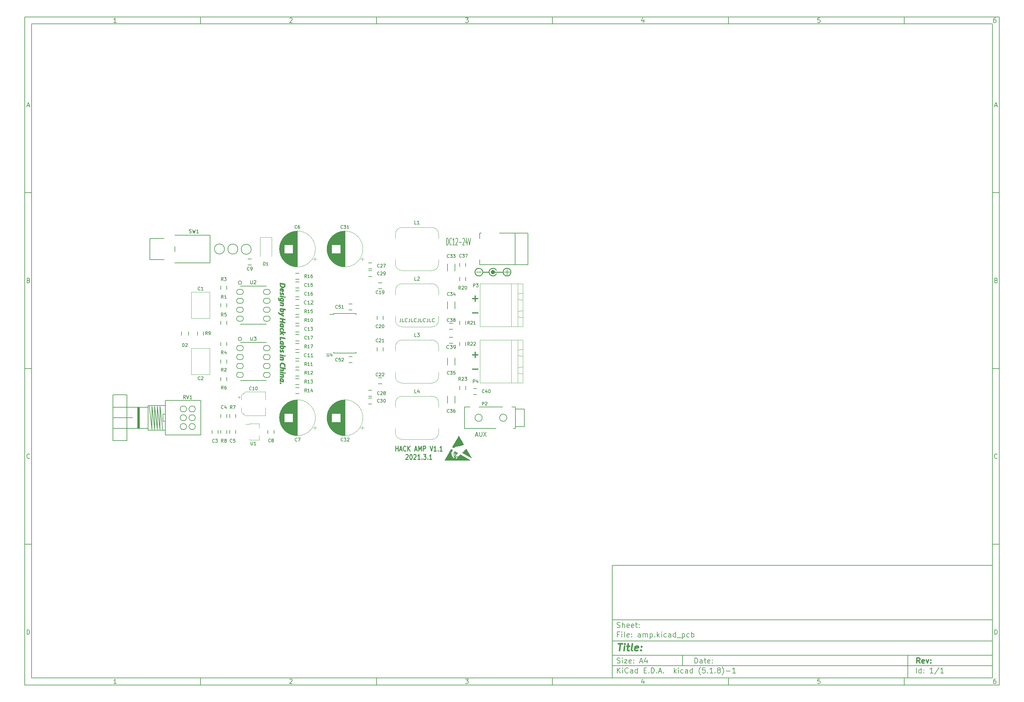
<source format=gto>
G04 #@! TF.GenerationSoftware,KiCad,Pcbnew,(5.1.8)-1*
G04 #@! TF.CreationDate,2021-03-01T21:59:05+08:00*
G04 #@! TF.ProjectId,amp,616d702e-6b69-4636-9164-5f7063625858,rev?*
G04 #@! TF.SameCoordinates,Original*
G04 #@! TF.FileFunction,Legend,Top*
G04 #@! TF.FilePolarity,Positive*
%FSLAX46Y46*%
G04 Gerber Fmt 4.6, Leading zero omitted, Abs format (unit mm)*
G04 Created by KiCad (PCBNEW (5.1.8)-1) date 2021-03-01 21:59:05*
%MOMM*%
%LPD*%
G01*
G04 APERTURE LIST*
%ADD10C,0.150000*%
%ADD11C,0.300000*%
%ADD12C,0.400000*%
%ADD13C,0.200000*%
%ADD14C,0.220000*%
%ADD15C,0.680000*%
%ADD16C,0.280000*%
%ADD17C,0.120000*%
%ADD18C,0.010000*%
G04 APERTURE END LIST*
D10*
X177002200Y-166007200D02*
X177002200Y-198007200D01*
X285002200Y-198007200D01*
X285002200Y-166007200D01*
X177002200Y-166007200D01*
X10000000Y-10000000D02*
X10000000Y-200007200D01*
X287002200Y-200007200D01*
X287002200Y-10000000D01*
X10000000Y-10000000D01*
X12000000Y-12000000D02*
X12000000Y-198007200D01*
X285002200Y-198007200D01*
X285002200Y-12000000D01*
X12000000Y-12000000D01*
X60000000Y-12000000D02*
X60000000Y-10000000D01*
X110000000Y-12000000D02*
X110000000Y-10000000D01*
X160000000Y-12000000D02*
X160000000Y-10000000D01*
X210000000Y-12000000D02*
X210000000Y-10000000D01*
X260000000Y-12000000D02*
X260000000Y-10000000D01*
X36065476Y-11588095D02*
X35322619Y-11588095D01*
X35694047Y-11588095D02*
X35694047Y-10288095D01*
X35570238Y-10473809D01*
X35446428Y-10597619D01*
X35322619Y-10659523D01*
X85322619Y-10411904D02*
X85384523Y-10350000D01*
X85508333Y-10288095D01*
X85817857Y-10288095D01*
X85941666Y-10350000D01*
X86003571Y-10411904D01*
X86065476Y-10535714D01*
X86065476Y-10659523D01*
X86003571Y-10845238D01*
X85260714Y-11588095D01*
X86065476Y-11588095D01*
X135260714Y-10288095D02*
X136065476Y-10288095D01*
X135632142Y-10783333D01*
X135817857Y-10783333D01*
X135941666Y-10845238D01*
X136003571Y-10907142D01*
X136065476Y-11030952D01*
X136065476Y-11340476D01*
X136003571Y-11464285D01*
X135941666Y-11526190D01*
X135817857Y-11588095D01*
X135446428Y-11588095D01*
X135322619Y-11526190D01*
X135260714Y-11464285D01*
X185941666Y-10721428D02*
X185941666Y-11588095D01*
X185632142Y-10226190D02*
X185322619Y-11154761D01*
X186127380Y-11154761D01*
X236003571Y-10288095D02*
X235384523Y-10288095D01*
X235322619Y-10907142D01*
X235384523Y-10845238D01*
X235508333Y-10783333D01*
X235817857Y-10783333D01*
X235941666Y-10845238D01*
X236003571Y-10907142D01*
X236065476Y-11030952D01*
X236065476Y-11340476D01*
X236003571Y-11464285D01*
X235941666Y-11526190D01*
X235817857Y-11588095D01*
X235508333Y-11588095D01*
X235384523Y-11526190D01*
X235322619Y-11464285D01*
X285941666Y-10288095D02*
X285694047Y-10288095D01*
X285570238Y-10350000D01*
X285508333Y-10411904D01*
X285384523Y-10597619D01*
X285322619Y-10845238D01*
X285322619Y-11340476D01*
X285384523Y-11464285D01*
X285446428Y-11526190D01*
X285570238Y-11588095D01*
X285817857Y-11588095D01*
X285941666Y-11526190D01*
X286003571Y-11464285D01*
X286065476Y-11340476D01*
X286065476Y-11030952D01*
X286003571Y-10907142D01*
X285941666Y-10845238D01*
X285817857Y-10783333D01*
X285570238Y-10783333D01*
X285446428Y-10845238D01*
X285384523Y-10907142D01*
X285322619Y-11030952D01*
X60000000Y-198007200D02*
X60000000Y-200007200D01*
X110000000Y-198007200D02*
X110000000Y-200007200D01*
X160000000Y-198007200D02*
X160000000Y-200007200D01*
X210000000Y-198007200D02*
X210000000Y-200007200D01*
X260000000Y-198007200D02*
X260000000Y-200007200D01*
X36065476Y-199595295D02*
X35322619Y-199595295D01*
X35694047Y-199595295D02*
X35694047Y-198295295D01*
X35570238Y-198481009D01*
X35446428Y-198604819D01*
X35322619Y-198666723D01*
X85322619Y-198419104D02*
X85384523Y-198357200D01*
X85508333Y-198295295D01*
X85817857Y-198295295D01*
X85941666Y-198357200D01*
X86003571Y-198419104D01*
X86065476Y-198542914D01*
X86065476Y-198666723D01*
X86003571Y-198852438D01*
X85260714Y-199595295D01*
X86065476Y-199595295D01*
X135260714Y-198295295D02*
X136065476Y-198295295D01*
X135632142Y-198790533D01*
X135817857Y-198790533D01*
X135941666Y-198852438D01*
X136003571Y-198914342D01*
X136065476Y-199038152D01*
X136065476Y-199347676D01*
X136003571Y-199471485D01*
X135941666Y-199533390D01*
X135817857Y-199595295D01*
X135446428Y-199595295D01*
X135322619Y-199533390D01*
X135260714Y-199471485D01*
X185941666Y-198728628D02*
X185941666Y-199595295D01*
X185632142Y-198233390D02*
X185322619Y-199161961D01*
X186127380Y-199161961D01*
X236003571Y-198295295D02*
X235384523Y-198295295D01*
X235322619Y-198914342D01*
X235384523Y-198852438D01*
X235508333Y-198790533D01*
X235817857Y-198790533D01*
X235941666Y-198852438D01*
X236003571Y-198914342D01*
X236065476Y-199038152D01*
X236065476Y-199347676D01*
X236003571Y-199471485D01*
X235941666Y-199533390D01*
X235817857Y-199595295D01*
X235508333Y-199595295D01*
X235384523Y-199533390D01*
X235322619Y-199471485D01*
X285941666Y-198295295D02*
X285694047Y-198295295D01*
X285570238Y-198357200D01*
X285508333Y-198419104D01*
X285384523Y-198604819D01*
X285322619Y-198852438D01*
X285322619Y-199347676D01*
X285384523Y-199471485D01*
X285446428Y-199533390D01*
X285570238Y-199595295D01*
X285817857Y-199595295D01*
X285941666Y-199533390D01*
X286003571Y-199471485D01*
X286065476Y-199347676D01*
X286065476Y-199038152D01*
X286003571Y-198914342D01*
X285941666Y-198852438D01*
X285817857Y-198790533D01*
X285570238Y-198790533D01*
X285446428Y-198852438D01*
X285384523Y-198914342D01*
X285322619Y-199038152D01*
X10000000Y-60000000D02*
X12000000Y-60000000D01*
X10000000Y-110000000D02*
X12000000Y-110000000D01*
X10000000Y-160000000D02*
X12000000Y-160000000D01*
X10690476Y-35216666D02*
X11309523Y-35216666D01*
X10566666Y-35588095D02*
X11000000Y-34288095D01*
X11433333Y-35588095D01*
X11092857Y-84907142D02*
X11278571Y-84969047D01*
X11340476Y-85030952D01*
X11402380Y-85154761D01*
X11402380Y-85340476D01*
X11340476Y-85464285D01*
X11278571Y-85526190D01*
X11154761Y-85588095D01*
X10659523Y-85588095D01*
X10659523Y-84288095D01*
X11092857Y-84288095D01*
X11216666Y-84350000D01*
X11278571Y-84411904D01*
X11340476Y-84535714D01*
X11340476Y-84659523D01*
X11278571Y-84783333D01*
X11216666Y-84845238D01*
X11092857Y-84907142D01*
X10659523Y-84907142D01*
X11402380Y-135464285D02*
X11340476Y-135526190D01*
X11154761Y-135588095D01*
X11030952Y-135588095D01*
X10845238Y-135526190D01*
X10721428Y-135402380D01*
X10659523Y-135278571D01*
X10597619Y-135030952D01*
X10597619Y-134845238D01*
X10659523Y-134597619D01*
X10721428Y-134473809D01*
X10845238Y-134350000D01*
X11030952Y-134288095D01*
X11154761Y-134288095D01*
X11340476Y-134350000D01*
X11402380Y-134411904D01*
X10659523Y-185588095D02*
X10659523Y-184288095D01*
X10969047Y-184288095D01*
X11154761Y-184350000D01*
X11278571Y-184473809D01*
X11340476Y-184597619D01*
X11402380Y-184845238D01*
X11402380Y-185030952D01*
X11340476Y-185278571D01*
X11278571Y-185402380D01*
X11154761Y-185526190D01*
X10969047Y-185588095D01*
X10659523Y-185588095D01*
X287002200Y-60000000D02*
X285002200Y-60000000D01*
X287002200Y-110000000D02*
X285002200Y-110000000D01*
X287002200Y-160000000D02*
X285002200Y-160000000D01*
X285692676Y-35216666D02*
X286311723Y-35216666D01*
X285568866Y-35588095D02*
X286002200Y-34288095D01*
X286435533Y-35588095D01*
X286095057Y-84907142D02*
X286280771Y-84969047D01*
X286342676Y-85030952D01*
X286404580Y-85154761D01*
X286404580Y-85340476D01*
X286342676Y-85464285D01*
X286280771Y-85526190D01*
X286156961Y-85588095D01*
X285661723Y-85588095D01*
X285661723Y-84288095D01*
X286095057Y-84288095D01*
X286218866Y-84350000D01*
X286280771Y-84411904D01*
X286342676Y-84535714D01*
X286342676Y-84659523D01*
X286280771Y-84783333D01*
X286218866Y-84845238D01*
X286095057Y-84907142D01*
X285661723Y-84907142D01*
X286404580Y-135464285D02*
X286342676Y-135526190D01*
X286156961Y-135588095D01*
X286033152Y-135588095D01*
X285847438Y-135526190D01*
X285723628Y-135402380D01*
X285661723Y-135278571D01*
X285599819Y-135030952D01*
X285599819Y-134845238D01*
X285661723Y-134597619D01*
X285723628Y-134473809D01*
X285847438Y-134350000D01*
X286033152Y-134288095D01*
X286156961Y-134288095D01*
X286342676Y-134350000D01*
X286404580Y-134411904D01*
X285661723Y-185588095D02*
X285661723Y-184288095D01*
X285971247Y-184288095D01*
X286156961Y-184350000D01*
X286280771Y-184473809D01*
X286342676Y-184597619D01*
X286404580Y-184845238D01*
X286404580Y-185030952D01*
X286342676Y-185278571D01*
X286280771Y-185402380D01*
X286156961Y-185526190D01*
X285971247Y-185588095D01*
X285661723Y-185588095D01*
X200434342Y-193785771D02*
X200434342Y-192285771D01*
X200791485Y-192285771D01*
X201005771Y-192357200D01*
X201148628Y-192500057D01*
X201220057Y-192642914D01*
X201291485Y-192928628D01*
X201291485Y-193142914D01*
X201220057Y-193428628D01*
X201148628Y-193571485D01*
X201005771Y-193714342D01*
X200791485Y-193785771D01*
X200434342Y-193785771D01*
X202577200Y-193785771D02*
X202577200Y-193000057D01*
X202505771Y-192857200D01*
X202362914Y-192785771D01*
X202077200Y-192785771D01*
X201934342Y-192857200D01*
X202577200Y-193714342D02*
X202434342Y-193785771D01*
X202077200Y-193785771D01*
X201934342Y-193714342D01*
X201862914Y-193571485D01*
X201862914Y-193428628D01*
X201934342Y-193285771D01*
X202077200Y-193214342D01*
X202434342Y-193214342D01*
X202577200Y-193142914D01*
X203077200Y-192785771D02*
X203648628Y-192785771D01*
X203291485Y-192285771D02*
X203291485Y-193571485D01*
X203362914Y-193714342D01*
X203505771Y-193785771D01*
X203648628Y-193785771D01*
X204720057Y-193714342D02*
X204577200Y-193785771D01*
X204291485Y-193785771D01*
X204148628Y-193714342D01*
X204077200Y-193571485D01*
X204077200Y-193000057D01*
X204148628Y-192857200D01*
X204291485Y-192785771D01*
X204577200Y-192785771D01*
X204720057Y-192857200D01*
X204791485Y-193000057D01*
X204791485Y-193142914D01*
X204077200Y-193285771D01*
X205434342Y-193642914D02*
X205505771Y-193714342D01*
X205434342Y-193785771D01*
X205362914Y-193714342D01*
X205434342Y-193642914D01*
X205434342Y-193785771D01*
X205434342Y-192857200D02*
X205505771Y-192928628D01*
X205434342Y-193000057D01*
X205362914Y-192928628D01*
X205434342Y-192857200D01*
X205434342Y-193000057D01*
X177002200Y-194507200D02*
X285002200Y-194507200D01*
X178434342Y-196585771D02*
X178434342Y-195085771D01*
X179291485Y-196585771D02*
X178648628Y-195728628D01*
X179291485Y-195085771D02*
X178434342Y-195942914D01*
X179934342Y-196585771D02*
X179934342Y-195585771D01*
X179934342Y-195085771D02*
X179862914Y-195157200D01*
X179934342Y-195228628D01*
X180005771Y-195157200D01*
X179934342Y-195085771D01*
X179934342Y-195228628D01*
X181505771Y-196442914D02*
X181434342Y-196514342D01*
X181220057Y-196585771D01*
X181077200Y-196585771D01*
X180862914Y-196514342D01*
X180720057Y-196371485D01*
X180648628Y-196228628D01*
X180577200Y-195942914D01*
X180577200Y-195728628D01*
X180648628Y-195442914D01*
X180720057Y-195300057D01*
X180862914Y-195157200D01*
X181077200Y-195085771D01*
X181220057Y-195085771D01*
X181434342Y-195157200D01*
X181505771Y-195228628D01*
X182791485Y-196585771D02*
X182791485Y-195800057D01*
X182720057Y-195657200D01*
X182577200Y-195585771D01*
X182291485Y-195585771D01*
X182148628Y-195657200D01*
X182791485Y-196514342D02*
X182648628Y-196585771D01*
X182291485Y-196585771D01*
X182148628Y-196514342D01*
X182077200Y-196371485D01*
X182077200Y-196228628D01*
X182148628Y-196085771D01*
X182291485Y-196014342D01*
X182648628Y-196014342D01*
X182791485Y-195942914D01*
X184148628Y-196585771D02*
X184148628Y-195085771D01*
X184148628Y-196514342D02*
X184005771Y-196585771D01*
X183720057Y-196585771D01*
X183577200Y-196514342D01*
X183505771Y-196442914D01*
X183434342Y-196300057D01*
X183434342Y-195871485D01*
X183505771Y-195728628D01*
X183577200Y-195657200D01*
X183720057Y-195585771D01*
X184005771Y-195585771D01*
X184148628Y-195657200D01*
X186005771Y-195800057D02*
X186505771Y-195800057D01*
X186720057Y-196585771D02*
X186005771Y-196585771D01*
X186005771Y-195085771D01*
X186720057Y-195085771D01*
X187362914Y-196442914D02*
X187434342Y-196514342D01*
X187362914Y-196585771D01*
X187291485Y-196514342D01*
X187362914Y-196442914D01*
X187362914Y-196585771D01*
X188077200Y-196585771D02*
X188077200Y-195085771D01*
X188434342Y-195085771D01*
X188648628Y-195157200D01*
X188791485Y-195300057D01*
X188862914Y-195442914D01*
X188934342Y-195728628D01*
X188934342Y-195942914D01*
X188862914Y-196228628D01*
X188791485Y-196371485D01*
X188648628Y-196514342D01*
X188434342Y-196585771D01*
X188077200Y-196585771D01*
X189577200Y-196442914D02*
X189648628Y-196514342D01*
X189577200Y-196585771D01*
X189505771Y-196514342D01*
X189577200Y-196442914D01*
X189577200Y-196585771D01*
X190220057Y-196157200D02*
X190934342Y-196157200D01*
X190077200Y-196585771D02*
X190577200Y-195085771D01*
X191077200Y-196585771D01*
X191577200Y-196442914D02*
X191648628Y-196514342D01*
X191577200Y-196585771D01*
X191505771Y-196514342D01*
X191577200Y-196442914D01*
X191577200Y-196585771D01*
X194577200Y-196585771D02*
X194577200Y-195085771D01*
X194720057Y-196014342D02*
X195148628Y-196585771D01*
X195148628Y-195585771D02*
X194577200Y-196157200D01*
X195791485Y-196585771D02*
X195791485Y-195585771D01*
X195791485Y-195085771D02*
X195720057Y-195157200D01*
X195791485Y-195228628D01*
X195862914Y-195157200D01*
X195791485Y-195085771D01*
X195791485Y-195228628D01*
X197148628Y-196514342D02*
X197005771Y-196585771D01*
X196720057Y-196585771D01*
X196577200Y-196514342D01*
X196505771Y-196442914D01*
X196434342Y-196300057D01*
X196434342Y-195871485D01*
X196505771Y-195728628D01*
X196577200Y-195657200D01*
X196720057Y-195585771D01*
X197005771Y-195585771D01*
X197148628Y-195657200D01*
X198434342Y-196585771D02*
X198434342Y-195800057D01*
X198362914Y-195657200D01*
X198220057Y-195585771D01*
X197934342Y-195585771D01*
X197791485Y-195657200D01*
X198434342Y-196514342D02*
X198291485Y-196585771D01*
X197934342Y-196585771D01*
X197791485Y-196514342D01*
X197720057Y-196371485D01*
X197720057Y-196228628D01*
X197791485Y-196085771D01*
X197934342Y-196014342D01*
X198291485Y-196014342D01*
X198434342Y-195942914D01*
X199791485Y-196585771D02*
X199791485Y-195085771D01*
X199791485Y-196514342D02*
X199648628Y-196585771D01*
X199362914Y-196585771D01*
X199220057Y-196514342D01*
X199148628Y-196442914D01*
X199077200Y-196300057D01*
X199077200Y-195871485D01*
X199148628Y-195728628D01*
X199220057Y-195657200D01*
X199362914Y-195585771D01*
X199648628Y-195585771D01*
X199791485Y-195657200D01*
X202077200Y-197157200D02*
X202005771Y-197085771D01*
X201862914Y-196871485D01*
X201791485Y-196728628D01*
X201720057Y-196514342D01*
X201648628Y-196157200D01*
X201648628Y-195871485D01*
X201720057Y-195514342D01*
X201791485Y-195300057D01*
X201862914Y-195157200D01*
X202005771Y-194942914D01*
X202077200Y-194871485D01*
X203362914Y-195085771D02*
X202648628Y-195085771D01*
X202577200Y-195800057D01*
X202648628Y-195728628D01*
X202791485Y-195657200D01*
X203148628Y-195657200D01*
X203291485Y-195728628D01*
X203362914Y-195800057D01*
X203434342Y-195942914D01*
X203434342Y-196300057D01*
X203362914Y-196442914D01*
X203291485Y-196514342D01*
X203148628Y-196585771D01*
X202791485Y-196585771D01*
X202648628Y-196514342D01*
X202577200Y-196442914D01*
X204077200Y-196442914D02*
X204148628Y-196514342D01*
X204077200Y-196585771D01*
X204005771Y-196514342D01*
X204077200Y-196442914D01*
X204077200Y-196585771D01*
X205577200Y-196585771D02*
X204720057Y-196585771D01*
X205148628Y-196585771D02*
X205148628Y-195085771D01*
X205005771Y-195300057D01*
X204862914Y-195442914D01*
X204720057Y-195514342D01*
X206220057Y-196442914D02*
X206291485Y-196514342D01*
X206220057Y-196585771D01*
X206148628Y-196514342D01*
X206220057Y-196442914D01*
X206220057Y-196585771D01*
X207148628Y-195728628D02*
X207005771Y-195657200D01*
X206934342Y-195585771D01*
X206862914Y-195442914D01*
X206862914Y-195371485D01*
X206934342Y-195228628D01*
X207005771Y-195157200D01*
X207148628Y-195085771D01*
X207434342Y-195085771D01*
X207577200Y-195157200D01*
X207648628Y-195228628D01*
X207720057Y-195371485D01*
X207720057Y-195442914D01*
X207648628Y-195585771D01*
X207577200Y-195657200D01*
X207434342Y-195728628D01*
X207148628Y-195728628D01*
X207005771Y-195800057D01*
X206934342Y-195871485D01*
X206862914Y-196014342D01*
X206862914Y-196300057D01*
X206934342Y-196442914D01*
X207005771Y-196514342D01*
X207148628Y-196585771D01*
X207434342Y-196585771D01*
X207577200Y-196514342D01*
X207648628Y-196442914D01*
X207720057Y-196300057D01*
X207720057Y-196014342D01*
X207648628Y-195871485D01*
X207577200Y-195800057D01*
X207434342Y-195728628D01*
X208220057Y-197157200D02*
X208291485Y-197085771D01*
X208434342Y-196871485D01*
X208505771Y-196728628D01*
X208577200Y-196514342D01*
X208648628Y-196157200D01*
X208648628Y-195871485D01*
X208577200Y-195514342D01*
X208505771Y-195300057D01*
X208434342Y-195157200D01*
X208291485Y-194942914D01*
X208220057Y-194871485D01*
X209362914Y-196014342D02*
X210505771Y-196014342D01*
X212005771Y-196585771D02*
X211148628Y-196585771D01*
X211577200Y-196585771D02*
X211577200Y-195085771D01*
X211434342Y-195300057D01*
X211291485Y-195442914D01*
X211148628Y-195514342D01*
X177002200Y-191507200D02*
X285002200Y-191507200D01*
D11*
X264411485Y-193785771D02*
X263911485Y-193071485D01*
X263554342Y-193785771D02*
X263554342Y-192285771D01*
X264125771Y-192285771D01*
X264268628Y-192357200D01*
X264340057Y-192428628D01*
X264411485Y-192571485D01*
X264411485Y-192785771D01*
X264340057Y-192928628D01*
X264268628Y-193000057D01*
X264125771Y-193071485D01*
X263554342Y-193071485D01*
X265625771Y-193714342D02*
X265482914Y-193785771D01*
X265197200Y-193785771D01*
X265054342Y-193714342D01*
X264982914Y-193571485D01*
X264982914Y-193000057D01*
X265054342Y-192857200D01*
X265197200Y-192785771D01*
X265482914Y-192785771D01*
X265625771Y-192857200D01*
X265697200Y-193000057D01*
X265697200Y-193142914D01*
X264982914Y-193285771D01*
X266197200Y-192785771D02*
X266554342Y-193785771D01*
X266911485Y-192785771D01*
X267482914Y-193642914D02*
X267554342Y-193714342D01*
X267482914Y-193785771D01*
X267411485Y-193714342D01*
X267482914Y-193642914D01*
X267482914Y-193785771D01*
X267482914Y-192857200D02*
X267554342Y-192928628D01*
X267482914Y-193000057D01*
X267411485Y-192928628D01*
X267482914Y-192857200D01*
X267482914Y-193000057D01*
D10*
X178362914Y-193714342D02*
X178577200Y-193785771D01*
X178934342Y-193785771D01*
X179077200Y-193714342D01*
X179148628Y-193642914D01*
X179220057Y-193500057D01*
X179220057Y-193357200D01*
X179148628Y-193214342D01*
X179077200Y-193142914D01*
X178934342Y-193071485D01*
X178648628Y-193000057D01*
X178505771Y-192928628D01*
X178434342Y-192857200D01*
X178362914Y-192714342D01*
X178362914Y-192571485D01*
X178434342Y-192428628D01*
X178505771Y-192357200D01*
X178648628Y-192285771D01*
X179005771Y-192285771D01*
X179220057Y-192357200D01*
X179862914Y-193785771D02*
X179862914Y-192785771D01*
X179862914Y-192285771D02*
X179791485Y-192357200D01*
X179862914Y-192428628D01*
X179934342Y-192357200D01*
X179862914Y-192285771D01*
X179862914Y-192428628D01*
X180434342Y-192785771D02*
X181220057Y-192785771D01*
X180434342Y-193785771D01*
X181220057Y-193785771D01*
X182362914Y-193714342D02*
X182220057Y-193785771D01*
X181934342Y-193785771D01*
X181791485Y-193714342D01*
X181720057Y-193571485D01*
X181720057Y-193000057D01*
X181791485Y-192857200D01*
X181934342Y-192785771D01*
X182220057Y-192785771D01*
X182362914Y-192857200D01*
X182434342Y-193000057D01*
X182434342Y-193142914D01*
X181720057Y-193285771D01*
X183077200Y-193642914D02*
X183148628Y-193714342D01*
X183077200Y-193785771D01*
X183005771Y-193714342D01*
X183077200Y-193642914D01*
X183077200Y-193785771D01*
X183077200Y-192857200D02*
X183148628Y-192928628D01*
X183077200Y-193000057D01*
X183005771Y-192928628D01*
X183077200Y-192857200D01*
X183077200Y-193000057D01*
X184862914Y-193357200D02*
X185577200Y-193357200D01*
X184720057Y-193785771D02*
X185220057Y-192285771D01*
X185720057Y-193785771D01*
X186862914Y-192785771D02*
X186862914Y-193785771D01*
X186505771Y-192214342D02*
X186148628Y-193285771D01*
X187077200Y-193285771D01*
X263434342Y-196585771D02*
X263434342Y-195085771D01*
X264791485Y-196585771D02*
X264791485Y-195085771D01*
X264791485Y-196514342D02*
X264648628Y-196585771D01*
X264362914Y-196585771D01*
X264220057Y-196514342D01*
X264148628Y-196442914D01*
X264077200Y-196300057D01*
X264077200Y-195871485D01*
X264148628Y-195728628D01*
X264220057Y-195657200D01*
X264362914Y-195585771D01*
X264648628Y-195585771D01*
X264791485Y-195657200D01*
X265505771Y-196442914D02*
X265577200Y-196514342D01*
X265505771Y-196585771D01*
X265434342Y-196514342D01*
X265505771Y-196442914D01*
X265505771Y-196585771D01*
X265505771Y-195657200D02*
X265577200Y-195728628D01*
X265505771Y-195800057D01*
X265434342Y-195728628D01*
X265505771Y-195657200D01*
X265505771Y-195800057D01*
X268148628Y-196585771D02*
X267291485Y-196585771D01*
X267720057Y-196585771D02*
X267720057Y-195085771D01*
X267577200Y-195300057D01*
X267434342Y-195442914D01*
X267291485Y-195514342D01*
X269862914Y-195014342D02*
X268577200Y-196942914D01*
X271148628Y-196585771D02*
X270291485Y-196585771D01*
X270720057Y-196585771D02*
X270720057Y-195085771D01*
X270577200Y-195300057D01*
X270434342Y-195442914D01*
X270291485Y-195514342D01*
X177002200Y-187507200D02*
X285002200Y-187507200D01*
D12*
X178714580Y-188211961D02*
X179857438Y-188211961D01*
X179036009Y-190211961D02*
X179286009Y-188211961D01*
X180274104Y-190211961D02*
X180440771Y-188878628D01*
X180524104Y-188211961D02*
X180416961Y-188307200D01*
X180500295Y-188402438D01*
X180607438Y-188307200D01*
X180524104Y-188211961D01*
X180500295Y-188402438D01*
X181107438Y-188878628D02*
X181869342Y-188878628D01*
X181476485Y-188211961D02*
X181262200Y-189926247D01*
X181333628Y-190116723D01*
X181512200Y-190211961D01*
X181702676Y-190211961D01*
X182655057Y-190211961D02*
X182476485Y-190116723D01*
X182405057Y-189926247D01*
X182619342Y-188211961D01*
X184190771Y-190116723D02*
X183988390Y-190211961D01*
X183607438Y-190211961D01*
X183428866Y-190116723D01*
X183357438Y-189926247D01*
X183452676Y-189164342D01*
X183571723Y-188973866D01*
X183774104Y-188878628D01*
X184155057Y-188878628D01*
X184333628Y-188973866D01*
X184405057Y-189164342D01*
X184381247Y-189354819D01*
X183405057Y-189545295D01*
X185155057Y-190021485D02*
X185238390Y-190116723D01*
X185131247Y-190211961D01*
X185047914Y-190116723D01*
X185155057Y-190021485D01*
X185131247Y-190211961D01*
X185286009Y-188973866D02*
X185369342Y-189069104D01*
X185262200Y-189164342D01*
X185178866Y-189069104D01*
X185286009Y-188973866D01*
X185262200Y-189164342D01*
D10*
X178934342Y-185600057D02*
X178434342Y-185600057D01*
X178434342Y-186385771D02*
X178434342Y-184885771D01*
X179148628Y-184885771D01*
X179720057Y-186385771D02*
X179720057Y-185385771D01*
X179720057Y-184885771D02*
X179648628Y-184957200D01*
X179720057Y-185028628D01*
X179791485Y-184957200D01*
X179720057Y-184885771D01*
X179720057Y-185028628D01*
X180648628Y-186385771D02*
X180505771Y-186314342D01*
X180434342Y-186171485D01*
X180434342Y-184885771D01*
X181791485Y-186314342D02*
X181648628Y-186385771D01*
X181362914Y-186385771D01*
X181220057Y-186314342D01*
X181148628Y-186171485D01*
X181148628Y-185600057D01*
X181220057Y-185457200D01*
X181362914Y-185385771D01*
X181648628Y-185385771D01*
X181791485Y-185457200D01*
X181862914Y-185600057D01*
X181862914Y-185742914D01*
X181148628Y-185885771D01*
X182505771Y-186242914D02*
X182577200Y-186314342D01*
X182505771Y-186385771D01*
X182434342Y-186314342D01*
X182505771Y-186242914D01*
X182505771Y-186385771D01*
X182505771Y-185457200D02*
X182577200Y-185528628D01*
X182505771Y-185600057D01*
X182434342Y-185528628D01*
X182505771Y-185457200D01*
X182505771Y-185600057D01*
X185005771Y-186385771D02*
X185005771Y-185600057D01*
X184934342Y-185457200D01*
X184791485Y-185385771D01*
X184505771Y-185385771D01*
X184362914Y-185457200D01*
X185005771Y-186314342D02*
X184862914Y-186385771D01*
X184505771Y-186385771D01*
X184362914Y-186314342D01*
X184291485Y-186171485D01*
X184291485Y-186028628D01*
X184362914Y-185885771D01*
X184505771Y-185814342D01*
X184862914Y-185814342D01*
X185005771Y-185742914D01*
X185720057Y-186385771D02*
X185720057Y-185385771D01*
X185720057Y-185528628D02*
X185791485Y-185457200D01*
X185934342Y-185385771D01*
X186148628Y-185385771D01*
X186291485Y-185457200D01*
X186362914Y-185600057D01*
X186362914Y-186385771D01*
X186362914Y-185600057D02*
X186434342Y-185457200D01*
X186577200Y-185385771D01*
X186791485Y-185385771D01*
X186934342Y-185457200D01*
X187005771Y-185600057D01*
X187005771Y-186385771D01*
X187720057Y-185385771D02*
X187720057Y-186885771D01*
X187720057Y-185457200D02*
X187862914Y-185385771D01*
X188148628Y-185385771D01*
X188291485Y-185457200D01*
X188362914Y-185528628D01*
X188434342Y-185671485D01*
X188434342Y-186100057D01*
X188362914Y-186242914D01*
X188291485Y-186314342D01*
X188148628Y-186385771D01*
X187862914Y-186385771D01*
X187720057Y-186314342D01*
X189077200Y-186242914D02*
X189148628Y-186314342D01*
X189077200Y-186385771D01*
X189005771Y-186314342D01*
X189077200Y-186242914D01*
X189077200Y-186385771D01*
X189791485Y-186385771D02*
X189791485Y-184885771D01*
X189934342Y-185814342D02*
X190362914Y-186385771D01*
X190362914Y-185385771D02*
X189791485Y-185957200D01*
X191005771Y-186385771D02*
X191005771Y-185385771D01*
X191005771Y-184885771D02*
X190934342Y-184957200D01*
X191005771Y-185028628D01*
X191077200Y-184957200D01*
X191005771Y-184885771D01*
X191005771Y-185028628D01*
X192362914Y-186314342D02*
X192220057Y-186385771D01*
X191934342Y-186385771D01*
X191791485Y-186314342D01*
X191720057Y-186242914D01*
X191648628Y-186100057D01*
X191648628Y-185671485D01*
X191720057Y-185528628D01*
X191791485Y-185457200D01*
X191934342Y-185385771D01*
X192220057Y-185385771D01*
X192362914Y-185457200D01*
X193648628Y-186385771D02*
X193648628Y-185600057D01*
X193577200Y-185457200D01*
X193434342Y-185385771D01*
X193148628Y-185385771D01*
X193005771Y-185457200D01*
X193648628Y-186314342D02*
X193505771Y-186385771D01*
X193148628Y-186385771D01*
X193005771Y-186314342D01*
X192934342Y-186171485D01*
X192934342Y-186028628D01*
X193005771Y-185885771D01*
X193148628Y-185814342D01*
X193505771Y-185814342D01*
X193648628Y-185742914D01*
X195005771Y-186385771D02*
X195005771Y-184885771D01*
X195005771Y-186314342D02*
X194862914Y-186385771D01*
X194577200Y-186385771D01*
X194434342Y-186314342D01*
X194362914Y-186242914D01*
X194291485Y-186100057D01*
X194291485Y-185671485D01*
X194362914Y-185528628D01*
X194434342Y-185457200D01*
X194577200Y-185385771D01*
X194862914Y-185385771D01*
X195005771Y-185457200D01*
X195362914Y-186528628D02*
X196505771Y-186528628D01*
X196862914Y-185385771D02*
X196862914Y-186885771D01*
X196862914Y-185457200D02*
X197005771Y-185385771D01*
X197291485Y-185385771D01*
X197434342Y-185457200D01*
X197505771Y-185528628D01*
X197577200Y-185671485D01*
X197577200Y-186100057D01*
X197505771Y-186242914D01*
X197434342Y-186314342D01*
X197291485Y-186385771D01*
X197005771Y-186385771D01*
X196862914Y-186314342D01*
X198862914Y-186314342D02*
X198720057Y-186385771D01*
X198434342Y-186385771D01*
X198291485Y-186314342D01*
X198220057Y-186242914D01*
X198148628Y-186100057D01*
X198148628Y-185671485D01*
X198220057Y-185528628D01*
X198291485Y-185457200D01*
X198434342Y-185385771D01*
X198720057Y-185385771D01*
X198862914Y-185457200D01*
X199505771Y-186385771D02*
X199505771Y-184885771D01*
X199505771Y-185457200D02*
X199648628Y-185385771D01*
X199934342Y-185385771D01*
X200077200Y-185457200D01*
X200148628Y-185528628D01*
X200220057Y-185671485D01*
X200220057Y-186100057D01*
X200148628Y-186242914D01*
X200077200Y-186314342D01*
X199934342Y-186385771D01*
X199648628Y-186385771D01*
X199505771Y-186314342D01*
X177002200Y-181507200D02*
X285002200Y-181507200D01*
X178362914Y-183614342D02*
X178577200Y-183685771D01*
X178934342Y-183685771D01*
X179077200Y-183614342D01*
X179148628Y-183542914D01*
X179220057Y-183400057D01*
X179220057Y-183257200D01*
X179148628Y-183114342D01*
X179077200Y-183042914D01*
X178934342Y-182971485D01*
X178648628Y-182900057D01*
X178505771Y-182828628D01*
X178434342Y-182757200D01*
X178362914Y-182614342D01*
X178362914Y-182471485D01*
X178434342Y-182328628D01*
X178505771Y-182257200D01*
X178648628Y-182185771D01*
X179005771Y-182185771D01*
X179220057Y-182257200D01*
X179862914Y-183685771D02*
X179862914Y-182185771D01*
X180505771Y-183685771D02*
X180505771Y-182900057D01*
X180434342Y-182757200D01*
X180291485Y-182685771D01*
X180077200Y-182685771D01*
X179934342Y-182757200D01*
X179862914Y-182828628D01*
X181791485Y-183614342D02*
X181648628Y-183685771D01*
X181362914Y-183685771D01*
X181220057Y-183614342D01*
X181148628Y-183471485D01*
X181148628Y-182900057D01*
X181220057Y-182757200D01*
X181362914Y-182685771D01*
X181648628Y-182685771D01*
X181791485Y-182757200D01*
X181862914Y-182900057D01*
X181862914Y-183042914D01*
X181148628Y-183185771D01*
X183077200Y-183614342D02*
X182934342Y-183685771D01*
X182648628Y-183685771D01*
X182505771Y-183614342D01*
X182434342Y-183471485D01*
X182434342Y-182900057D01*
X182505771Y-182757200D01*
X182648628Y-182685771D01*
X182934342Y-182685771D01*
X183077200Y-182757200D01*
X183148628Y-182900057D01*
X183148628Y-183042914D01*
X182434342Y-183185771D01*
X183577200Y-182685771D02*
X184148628Y-182685771D01*
X183791485Y-182185771D02*
X183791485Y-183471485D01*
X183862914Y-183614342D01*
X184005771Y-183685771D01*
X184148628Y-183685771D01*
X184648628Y-183542914D02*
X184720057Y-183614342D01*
X184648628Y-183685771D01*
X184577200Y-183614342D01*
X184648628Y-183542914D01*
X184648628Y-183685771D01*
X184648628Y-182757200D02*
X184720057Y-182828628D01*
X184648628Y-182900057D01*
X184577200Y-182828628D01*
X184648628Y-182757200D01*
X184648628Y-182900057D01*
X197002200Y-191507200D02*
X197002200Y-194507200D01*
X261002200Y-191507200D02*
X261002200Y-198007200D01*
D13*
X138184285Y-128940000D02*
X138755714Y-128940000D01*
X138070000Y-129282857D02*
X138470000Y-128082857D01*
X138870000Y-129282857D01*
X139270000Y-128082857D02*
X139270000Y-129054285D01*
X139327142Y-129168571D01*
X139384285Y-129225714D01*
X139498571Y-129282857D01*
X139727142Y-129282857D01*
X139841428Y-129225714D01*
X139898571Y-129168571D01*
X139955714Y-129054285D01*
X139955714Y-128082857D01*
X140412857Y-128082857D02*
X141212857Y-129282857D01*
X141212857Y-128082857D02*
X140412857Y-129282857D01*
D11*
X137238095Y-110142857D02*
X138761904Y-110142857D01*
X137238095Y-106142857D02*
X138761904Y-106142857D01*
X138000000Y-106904761D02*
X138000000Y-105380952D01*
X137238095Y-94142857D02*
X138761904Y-94142857D01*
X137238095Y-90142857D02*
X138761904Y-90142857D01*
X138000000Y-90904761D02*
X138000000Y-89380952D01*
D10*
X116880952Y-95752380D02*
X116880952Y-96466666D01*
X116833333Y-96609523D01*
X116738095Y-96704761D01*
X116595238Y-96752380D01*
X116500000Y-96752380D01*
X117833333Y-96752380D02*
X117357142Y-96752380D01*
X117357142Y-95752380D01*
X118738095Y-96657142D02*
X118690476Y-96704761D01*
X118547619Y-96752380D01*
X118452380Y-96752380D01*
X118309523Y-96704761D01*
X118214285Y-96609523D01*
X118166666Y-96514285D01*
X118119047Y-96323809D01*
X118119047Y-96180952D01*
X118166666Y-95990476D01*
X118214285Y-95895238D01*
X118309523Y-95800000D01*
X118452380Y-95752380D01*
X118547619Y-95752380D01*
X118690476Y-95800000D01*
X118738095Y-95847619D01*
X119452380Y-95752380D02*
X119452380Y-96466666D01*
X119404761Y-96609523D01*
X119309523Y-96704761D01*
X119166666Y-96752380D01*
X119071428Y-96752380D01*
X120404761Y-96752380D02*
X119928571Y-96752380D01*
X119928571Y-95752380D01*
X121309523Y-96657142D02*
X121261904Y-96704761D01*
X121119047Y-96752380D01*
X121023809Y-96752380D01*
X120880952Y-96704761D01*
X120785714Y-96609523D01*
X120738095Y-96514285D01*
X120690476Y-96323809D01*
X120690476Y-96180952D01*
X120738095Y-95990476D01*
X120785714Y-95895238D01*
X120880952Y-95800000D01*
X121023809Y-95752380D01*
X121119047Y-95752380D01*
X121261904Y-95800000D01*
X121309523Y-95847619D01*
X122023809Y-95752380D02*
X122023809Y-96466666D01*
X121976190Y-96609523D01*
X121880952Y-96704761D01*
X121738095Y-96752380D01*
X121642857Y-96752380D01*
X122976190Y-96752380D02*
X122500000Y-96752380D01*
X122500000Y-95752380D01*
X123880952Y-96657142D02*
X123833333Y-96704761D01*
X123690476Y-96752380D01*
X123595238Y-96752380D01*
X123452380Y-96704761D01*
X123357142Y-96609523D01*
X123309523Y-96514285D01*
X123261904Y-96323809D01*
X123261904Y-96180952D01*
X123309523Y-95990476D01*
X123357142Y-95895238D01*
X123452380Y-95800000D01*
X123595238Y-95752380D01*
X123690476Y-95752380D01*
X123833333Y-95800000D01*
X123880952Y-95847619D01*
X124595238Y-95752380D02*
X124595238Y-96466666D01*
X124547619Y-96609523D01*
X124452380Y-96704761D01*
X124309523Y-96752380D01*
X124214285Y-96752380D01*
X125547619Y-96752380D02*
X125071428Y-96752380D01*
X125071428Y-95752380D01*
X126452380Y-96657142D02*
X126404761Y-96704761D01*
X126261904Y-96752380D01*
X126166666Y-96752380D01*
X126023809Y-96704761D01*
X125928571Y-96609523D01*
X125880952Y-96514285D01*
X125833333Y-96323809D01*
X125833333Y-96180952D01*
X125880952Y-95990476D01*
X125928571Y-95895238D01*
X126023809Y-95800000D01*
X126166666Y-95752380D01*
X126261904Y-95752380D01*
X126404761Y-95800000D01*
X126452380Y-95847619D01*
D13*
X129917142Y-74894761D02*
X129917142Y-72894761D01*
X130131428Y-72894761D01*
X130260000Y-72990000D01*
X130345714Y-73180476D01*
X130388571Y-73370952D01*
X130431428Y-73751904D01*
X130431428Y-74037619D01*
X130388571Y-74418571D01*
X130345714Y-74609047D01*
X130260000Y-74799523D01*
X130131428Y-74894761D01*
X129917142Y-74894761D01*
X131331428Y-74704285D02*
X131288571Y-74799523D01*
X131160000Y-74894761D01*
X131074285Y-74894761D01*
X130945714Y-74799523D01*
X130860000Y-74609047D01*
X130817142Y-74418571D01*
X130774285Y-74037619D01*
X130774285Y-73751904D01*
X130817142Y-73370952D01*
X130860000Y-73180476D01*
X130945714Y-72990000D01*
X131074285Y-72894761D01*
X131160000Y-72894761D01*
X131288571Y-72990000D01*
X131331428Y-73085238D01*
X132188571Y-74894761D02*
X131674285Y-74894761D01*
X131931428Y-74894761D02*
X131931428Y-72894761D01*
X131845714Y-73180476D01*
X131760000Y-73370952D01*
X131674285Y-73466190D01*
X132531428Y-73085238D02*
X132574285Y-72990000D01*
X132660000Y-72894761D01*
X132874285Y-72894761D01*
X132960000Y-72990000D01*
X133002857Y-73085238D01*
X133045714Y-73275714D01*
X133045714Y-73466190D01*
X133002857Y-73751904D01*
X132488571Y-74894761D01*
X133045714Y-74894761D01*
X133431428Y-74132857D02*
X134117142Y-74132857D01*
X134502857Y-73085238D02*
X134545714Y-72990000D01*
X134631428Y-72894761D01*
X134845714Y-72894761D01*
X134931428Y-72990000D01*
X134974285Y-73085238D01*
X135017142Y-73275714D01*
X135017142Y-73466190D01*
X134974285Y-73751904D01*
X134460000Y-74894761D01*
X135017142Y-74894761D01*
X135788571Y-73561428D02*
X135788571Y-74894761D01*
X135574285Y-72799523D02*
X135360000Y-74228095D01*
X135917142Y-74228095D01*
X136131428Y-72894761D02*
X136431428Y-74894761D01*
X136731428Y-72894761D01*
D10*
X146318095Y-82572857D02*
X147841904Y-82572857D01*
X147080000Y-83334761D02*
X147080000Y-81810952D01*
X138380000Y-82580000D02*
X139760000Y-82580000D01*
D14*
X143580000Y-82580000D02*
X145980000Y-82580000D01*
X140220000Y-82580000D02*
X141980000Y-82580000D01*
D15*
X143360000Y-82580000D02*
G75*
G03*
X143360000Y-82580000I-280000J0D01*
G01*
D14*
X144027654Y-83141385D02*
G75*
G02*
X144040000Y-82040000I-947654J561385D01*
G01*
X148180000Y-82580000D02*
G75*
G03*
X148180000Y-82580000I-1100000J0D01*
G01*
X140180000Y-82580000D02*
G75*
G03*
X140180000Y-82580000I-1100000J0D01*
G01*
D16*
X115397619Y-133443333D02*
X115397619Y-132043333D01*
X115397619Y-132710000D02*
X116071904Y-132710000D01*
X116071904Y-133443333D02*
X116071904Y-132043333D01*
X116577619Y-133043333D02*
X117139523Y-133043333D01*
X116465238Y-133443333D02*
X116858571Y-132043333D01*
X117251904Y-133443333D01*
X118319523Y-133310000D02*
X118263333Y-133376666D01*
X118094761Y-133443333D01*
X117982380Y-133443333D01*
X117813809Y-133376666D01*
X117701428Y-133243333D01*
X117645238Y-133110000D01*
X117589047Y-132843333D01*
X117589047Y-132643333D01*
X117645238Y-132376666D01*
X117701428Y-132243333D01*
X117813809Y-132110000D01*
X117982380Y-132043333D01*
X118094761Y-132043333D01*
X118263333Y-132110000D01*
X118319523Y-132176666D01*
X118825238Y-133443333D02*
X118825238Y-132043333D01*
X119499523Y-133443333D02*
X118993809Y-132643333D01*
X119499523Y-132043333D02*
X118825238Y-132843333D01*
X120848095Y-133043333D02*
X121410000Y-133043333D01*
X120735714Y-133443333D02*
X121129047Y-132043333D01*
X121522380Y-133443333D01*
X121915714Y-133443333D02*
X121915714Y-132043333D01*
X122309047Y-133043333D01*
X122702380Y-132043333D01*
X122702380Y-133443333D01*
X123264285Y-133443333D02*
X123264285Y-132043333D01*
X123713809Y-132043333D01*
X123826190Y-132110000D01*
X123882380Y-132176666D01*
X123938571Y-132310000D01*
X123938571Y-132510000D01*
X123882380Y-132643333D01*
X123826190Y-132710000D01*
X123713809Y-132776666D01*
X123264285Y-132776666D01*
X125174761Y-132043333D02*
X125568095Y-133443333D01*
X125961428Y-132043333D01*
X126972857Y-133443333D02*
X126298571Y-133443333D01*
X126635714Y-133443333D02*
X126635714Y-132043333D01*
X126523333Y-132243333D01*
X126410952Y-132376666D01*
X126298571Y-132443333D01*
X127478571Y-133310000D02*
X127534761Y-133376666D01*
X127478571Y-133443333D01*
X127422380Y-133376666D01*
X127478571Y-133310000D01*
X127478571Y-133443333D01*
X128658571Y-133443333D02*
X127984285Y-133443333D01*
X128321428Y-133443333D02*
X128321428Y-132043333D01*
X128209047Y-132243333D01*
X128096666Y-132376666D01*
X127984285Y-132443333D01*
X118291428Y-134556666D02*
X118347619Y-134490000D01*
X118460000Y-134423333D01*
X118740952Y-134423333D01*
X118853333Y-134490000D01*
X118909523Y-134556666D01*
X118965714Y-134690000D01*
X118965714Y-134823333D01*
X118909523Y-135023333D01*
X118235238Y-135823333D01*
X118965714Y-135823333D01*
X119696190Y-134423333D02*
X119808571Y-134423333D01*
X119920952Y-134490000D01*
X119977142Y-134556666D01*
X120033333Y-134690000D01*
X120089523Y-134956666D01*
X120089523Y-135290000D01*
X120033333Y-135556666D01*
X119977142Y-135690000D01*
X119920952Y-135756666D01*
X119808571Y-135823333D01*
X119696190Y-135823333D01*
X119583809Y-135756666D01*
X119527619Y-135690000D01*
X119471428Y-135556666D01*
X119415238Y-135290000D01*
X119415238Y-134956666D01*
X119471428Y-134690000D01*
X119527619Y-134556666D01*
X119583809Y-134490000D01*
X119696190Y-134423333D01*
X120539047Y-134556666D02*
X120595238Y-134490000D01*
X120707619Y-134423333D01*
X120988571Y-134423333D01*
X121100952Y-134490000D01*
X121157142Y-134556666D01*
X121213333Y-134690000D01*
X121213333Y-134823333D01*
X121157142Y-135023333D01*
X120482857Y-135823333D01*
X121213333Y-135823333D01*
X122337142Y-135823333D02*
X121662857Y-135823333D01*
X122000000Y-135823333D02*
X122000000Y-134423333D01*
X121887619Y-134623333D01*
X121775238Y-134756666D01*
X121662857Y-134823333D01*
X122842857Y-135690000D02*
X122899047Y-135756666D01*
X122842857Y-135823333D01*
X122786666Y-135756666D01*
X122842857Y-135690000D01*
X122842857Y-135823333D01*
X123292380Y-134423333D02*
X124022857Y-134423333D01*
X123629523Y-134956666D01*
X123798095Y-134956666D01*
X123910476Y-135023333D01*
X123966666Y-135090000D01*
X124022857Y-135223333D01*
X124022857Y-135556666D01*
X123966666Y-135690000D01*
X123910476Y-135756666D01*
X123798095Y-135823333D01*
X123460952Y-135823333D01*
X123348571Y-135756666D01*
X123292380Y-135690000D01*
X124528571Y-135690000D02*
X124584761Y-135756666D01*
X124528571Y-135823333D01*
X124472380Y-135756666D01*
X124528571Y-135690000D01*
X124528571Y-135823333D01*
X125708571Y-135823333D02*
X125034285Y-135823333D01*
X125371428Y-135823333D02*
X125371428Y-134423333D01*
X125259047Y-134623333D01*
X125146666Y-134756666D01*
X125034285Y-134823333D01*
D10*
X88000000Y-97900000D02*
X87000000Y-97900000D01*
X87000000Y-99600000D02*
X88000000Y-99600000D01*
X88000000Y-85400000D02*
X87000000Y-85400000D01*
X87000000Y-87100000D02*
X88000000Y-87100000D01*
X88000000Y-87900000D02*
X87000000Y-87900000D01*
X87000000Y-89600000D02*
X88000000Y-89600000D01*
D17*
X127650000Y-127000000D02*
X127650000Y-128200000D01*
X115350000Y-127000000D02*
X115350000Y-128200000D01*
X127650000Y-119800000D02*
X127650000Y-121000000D01*
X125700000Y-130150000D02*
X117300000Y-130150000D01*
X115350000Y-119800000D02*
X115350000Y-121000000D01*
X117300000Y-117850000D02*
X125700000Y-117850000D01*
X127650000Y-119800000D02*
G75*
G03*
X125700000Y-117850000I-1950000J0D01*
G01*
X117300000Y-117850000D02*
G75*
G03*
X115350000Y-119800000I0J-1950000D01*
G01*
X125700000Y-130150000D02*
G75*
G03*
X127650000Y-128200000I0J1950000D01*
G01*
X115340000Y-128200000D02*
G75*
G03*
X117300000Y-130160000I1960000J0D01*
G01*
X127650000Y-111000000D02*
X127650000Y-112200000D01*
X115350000Y-111000000D02*
X115350000Y-112200000D01*
X127650000Y-103800000D02*
X127650000Y-105000000D01*
X125700000Y-114150000D02*
X117300000Y-114150000D01*
X115350000Y-103800000D02*
X115350000Y-105000000D01*
X117300000Y-101850000D02*
X125700000Y-101850000D01*
X127650000Y-103800000D02*
G75*
G03*
X125700000Y-101850000I-1950000J0D01*
G01*
X117300000Y-101850000D02*
G75*
G03*
X115350000Y-103800000I0J-1950000D01*
G01*
X125700000Y-114150000D02*
G75*
G03*
X127650000Y-112200000I0J1950000D01*
G01*
X115340000Y-112200000D02*
G75*
G03*
X117300000Y-114160000I1960000J0D01*
G01*
X127650000Y-95000000D02*
X127650000Y-96200000D01*
X115350000Y-95000000D02*
X115350000Y-96200000D01*
X127650000Y-87800000D02*
X127650000Y-89000000D01*
X125700000Y-98150000D02*
X117300000Y-98150000D01*
X115350000Y-87800000D02*
X115350000Y-89000000D01*
X117300000Y-85850000D02*
X125700000Y-85850000D01*
X127650000Y-87800000D02*
G75*
G03*
X125700000Y-85850000I-1950000J0D01*
G01*
X117300000Y-85850000D02*
G75*
G03*
X115350000Y-87800000I0J-1950000D01*
G01*
X125700000Y-98150000D02*
G75*
G03*
X127650000Y-96200000I0J1950000D01*
G01*
X115340000Y-96200000D02*
G75*
G03*
X117300000Y-98160000I1960000J0D01*
G01*
X127650000Y-79000000D02*
X127650000Y-80200000D01*
X115350000Y-79000000D02*
X115350000Y-80200000D01*
X127650000Y-71800000D02*
X127650000Y-73000000D01*
X125700000Y-82150000D02*
X117300000Y-82150000D01*
X115350000Y-71800000D02*
X115350000Y-73000000D01*
X117300000Y-69850000D02*
X125700000Y-69850000D01*
X115340000Y-80200000D02*
G75*
G03*
X117300000Y-82160000I1960000J0D01*
G01*
X125700000Y-82150000D02*
G75*
G03*
X127650000Y-80200000I0J1950000D01*
G01*
X117300000Y-69850000D02*
G75*
G03*
X115350000Y-71800000I0J-1950000D01*
G01*
X127650000Y-71800000D02*
G75*
G03*
X125700000Y-69850000I-1950000J0D01*
G01*
D10*
X104175000Y-105625000D02*
X104175000Y-105300000D01*
X97825000Y-105625000D02*
X104175000Y-105625000D01*
X97825000Y-105300000D02*
X97825000Y-105625000D01*
X104175000Y-94375000D02*
X104175000Y-94700000D01*
X97825000Y-94375000D02*
X104175000Y-94375000D01*
X97825000Y-94600000D02*
X97825000Y-94375000D01*
X96750000Y-94600000D02*
X97825000Y-94600000D01*
D17*
X80170000Y-72650000D02*
X80170000Y-78050000D01*
X76870000Y-72650000D02*
X76870000Y-78050000D01*
X80170000Y-72650000D02*
X76870000Y-72650000D01*
X150110000Y-106250000D02*
X151610000Y-106500000D01*
X150110000Y-104750000D02*
X150110000Y-106250000D01*
X151610000Y-104500000D02*
X150110000Y-104750000D01*
X151610000Y-106500000D02*
X151610000Y-104500000D01*
X150110000Y-111250000D02*
X151610000Y-111500000D01*
X150110000Y-109750000D02*
X150110000Y-111250000D01*
X151610000Y-109500000D02*
X150110000Y-109750000D01*
X151610000Y-111500000D02*
X151610000Y-109500000D01*
X150110000Y-101890000D02*
X150110000Y-114110000D01*
X148310000Y-101890000D02*
X150110000Y-101890000D01*
X148310000Y-114110000D02*
X148310000Y-101890000D01*
X150110000Y-114110000D02*
X148310000Y-114110000D01*
X139390000Y-101890000D02*
X139390000Y-114110000D01*
X151610000Y-101890000D02*
X139390000Y-101890000D01*
X151610000Y-114110000D02*
X151610000Y-101890000D01*
X139390000Y-114110000D02*
X151610000Y-114110000D01*
X139390000Y-98110000D02*
X151610000Y-98110000D01*
X151610000Y-98110000D02*
X151610000Y-85890000D01*
X151610000Y-85890000D02*
X139390000Y-85890000D01*
X139390000Y-85890000D02*
X139390000Y-98110000D01*
X150110000Y-98110000D02*
X148310000Y-98110000D01*
X148310000Y-98110000D02*
X148310000Y-85890000D01*
X148310000Y-85890000D02*
X150110000Y-85890000D01*
X150110000Y-85890000D02*
X150110000Y-98110000D01*
X151610000Y-95500000D02*
X151610000Y-93500000D01*
X151610000Y-93500000D02*
X150110000Y-93750000D01*
X150110000Y-93750000D02*
X150110000Y-95250000D01*
X150110000Y-95250000D02*
X151610000Y-95500000D01*
X151610000Y-90500000D02*
X151610000Y-88500000D01*
X151610000Y-88500000D02*
X150110000Y-88750000D01*
X150110000Y-88750000D02*
X150110000Y-90250000D01*
X150110000Y-90250000D02*
X151610000Y-90500000D01*
D13*
X54550000Y-100500000D02*
X54550000Y-99500000D01*
X56550000Y-100500000D02*
X56550000Y-99500000D01*
D17*
X57380000Y-111720000D02*
X57380000Y-104280000D01*
X62620000Y-111720000D02*
X62620000Y-104280000D01*
X57380000Y-111720000D02*
X62620000Y-111720000D01*
X57380000Y-104280000D02*
X62620000Y-104280000D01*
X62620000Y-88280000D02*
X62620000Y-95720000D01*
X57380000Y-88280000D02*
X57380000Y-95720000D01*
X62620000Y-88280000D02*
X57380000Y-88280000D01*
X62620000Y-95720000D02*
X57380000Y-95720000D01*
X78410000Y-123410000D02*
X78410000Y-121060000D01*
X78410000Y-116590000D02*
X78410000Y-118940000D01*
X72654437Y-116590000D02*
X78410000Y-116590000D01*
X72654437Y-123410000D02*
X78410000Y-123410000D01*
X71590000Y-122345563D02*
X71590000Y-121060000D01*
X71590000Y-117654437D02*
X71590000Y-118940000D01*
X71590000Y-117654437D02*
X72654437Y-116590000D01*
X71590000Y-122345563D02*
X72654437Y-123410000D01*
X70562500Y-118152500D02*
X71350000Y-118152500D01*
X70956250Y-117758750D02*
X70956250Y-118546250D01*
X76660000Y-129050000D02*
X76660000Y-130360000D01*
X76660000Y-130360000D02*
X73940000Y-130360000D01*
X72800000Y-125870000D02*
X73940000Y-125870000D01*
X76660000Y-125640000D02*
X76660000Y-126950000D01*
X73940000Y-125640000D02*
X76660000Y-125640000D01*
X73940000Y-125640000D02*
X73940000Y-125870000D01*
X73940000Y-130360000D02*
X73940000Y-130130000D01*
D10*
X132295000Y-117800000D02*
X132295000Y-119800000D01*
X130145000Y-119800000D02*
X130145000Y-117800000D01*
X132295000Y-107000000D02*
X132295000Y-109000000D01*
X130145000Y-109000000D02*
X130145000Y-107000000D01*
X130145000Y-82200000D02*
X130145000Y-80200000D01*
X132295000Y-80200000D02*
X132295000Y-82200000D01*
X130145000Y-93000000D02*
X130145000Y-91000000D01*
X132295000Y-91000000D02*
X132295000Y-93000000D01*
X152000000Y-126500000D02*
X152000000Y-121500000D01*
X143800000Y-127050000D02*
X135000000Y-127050000D01*
X145800000Y-120950000D02*
X139100000Y-120950000D01*
X135000000Y-127050000D02*
X135000000Y-120950000D01*
X149500000Y-127050000D02*
X149500000Y-120950000D01*
X152000000Y-126500000D02*
X149500000Y-126500000D01*
X152000000Y-121500000D02*
X149500000Y-121500000D01*
X149500000Y-127050000D02*
X148860000Y-127050000D01*
X143800000Y-127050000D02*
X143940000Y-127050000D01*
X149500000Y-120950000D02*
X148420000Y-120950000D01*
X135000000Y-120950000D02*
X136530000Y-120950000D01*
X45100000Y-127500000D02*
X45100000Y-120500000D01*
X50000000Y-119100000D02*
X50000000Y-128900000D01*
X45100000Y-120500000D02*
X50000000Y-120500000D01*
X45100000Y-127500000D02*
X50000000Y-127500000D01*
X50000000Y-119100000D02*
X60100000Y-119100000D01*
X50000000Y-128900000D02*
X60100000Y-128900000D01*
X60100000Y-119100000D02*
X60100000Y-128900000D01*
X49300000Y-125000000D02*
X50000000Y-125000000D01*
X49300000Y-123000000D02*
X49300000Y-125000000D01*
X50000000Y-123000000D02*
X49300000Y-123000000D01*
X48496000Y-120698000D02*
X49258000Y-127302000D01*
X48496000Y-127302000D02*
X48496000Y-120698000D01*
X47734000Y-120698000D02*
X48496000Y-127302000D01*
X47734000Y-127302000D02*
X47734000Y-120698000D01*
X46972000Y-120698000D02*
X47734000Y-127302000D01*
X46972000Y-127302000D02*
X46972000Y-120698000D01*
X46210000Y-120698000D02*
X46972000Y-127302000D01*
X46210000Y-127302000D02*
X46210000Y-120698000D01*
X45448000Y-120698000D02*
X46210000Y-127302000D01*
X43870000Y-127000000D02*
X45100000Y-127000000D01*
X42600000Y-121000000D02*
X42600000Y-127000000D01*
X45100000Y-121000000D02*
X43930000Y-121000000D01*
X35100000Y-127000000D02*
X43910000Y-127000000D01*
X35100000Y-121000000D02*
X35100000Y-127000000D01*
X43910000Y-121000000D02*
X35100000Y-121000000D01*
X35100000Y-123940000D02*
X40710000Y-123940000D01*
X42100000Y-121000000D02*
X42100000Y-127000000D01*
X42390000Y-124450000D02*
X42430000Y-122160000D01*
X42350000Y-126490000D02*
X42390000Y-124450000D01*
X42360000Y-126830000D02*
X42350000Y-126490000D01*
X42310000Y-126910000D02*
X42360000Y-126830000D01*
X42500000Y-126900000D02*
X42310000Y-126910000D01*
X42500000Y-121440000D02*
X42500000Y-126900000D01*
X42510000Y-121090000D02*
X42500000Y-121440000D01*
X42370000Y-121070000D02*
X42510000Y-121090000D01*
X42200000Y-126980000D02*
X42370000Y-121070000D01*
X42240000Y-121200000D02*
X42200000Y-126980000D01*
X42240000Y-121000000D02*
X42240000Y-121200000D01*
X42370000Y-122340000D02*
X42410000Y-121540000D01*
X42280000Y-126950000D02*
X42360000Y-126020000D01*
X39100000Y-117500000D02*
X35100000Y-117500000D01*
X39100000Y-130500000D02*
X39100000Y-117500000D01*
X35100000Y-130500000D02*
X39100000Y-130500000D01*
X35100000Y-117500000D02*
X35100000Y-130500000D01*
X45560000Y-73000000D02*
X45560000Y-79000000D01*
X52660000Y-72050000D02*
X62660000Y-72050000D01*
X52660000Y-79950000D02*
X62660000Y-79950000D01*
X62660000Y-79950000D02*
X62660000Y-72050000D01*
X52660000Y-75280000D02*
X52660000Y-76720000D01*
X45560000Y-73000000D02*
X49660000Y-73000000D01*
X45560000Y-79000000D02*
X49660000Y-79000000D01*
X153000000Y-80500000D02*
X139350000Y-80500000D01*
X152612000Y-71500000D02*
X144900000Y-71500000D01*
X139350000Y-73000000D02*
X139350000Y-71500000D01*
X149400000Y-80500000D02*
X149400000Y-71500000D01*
X153000000Y-71500000D02*
X152612000Y-71500000D01*
X153000000Y-80500000D02*
X153000000Y-71500000D01*
X152612000Y-80500000D02*
X153000000Y-80500000D01*
X139350000Y-71500000D02*
X139800000Y-71500000D01*
X139350000Y-79000000D02*
X139350000Y-80500000D01*
D18*
G36*
X131160407Y-132926618D02*
G01*
X131171912Y-132932851D01*
X131189763Y-132942787D01*
X131213039Y-132955896D01*
X131240816Y-132971648D01*
X131272172Y-132989511D01*
X131306184Y-133008954D01*
X131341930Y-133029448D01*
X131378486Y-133050461D01*
X131414931Y-133071462D01*
X131450340Y-133091921D01*
X131483793Y-133111306D01*
X131514365Y-133129087D01*
X131541135Y-133144733D01*
X131563179Y-133157714D01*
X131579575Y-133167498D01*
X131589400Y-133173554D01*
X131591824Y-133175240D01*
X131590569Y-133180299D01*
X131584667Y-133192629D01*
X131574558Y-133211505D01*
X131560684Y-133236204D01*
X131543487Y-133266001D01*
X131523408Y-133300171D01*
X131500890Y-133337992D01*
X131476373Y-133378738D01*
X131450300Y-133421685D01*
X131423111Y-133466108D01*
X131395249Y-133511285D01*
X131367156Y-133556490D01*
X131339272Y-133600999D01*
X131312039Y-133644089D01*
X131285900Y-133685034D01*
X131261295Y-133723110D01*
X131238666Y-133757594D01*
X131218455Y-133787761D01*
X131217247Y-133789539D01*
X131195607Y-133822775D01*
X131179624Y-133851323D01*
X131168529Y-133877465D01*
X131161555Y-133903480D01*
X131157934Y-133931648D01*
X131156897Y-133964251D01*
X131156911Y-133968712D01*
X131157504Y-133993036D01*
X131159138Y-134017299D01*
X131162043Y-134042809D01*
X131166449Y-134070874D01*
X131172586Y-134102801D01*
X131180684Y-134139898D01*
X131190973Y-134183474D01*
X131203682Y-134234835D01*
X131203743Y-134235076D01*
X131213194Y-134273350D01*
X131223958Y-134318055D01*
X131235368Y-134366356D01*
X131246759Y-134415415D01*
X131257465Y-134462397D01*
X131264898Y-134495711D01*
X131280736Y-134567144D01*
X131294897Y-134630060D01*
X131307595Y-134685228D01*
X131319042Y-134733418D01*
X131329449Y-134775398D01*
X131339030Y-134811940D01*
X131347997Y-134843812D01*
X131356562Y-134871784D01*
X131364938Y-134896626D01*
X131373336Y-134919108D01*
X131381970Y-134939999D01*
X131391052Y-134960069D01*
X131395750Y-134969879D01*
X131412202Y-135000919D01*
X131428884Y-135026080D01*
X131448049Y-135048740D01*
X131449099Y-135049852D01*
X131463709Y-135064894D01*
X131474374Y-135074334D01*
X131483450Y-135079647D01*
X131493296Y-135082308D01*
X131502868Y-135083476D01*
X131518513Y-135083639D01*
X131539772Y-135082103D01*
X131562999Y-135079173D01*
X131572527Y-135077591D01*
X131604545Y-135072962D01*
X131630090Y-135072211D01*
X131651442Y-135075586D01*
X131670884Y-135083333D01*
X131681372Y-135089410D01*
X131695878Y-135099787D01*
X131709080Y-135112075D01*
X131721319Y-135127057D01*
X131732936Y-135145521D01*
X131744272Y-135168252D01*
X131755668Y-135196036D01*
X131767463Y-135229658D01*
X131779999Y-135269904D01*
X131793617Y-135317560D01*
X131808657Y-135373411D01*
X131814950Y-135397462D01*
X131828951Y-135450496D01*
X131841231Y-135495054D01*
X131852077Y-135531924D01*
X131861776Y-135561892D01*
X131870612Y-135585746D01*
X131878873Y-135604273D01*
X131886846Y-135618260D01*
X131894815Y-135628495D01*
X131901095Y-135634286D01*
X131911533Y-135641223D01*
X131920499Y-135642859D01*
X131930364Y-135638664D01*
X131943502Y-135628107D01*
X131948307Y-135623740D01*
X131974084Y-135595665D01*
X131999698Y-135559634D01*
X132024416Y-135517151D01*
X132042312Y-135480391D01*
X132471194Y-135480391D01*
X132474408Y-135521969D01*
X132483573Y-135561778D01*
X132497970Y-135598245D01*
X132516879Y-135629795D01*
X132539583Y-135654854D01*
X132556492Y-135667189D01*
X132578494Y-135675173D01*
X132605134Y-135676731D01*
X132634116Y-135671895D01*
X132652085Y-135665771D01*
X132675495Y-135654523D01*
X132699993Y-135639340D01*
X132726584Y-135619434D01*
X132756277Y-135594017D01*
X132790077Y-135562298D01*
X132812640Y-135540023D01*
X132856298Y-135494438D01*
X132892214Y-135452660D01*
X132920871Y-135413779D01*
X132942749Y-135376891D01*
X132958329Y-135341089D01*
X132968094Y-135305465D01*
X132972525Y-135269114D01*
X132972554Y-135238926D01*
X132967224Y-135196670D01*
X132955152Y-135160604D01*
X132935822Y-135129775D01*
X132908721Y-135103229D01*
X132893405Y-135092128D01*
X132863073Y-135073896D01*
X132834801Y-135061351D01*
X132807937Y-135054784D01*
X132781827Y-135054488D01*
X132755819Y-135060752D01*
X132729261Y-135073869D01*
X132701501Y-135094129D01*
X132671885Y-135121824D01*
X132639762Y-135157245D01*
X132604480Y-135200683D01*
X132580809Y-135231665D01*
X132548759Y-135275874D01*
X132523096Y-135314887D01*
X132503268Y-135349960D01*
X132488720Y-135382349D01*
X132478899Y-135413312D01*
X132473250Y-135444104D01*
X132471220Y-135475983D01*
X132471194Y-135480391D01*
X132042312Y-135480391D01*
X132047508Y-135469720D01*
X132068241Y-135418847D01*
X132085883Y-135366035D01*
X132099704Y-135312789D01*
X132099841Y-135312164D01*
X132103270Y-135294244D01*
X132105707Y-135275352D01*
X132107281Y-135253505D01*
X132108121Y-135226721D01*
X132108356Y-135193018D01*
X132108330Y-135181847D01*
X132108121Y-135149659D01*
X132107626Y-135124809D01*
X132106625Y-135105161D01*
X132104899Y-135088574D01*
X132102227Y-135072911D01*
X132098388Y-135056033D01*
X132093368Y-135036580D01*
X132079622Y-134991801D01*
X132062713Y-134948248D01*
X132043843Y-134908726D01*
X132025379Y-134877742D01*
X132015997Y-134865610D01*
X132001629Y-134849046D01*
X131984163Y-134830143D01*
X131965484Y-134810997D01*
X131963718Y-134809245D01*
X131945874Y-134791038D01*
X131929888Y-134773709D01*
X131917341Y-134759039D01*
X131909814Y-134748812D01*
X131909145Y-134747640D01*
X131905763Y-134739938D01*
X131903258Y-134730584D01*
X131901617Y-134718512D01*
X131900826Y-134702653D01*
X131900870Y-134681939D01*
X131901736Y-134655303D01*
X131903409Y-134621676D01*
X131905876Y-134579991D01*
X131906766Y-134565802D01*
X131909706Y-134501628D01*
X131910976Y-134429304D01*
X131910590Y-134350008D01*
X131908559Y-134264917D01*
X131904895Y-134175209D01*
X131902097Y-134122723D01*
X131900497Y-134090681D01*
X131899347Y-134058708D01*
X131898700Y-134029228D01*
X131898613Y-134004660D01*
X131899041Y-133989086D01*
X131900135Y-133972000D01*
X131901779Y-133958785D01*
X131904796Y-133947104D01*
X131910013Y-133934618D01*
X131918252Y-133918991D01*
X131930340Y-133897884D01*
X131932564Y-133894051D01*
X131959050Y-133850005D01*
X131988498Y-133803757D01*
X132019858Y-133756779D01*
X132052081Y-133710540D01*
X132084116Y-133666513D01*
X132114912Y-133626167D01*
X132143419Y-133590973D01*
X132168587Y-133562403D01*
X132172021Y-133558767D01*
X132203451Y-133525857D01*
X132277942Y-133569357D01*
X132352434Y-133612858D01*
X132338287Y-133618806D01*
X132325101Y-133626401D01*
X132308913Y-133639540D01*
X132289290Y-133658676D01*
X132265801Y-133684263D01*
X132238012Y-133716752D01*
X132205493Y-133756597D01*
X132198818Y-133764944D01*
X132176782Y-133792400D01*
X132154805Y-133819466D01*
X132134186Y-133844567D01*
X132116222Y-133866127D01*
X132102211Y-133882572D01*
X132097301Y-133888153D01*
X132076049Y-133913253D01*
X132059228Y-133936858D01*
X132046611Y-133960278D01*
X132037968Y-133984824D01*
X132033071Y-134011809D01*
X132031692Y-134042543D01*
X132033602Y-134078337D01*
X132038573Y-134120504D01*
X132046377Y-134170355D01*
X132047253Y-134175512D01*
X132055664Y-134230170D01*
X132060812Y-134278528D01*
X132062635Y-134323204D01*
X132061070Y-134366820D01*
X132056056Y-134411995D01*
X132047528Y-134461350D01*
X132039509Y-134499459D01*
X132033451Y-134527716D01*
X132029445Y-134549690D01*
X132027191Y-134568279D01*
X132026386Y-134586380D01*
X132026729Y-134606892D01*
X132027190Y-134617929D01*
X132031085Y-134657709D01*
X132038756Y-134697944D01*
X132049576Y-134736859D01*
X132062920Y-134772673D01*
X132078164Y-134803611D01*
X132094681Y-134827895D01*
X132104700Y-134838318D01*
X132117007Y-134847807D01*
X132127132Y-134851461D01*
X132137945Y-134850912D01*
X132162664Y-134843326D01*
X132190136Y-134828851D01*
X132218467Y-134808859D01*
X132245763Y-134784720D01*
X132270127Y-134757804D01*
X132274579Y-134752080D01*
X132304833Y-134705755D01*
X132325998Y-134658389D01*
X132338460Y-134608743D01*
X132342604Y-134555580D01*
X132342137Y-134535412D01*
X132340622Y-134513668D01*
X132337942Y-134493242D01*
X132333645Y-134472783D01*
X132327278Y-134450936D01*
X132318387Y-134426351D01*
X132306521Y-134397674D01*
X132291227Y-134363552D01*
X132272051Y-134322633D01*
X132268249Y-134314645D01*
X132248797Y-134273370D01*
X132233298Y-134239161D01*
X132221318Y-134210681D01*
X132212424Y-134186597D01*
X132206182Y-134165571D01*
X132202158Y-134146270D01*
X132199918Y-134127357D01*
X132199788Y-134124442D01*
X132322848Y-134124442D01*
X132324281Y-134177049D01*
X132330400Y-134230109D01*
X132340885Y-134282043D01*
X132355413Y-134331272D01*
X132373664Y-134376218D01*
X132395318Y-134415301D01*
X132420053Y-134446944D01*
X132420888Y-134447812D01*
X132438506Y-134464080D01*
X132452986Y-134472332D01*
X132465888Y-134472781D01*
X132478770Y-134465643D01*
X132487887Y-134457021D01*
X132500369Y-134440398D01*
X132510102Y-134419259D01*
X132517616Y-134392051D01*
X132523446Y-134357220D01*
X132524237Y-134351000D01*
X132526630Y-134321832D01*
X132526557Y-134291389D01*
X132523837Y-134258227D01*
X132518291Y-134220904D01*
X132509736Y-134177975D01*
X132497992Y-134127998D01*
X132494645Y-134114658D01*
X132484226Y-134072027D01*
X132476817Y-134037247D01*
X132472481Y-134009166D01*
X132471280Y-133986627D01*
X132473278Y-133968475D01*
X132478538Y-133953555D01*
X132487123Y-133940713D01*
X132499096Y-133928791D01*
X132505060Y-133923853D01*
X132539331Y-133894803D01*
X132565091Y-133868915D01*
X132582630Y-133845824D01*
X132592233Y-133825168D01*
X132594403Y-133810864D01*
X132591169Y-133797194D01*
X132582899Y-133780714D01*
X132571737Y-133764798D01*
X132559828Y-133752822D01*
X132555812Y-133750147D01*
X132536523Y-133744025D01*
X132515791Y-133746476D01*
X132493262Y-133757646D01*
X132468587Y-133777681D01*
X132454290Y-133792190D01*
X132420994Y-133833877D01*
X132390871Y-133883307D01*
X132364636Y-133939069D01*
X132343004Y-133999751D01*
X132335322Y-134026901D01*
X132326421Y-134073867D01*
X132322848Y-134124442D01*
X132199788Y-134124442D01*
X132199029Y-134107498D01*
X132198961Y-134101399D01*
X132199431Y-134074647D01*
X132201525Y-134053345D01*
X132205789Y-134033524D01*
X132210335Y-134018470D01*
X132219555Y-133993873D01*
X132232828Y-133963313D01*
X132249116Y-133928819D01*
X132267382Y-133892423D01*
X132286589Y-133856153D01*
X132305698Y-133822042D01*
X132323671Y-133792120D01*
X132334505Y-133775509D01*
X132355115Y-133745195D01*
X132370935Y-133721573D01*
X132382561Y-133703536D01*
X132390590Y-133689979D01*
X132395618Y-133679794D01*
X132398242Y-133671876D01*
X132399058Y-133665119D01*
X132398663Y-133658417D01*
X132398478Y-133656880D01*
X132397825Y-133645821D01*
X132398988Y-133640395D01*
X132399664Y-133640294D01*
X132404412Y-133642913D01*
X132416444Y-133649752D01*
X132434843Y-133660285D01*
X132458690Y-133673982D01*
X132487067Y-133690318D01*
X132519056Y-133708764D01*
X132553738Y-133728793D01*
X132558699Y-133731660D01*
X132714276Y-133821586D01*
X132696108Y-133825360D01*
X132670842Y-133835405D01*
X132648000Y-133854362D01*
X132627854Y-133881914D01*
X132610674Y-133917744D01*
X132605665Y-133931435D01*
X132600178Y-133948874D01*
X132596321Y-133965306D01*
X132593717Y-133983344D01*
X132591991Y-134005603D01*
X132590765Y-134034697D01*
X132590753Y-134035056D01*
X132590713Y-134085956D01*
X132594373Y-134129692D01*
X132601990Y-134167927D01*
X132613818Y-134202326D01*
X132617709Y-134211049D01*
X132632347Y-134237678D01*
X132647406Y-134255113D01*
X132663567Y-134263637D01*
X132681510Y-134263530D01*
X132701917Y-134255075D01*
X132710822Y-134249487D01*
X132730799Y-134232867D01*
X132743860Y-134213852D01*
X132750984Y-134190375D01*
X132753152Y-134160369D01*
X132753153Y-134160223D01*
X132752810Y-134141135D01*
X132751044Y-134127740D01*
X132746747Y-134116261D01*
X132738810Y-134102918D01*
X132734393Y-134096249D01*
X132723836Y-134079254D01*
X132717809Y-134065149D01*
X132714795Y-134049529D01*
X132713720Y-134036270D01*
X132712885Y-134009727D01*
X132714684Y-133989803D01*
X132720054Y-133973797D01*
X132729927Y-133959004D01*
X132745238Y-133942721D01*
X132746465Y-133941525D01*
X132762141Y-133925225D01*
X132771177Y-133911990D01*
X132774475Y-133899138D01*
X132772931Y-133883987D01*
X132769819Y-133871849D01*
X132767096Y-133860782D01*
X132766415Y-133854544D01*
X132766561Y-133854209D01*
X132770841Y-133856158D01*
X132782366Y-133862330D01*
X132800180Y-133872190D01*
X132823332Y-133885203D01*
X132850869Y-133900834D01*
X132881837Y-133918548D01*
X132907459Y-133933294D01*
X132948291Y-133957068D01*
X132982503Y-133977443D01*
X133009755Y-133994205D01*
X133029702Y-134007137D01*
X133042004Y-134016023D01*
X133046317Y-134020649D01*
X133046317Y-134020761D01*
X133042709Y-134029685D01*
X133033528Y-134044360D01*
X133019678Y-134063621D01*
X133002066Y-134086301D01*
X132981595Y-134111233D01*
X132959171Y-134137253D01*
X132936217Y-134162634D01*
X132919384Y-134180623D01*
X132897207Y-134204082D01*
X132870952Y-134231686D01*
X132841883Y-134262113D01*
X132811264Y-134294035D01*
X132780360Y-134326130D01*
X132761655Y-134345489D01*
X132706352Y-134403262D01*
X132657622Y-134455577D01*
X132614878Y-134503185D01*
X132577534Y-134546836D01*
X132545002Y-134587281D01*
X132516695Y-134625271D01*
X132492026Y-134661555D01*
X132470408Y-134696886D01*
X132451254Y-134732013D01*
X132437682Y-134759676D01*
X132426479Y-134785134D01*
X132417465Y-134809679D01*
X132410273Y-134835070D01*
X132404538Y-134863064D01*
X132399893Y-134895419D01*
X132395974Y-134933894D01*
X132392728Y-134975709D01*
X132389919Y-135014322D01*
X132386528Y-135058599D01*
X132382854Y-135104769D01*
X132379198Y-135149059D01*
X132376265Y-135183104D01*
X132372034Y-135233578D01*
X132369079Y-135275386D01*
X132367417Y-135309255D01*
X132367063Y-135335910D01*
X132368031Y-135356079D01*
X132370336Y-135370488D01*
X132373994Y-135379864D01*
X132379019Y-135384933D01*
X132380431Y-135385590D01*
X132386180Y-135385825D01*
X132392986Y-135381866D01*
X132401424Y-135372952D01*
X132412072Y-135358321D01*
X132425507Y-135337211D01*
X132442304Y-135308862D01*
X132454126Y-135288255D01*
X132488807Y-135229026D01*
X132520952Y-135177970D01*
X132551208Y-135134333D01*
X132580220Y-135097362D01*
X132608635Y-135066301D01*
X132637098Y-135040397D01*
X132666257Y-135018896D01*
X132696756Y-135001042D01*
X132702754Y-134998001D01*
X132721848Y-134988837D01*
X132736690Y-134982948D01*
X132750687Y-134979503D01*
X132767251Y-134977667D01*
X132789791Y-134976611D01*
X132790511Y-134976586D01*
X132841429Y-134978074D01*
X132888453Y-134986007D01*
X132930513Y-135000048D01*
X132966540Y-135019860D01*
X132989896Y-135039236D01*
X133005632Y-135058262D01*
X133021947Y-135083849D01*
X133032939Y-135104572D01*
X133042475Y-135123268D01*
X133051059Y-135138748D01*
X133057541Y-135149009D01*
X133060150Y-135151976D01*
X133067605Y-135155145D01*
X133076011Y-135155216D01*
X133085923Y-135151689D01*
X133097898Y-135144067D01*
X133112491Y-135131849D01*
X133130259Y-135114539D01*
X133151756Y-135091637D01*
X133177541Y-135062645D01*
X133208167Y-135027064D01*
X133235566Y-134994664D01*
X133274537Y-134948445D01*
X133308591Y-134908366D01*
X133338812Y-134873235D01*
X133366286Y-134841857D01*
X133392096Y-134813038D01*
X133417329Y-134785584D01*
X133443069Y-134758302D01*
X133470401Y-134729998D01*
X133500410Y-134699478D01*
X133534181Y-134665548D01*
X133539449Y-134660280D01*
X133576828Y-134623346D01*
X133613138Y-134588290D01*
X133647738Y-134555676D01*
X133679986Y-134526069D01*
X133709238Y-134500034D01*
X133734854Y-134478134D01*
X133756191Y-134460936D01*
X133772606Y-134449003D01*
X133783459Y-134442900D01*
X133787279Y-134442347D01*
X133791759Y-134444849D01*
X133804084Y-134451882D01*
X133823896Y-134463238D01*
X133850831Y-134478708D01*
X133884530Y-134498084D01*
X133924631Y-134521158D01*
X133970773Y-134547722D01*
X134022595Y-134577566D01*
X134079736Y-134610483D01*
X134141836Y-134646264D01*
X134208532Y-134684702D01*
X134279463Y-134725587D01*
X134354270Y-134768712D01*
X134432590Y-134813867D01*
X134514063Y-134860846D01*
X134598328Y-134909439D01*
X134685022Y-134959438D01*
X134773787Y-135010634D01*
X134864259Y-135062820D01*
X134956079Y-135115787D01*
X135048885Y-135169327D01*
X135142317Y-135223231D01*
X135236012Y-135277292D01*
X135329611Y-135331300D01*
X135422751Y-135385047D01*
X135515072Y-135438326D01*
X135606213Y-135490927D01*
X135695813Y-135542643D01*
X135783510Y-135593265D01*
X135868945Y-135642585D01*
X135951754Y-135690394D01*
X136031578Y-135736484D01*
X136108056Y-135780647D01*
X136180826Y-135822675D01*
X136249527Y-135862359D01*
X136313798Y-135899490D01*
X136373279Y-135933861D01*
X136427608Y-135965263D01*
X136476423Y-135993488D01*
X136519365Y-136018327D01*
X136556071Y-136039573D01*
X136586182Y-136057016D01*
X136609335Y-136070449D01*
X136625170Y-136079663D01*
X136633325Y-136084449D01*
X136634235Y-136085000D01*
X136634967Y-136085544D01*
X136635260Y-136086065D01*
X136634919Y-136086564D01*
X136633747Y-136087042D01*
X136631548Y-136087498D01*
X136628127Y-136087934D01*
X136623287Y-136088349D01*
X136616832Y-136088745D01*
X136608568Y-136089122D01*
X136598296Y-136089480D01*
X136585822Y-136089820D01*
X136570950Y-136090142D01*
X136553483Y-136090446D01*
X136533226Y-136090734D01*
X136509983Y-136091006D01*
X136483558Y-136091262D01*
X136453754Y-136091502D01*
X136420376Y-136091728D01*
X136383228Y-136091939D01*
X136342113Y-136092137D01*
X136296837Y-136092321D01*
X136247202Y-136092492D01*
X136193014Y-136092651D01*
X136134075Y-136092798D01*
X136070191Y-136092933D01*
X136001164Y-136093057D01*
X135926800Y-136093171D01*
X135846902Y-136093275D01*
X135761274Y-136093369D01*
X135669720Y-136093454D01*
X135572044Y-136093531D01*
X135468051Y-136093599D01*
X135357544Y-136093660D01*
X135240327Y-136093714D01*
X135116205Y-136093761D01*
X134984981Y-136093802D01*
X134846460Y-136093838D01*
X134700445Y-136093868D01*
X134546740Y-136093894D01*
X134385150Y-136093915D01*
X134215479Y-136093932D01*
X134037530Y-136093947D01*
X133851108Y-136093958D01*
X133656017Y-136093967D01*
X133452060Y-136093975D01*
X133239042Y-136093981D01*
X133016767Y-136093986D01*
X132988401Y-136093987D01*
X132760757Y-136093990D01*
X132542407Y-136093988D01*
X132333171Y-136093982D01*
X132132865Y-136093971D01*
X131941307Y-136093954D01*
X131758315Y-136093932D01*
X131583706Y-136093904D01*
X131417298Y-136093869D01*
X131258909Y-136093827D01*
X131108356Y-136093779D01*
X130965456Y-136093724D01*
X130830028Y-136093660D01*
X130701889Y-136093589D01*
X130580857Y-136093510D01*
X130466749Y-136093422D01*
X130359383Y-136093326D01*
X130258576Y-136093220D01*
X130164147Y-136093105D01*
X130075912Y-136092979D01*
X129993689Y-136092844D01*
X129917297Y-136092699D01*
X129846552Y-136092542D01*
X129781272Y-136092375D01*
X129721275Y-136092196D01*
X129666379Y-136092005D01*
X129616401Y-136091803D01*
X129571158Y-136091588D01*
X129530469Y-136091361D01*
X129494150Y-136091120D01*
X129462021Y-136090867D01*
X129433897Y-136090599D01*
X129409597Y-136090318D01*
X129388938Y-136090023D01*
X129371739Y-136089713D01*
X129357816Y-136089388D01*
X129346987Y-136089048D01*
X129339070Y-136088693D01*
X129333883Y-136088321D01*
X129331243Y-136087934D01*
X129330810Y-136087658D01*
X129333298Y-136083218D01*
X129340324Y-136070919D01*
X129351691Y-136051103D01*
X129367202Y-136024111D01*
X129386661Y-135990285D01*
X129409868Y-135949968D01*
X129436627Y-135903502D01*
X129466741Y-135851229D01*
X129500013Y-135793490D01*
X129536244Y-135730628D01*
X129575237Y-135662984D01*
X129616796Y-135590901D01*
X129660722Y-135514721D01*
X129706818Y-135434786D01*
X129754888Y-135351438D01*
X129804733Y-135265018D01*
X129838573Y-135206350D01*
X131480783Y-135206350D01*
X131484326Y-135240465D01*
X131494749Y-135280128D01*
X131511745Y-135324710D01*
X131535008Y-135373583D01*
X131564231Y-135426118D01*
X131599107Y-135481685D01*
X131639328Y-135539655D01*
X131651492Y-135556212D01*
X131669696Y-135580167D01*
X131684126Y-135597687D01*
X131696220Y-135610253D01*
X131707414Y-135619348D01*
X131719145Y-135626453D01*
X131720093Y-135626950D01*
X131732954Y-135632495D01*
X131745014Y-135634091D01*
X131760711Y-135632175D01*
X131764840Y-135631377D01*
X131778678Y-135625979D01*
X131787724Y-135615489D01*
X131792644Y-135598593D01*
X131794104Y-135573973D01*
X131794103Y-135573522D01*
X131791842Y-135542792D01*
X131785258Y-135503871D01*
X131774404Y-135456974D01*
X131759328Y-135402320D01*
X131740083Y-135340124D01*
X131738837Y-135336281D01*
X131725157Y-135295659D01*
X131712918Y-135263013D01*
X131701423Y-135237089D01*
X131689971Y-135216630D01*
X131677865Y-135200380D01*
X131664405Y-135187085D01*
X131649610Y-135175967D01*
X131616728Y-135158836D01*
X131580908Y-135148829D01*
X131544633Y-135146396D01*
X131512910Y-135151255D01*
X131497100Y-135158047D01*
X131487138Y-135168964D01*
X131482036Y-135185698D01*
X131480783Y-135206350D01*
X129838573Y-135206350D01*
X129856156Y-135175869D01*
X129908960Y-135084333D01*
X129962947Y-134990752D01*
X130017921Y-134895467D01*
X130073683Y-134798822D01*
X130130036Y-134701157D01*
X130186784Y-134602815D01*
X130243728Y-134504139D01*
X130300671Y-134405469D01*
X130357416Y-134307148D01*
X130413765Y-134209518D01*
X130469522Y-134112921D01*
X130524488Y-134017699D01*
X130578466Y-133924194D01*
X130631260Y-133832749D01*
X130682671Y-133743704D01*
X130732502Y-133657402D01*
X130780556Y-133574186D01*
X130826635Y-133494396D01*
X130870542Y-133418376D01*
X130912080Y-133346467D01*
X130951052Y-133279011D01*
X130987259Y-133216350D01*
X131020505Y-133158826D01*
X131050592Y-133106782D01*
X131077323Y-133060559D01*
X131100500Y-133020499D01*
X131119927Y-132986944D01*
X131135405Y-132960237D01*
X131146737Y-132940719D01*
X131153726Y-132928732D01*
X131156173Y-132924621D01*
X131160407Y-132926618D01*
G37*
X131160407Y-132926618D02*
X131171912Y-132932851D01*
X131189763Y-132942787D01*
X131213039Y-132955896D01*
X131240816Y-132971648D01*
X131272172Y-132989511D01*
X131306184Y-133008954D01*
X131341930Y-133029448D01*
X131378486Y-133050461D01*
X131414931Y-133071462D01*
X131450340Y-133091921D01*
X131483793Y-133111306D01*
X131514365Y-133129087D01*
X131541135Y-133144733D01*
X131563179Y-133157714D01*
X131579575Y-133167498D01*
X131589400Y-133173554D01*
X131591824Y-133175240D01*
X131590569Y-133180299D01*
X131584667Y-133192629D01*
X131574558Y-133211505D01*
X131560684Y-133236204D01*
X131543487Y-133266001D01*
X131523408Y-133300171D01*
X131500890Y-133337992D01*
X131476373Y-133378738D01*
X131450300Y-133421685D01*
X131423111Y-133466108D01*
X131395249Y-133511285D01*
X131367156Y-133556490D01*
X131339272Y-133600999D01*
X131312039Y-133644089D01*
X131285900Y-133685034D01*
X131261295Y-133723110D01*
X131238666Y-133757594D01*
X131218455Y-133787761D01*
X131217247Y-133789539D01*
X131195607Y-133822775D01*
X131179624Y-133851323D01*
X131168529Y-133877465D01*
X131161555Y-133903480D01*
X131157934Y-133931648D01*
X131156897Y-133964251D01*
X131156911Y-133968712D01*
X131157504Y-133993036D01*
X131159138Y-134017299D01*
X131162043Y-134042809D01*
X131166449Y-134070874D01*
X131172586Y-134102801D01*
X131180684Y-134139898D01*
X131190973Y-134183474D01*
X131203682Y-134234835D01*
X131203743Y-134235076D01*
X131213194Y-134273350D01*
X131223958Y-134318055D01*
X131235368Y-134366356D01*
X131246759Y-134415415D01*
X131257465Y-134462397D01*
X131264898Y-134495711D01*
X131280736Y-134567144D01*
X131294897Y-134630060D01*
X131307595Y-134685228D01*
X131319042Y-134733418D01*
X131329449Y-134775398D01*
X131339030Y-134811940D01*
X131347997Y-134843812D01*
X131356562Y-134871784D01*
X131364938Y-134896626D01*
X131373336Y-134919108D01*
X131381970Y-134939999D01*
X131391052Y-134960069D01*
X131395750Y-134969879D01*
X131412202Y-135000919D01*
X131428884Y-135026080D01*
X131448049Y-135048740D01*
X131449099Y-135049852D01*
X131463709Y-135064894D01*
X131474374Y-135074334D01*
X131483450Y-135079647D01*
X131493296Y-135082308D01*
X131502868Y-135083476D01*
X131518513Y-135083639D01*
X131539772Y-135082103D01*
X131562999Y-135079173D01*
X131572527Y-135077591D01*
X131604545Y-135072962D01*
X131630090Y-135072211D01*
X131651442Y-135075586D01*
X131670884Y-135083333D01*
X131681372Y-135089410D01*
X131695878Y-135099787D01*
X131709080Y-135112075D01*
X131721319Y-135127057D01*
X131732936Y-135145521D01*
X131744272Y-135168252D01*
X131755668Y-135196036D01*
X131767463Y-135229658D01*
X131779999Y-135269904D01*
X131793617Y-135317560D01*
X131808657Y-135373411D01*
X131814950Y-135397462D01*
X131828951Y-135450496D01*
X131841231Y-135495054D01*
X131852077Y-135531924D01*
X131861776Y-135561892D01*
X131870612Y-135585746D01*
X131878873Y-135604273D01*
X131886846Y-135618260D01*
X131894815Y-135628495D01*
X131901095Y-135634286D01*
X131911533Y-135641223D01*
X131920499Y-135642859D01*
X131930364Y-135638664D01*
X131943502Y-135628107D01*
X131948307Y-135623740D01*
X131974084Y-135595665D01*
X131999698Y-135559634D01*
X132024416Y-135517151D01*
X132042312Y-135480391D01*
X132471194Y-135480391D01*
X132474408Y-135521969D01*
X132483573Y-135561778D01*
X132497970Y-135598245D01*
X132516879Y-135629795D01*
X132539583Y-135654854D01*
X132556492Y-135667189D01*
X132578494Y-135675173D01*
X132605134Y-135676731D01*
X132634116Y-135671895D01*
X132652085Y-135665771D01*
X132675495Y-135654523D01*
X132699993Y-135639340D01*
X132726584Y-135619434D01*
X132756277Y-135594017D01*
X132790077Y-135562298D01*
X132812640Y-135540023D01*
X132856298Y-135494438D01*
X132892214Y-135452660D01*
X132920871Y-135413779D01*
X132942749Y-135376891D01*
X132958329Y-135341089D01*
X132968094Y-135305465D01*
X132972525Y-135269114D01*
X132972554Y-135238926D01*
X132967224Y-135196670D01*
X132955152Y-135160604D01*
X132935822Y-135129775D01*
X132908721Y-135103229D01*
X132893405Y-135092128D01*
X132863073Y-135073896D01*
X132834801Y-135061351D01*
X132807937Y-135054784D01*
X132781827Y-135054488D01*
X132755819Y-135060752D01*
X132729261Y-135073869D01*
X132701501Y-135094129D01*
X132671885Y-135121824D01*
X132639762Y-135157245D01*
X132604480Y-135200683D01*
X132580809Y-135231665D01*
X132548759Y-135275874D01*
X132523096Y-135314887D01*
X132503268Y-135349960D01*
X132488720Y-135382349D01*
X132478899Y-135413312D01*
X132473250Y-135444104D01*
X132471220Y-135475983D01*
X132471194Y-135480391D01*
X132042312Y-135480391D01*
X132047508Y-135469720D01*
X132068241Y-135418847D01*
X132085883Y-135366035D01*
X132099704Y-135312789D01*
X132099841Y-135312164D01*
X132103270Y-135294244D01*
X132105707Y-135275352D01*
X132107281Y-135253505D01*
X132108121Y-135226721D01*
X132108356Y-135193018D01*
X132108330Y-135181847D01*
X132108121Y-135149659D01*
X132107626Y-135124809D01*
X132106625Y-135105161D01*
X132104899Y-135088574D01*
X132102227Y-135072911D01*
X132098388Y-135056033D01*
X132093368Y-135036580D01*
X132079622Y-134991801D01*
X132062713Y-134948248D01*
X132043843Y-134908726D01*
X132025379Y-134877742D01*
X132015997Y-134865610D01*
X132001629Y-134849046D01*
X131984163Y-134830143D01*
X131965484Y-134810997D01*
X131963718Y-134809245D01*
X131945874Y-134791038D01*
X131929888Y-134773709D01*
X131917341Y-134759039D01*
X131909814Y-134748812D01*
X131909145Y-134747640D01*
X131905763Y-134739938D01*
X131903258Y-134730584D01*
X131901617Y-134718512D01*
X131900826Y-134702653D01*
X131900870Y-134681939D01*
X131901736Y-134655303D01*
X131903409Y-134621676D01*
X131905876Y-134579991D01*
X131906766Y-134565802D01*
X131909706Y-134501628D01*
X131910976Y-134429304D01*
X131910590Y-134350008D01*
X131908559Y-134264917D01*
X131904895Y-134175209D01*
X131902097Y-134122723D01*
X131900497Y-134090681D01*
X131899347Y-134058708D01*
X131898700Y-134029228D01*
X131898613Y-134004660D01*
X131899041Y-133989086D01*
X131900135Y-133972000D01*
X131901779Y-133958785D01*
X131904796Y-133947104D01*
X131910013Y-133934618D01*
X131918252Y-133918991D01*
X131930340Y-133897884D01*
X131932564Y-133894051D01*
X131959050Y-133850005D01*
X131988498Y-133803757D01*
X132019858Y-133756779D01*
X132052081Y-133710540D01*
X132084116Y-133666513D01*
X132114912Y-133626167D01*
X132143419Y-133590973D01*
X132168587Y-133562403D01*
X132172021Y-133558767D01*
X132203451Y-133525857D01*
X132277942Y-133569357D01*
X132352434Y-133612858D01*
X132338287Y-133618806D01*
X132325101Y-133626401D01*
X132308913Y-133639540D01*
X132289290Y-133658676D01*
X132265801Y-133684263D01*
X132238012Y-133716752D01*
X132205493Y-133756597D01*
X132198818Y-133764944D01*
X132176782Y-133792400D01*
X132154805Y-133819466D01*
X132134186Y-133844567D01*
X132116222Y-133866127D01*
X132102211Y-133882572D01*
X132097301Y-133888153D01*
X132076049Y-133913253D01*
X132059228Y-133936858D01*
X132046611Y-133960278D01*
X132037968Y-133984824D01*
X132033071Y-134011809D01*
X132031692Y-134042543D01*
X132033602Y-134078337D01*
X132038573Y-134120504D01*
X132046377Y-134170355D01*
X132047253Y-134175512D01*
X132055664Y-134230170D01*
X132060812Y-134278528D01*
X132062635Y-134323204D01*
X132061070Y-134366820D01*
X132056056Y-134411995D01*
X132047528Y-134461350D01*
X132039509Y-134499459D01*
X132033451Y-134527716D01*
X132029445Y-134549690D01*
X132027191Y-134568279D01*
X132026386Y-134586380D01*
X132026729Y-134606892D01*
X132027190Y-134617929D01*
X132031085Y-134657709D01*
X132038756Y-134697944D01*
X132049576Y-134736859D01*
X132062920Y-134772673D01*
X132078164Y-134803611D01*
X132094681Y-134827895D01*
X132104700Y-134838318D01*
X132117007Y-134847807D01*
X132127132Y-134851461D01*
X132137945Y-134850912D01*
X132162664Y-134843326D01*
X132190136Y-134828851D01*
X132218467Y-134808859D01*
X132245763Y-134784720D01*
X132270127Y-134757804D01*
X132274579Y-134752080D01*
X132304833Y-134705755D01*
X132325998Y-134658389D01*
X132338460Y-134608743D01*
X132342604Y-134555580D01*
X132342137Y-134535412D01*
X132340622Y-134513668D01*
X132337942Y-134493242D01*
X132333645Y-134472783D01*
X132327278Y-134450936D01*
X132318387Y-134426351D01*
X132306521Y-134397674D01*
X132291227Y-134363552D01*
X132272051Y-134322633D01*
X132268249Y-134314645D01*
X132248797Y-134273370D01*
X132233298Y-134239161D01*
X132221318Y-134210681D01*
X132212424Y-134186597D01*
X132206182Y-134165571D01*
X132202158Y-134146270D01*
X132199918Y-134127357D01*
X132199788Y-134124442D01*
X132322848Y-134124442D01*
X132324281Y-134177049D01*
X132330400Y-134230109D01*
X132340885Y-134282043D01*
X132355413Y-134331272D01*
X132373664Y-134376218D01*
X132395318Y-134415301D01*
X132420053Y-134446944D01*
X132420888Y-134447812D01*
X132438506Y-134464080D01*
X132452986Y-134472332D01*
X132465888Y-134472781D01*
X132478770Y-134465643D01*
X132487887Y-134457021D01*
X132500369Y-134440398D01*
X132510102Y-134419259D01*
X132517616Y-134392051D01*
X132523446Y-134357220D01*
X132524237Y-134351000D01*
X132526630Y-134321832D01*
X132526557Y-134291389D01*
X132523837Y-134258227D01*
X132518291Y-134220904D01*
X132509736Y-134177975D01*
X132497992Y-134127998D01*
X132494645Y-134114658D01*
X132484226Y-134072027D01*
X132476817Y-134037247D01*
X132472481Y-134009166D01*
X132471280Y-133986627D01*
X132473278Y-133968475D01*
X132478538Y-133953555D01*
X132487123Y-133940713D01*
X132499096Y-133928791D01*
X132505060Y-133923853D01*
X132539331Y-133894803D01*
X132565091Y-133868915D01*
X132582630Y-133845824D01*
X132592233Y-133825168D01*
X132594403Y-133810864D01*
X132591169Y-133797194D01*
X132582899Y-133780714D01*
X132571737Y-133764798D01*
X132559828Y-133752822D01*
X132555812Y-133750147D01*
X132536523Y-133744025D01*
X132515791Y-133746476D01*
X132493262Y-133757646D01*
X132468587Y-133777681D01*
X132454290Y-133792190D01*
X132420994Y-133833877D01*
X132390871Y-133883307D01*
X132364636Y-133939069D01*
X132343004Y-133999751D01*
X132335322Y-134026901D01*
X132326421Y-134073867D01*
X132322848Y-134124442D01*
X132199788Y-134124442D01*
X132199029Y-134107498D01*
X132198961Y-134101399D01*
X132199431Y-134074647D01*
X132201525Y-134053345D01*
X132205789Y-134033524D01*
X132210335Y-134018470D01*
X132219555Y-133993873D01*
X132232828Y-133963313D01*
X132249116Y-133928819D01*
X132267382Y-133892423D01*
X132286589Y-133856153D01*
X132305698Y-133822042D01*
X132323671Y-133792120D01*
X132334505Y-133775509D01*
X132355115Y-133745195D01*
X132370935Y-133721573D01*
X132382561Y-133703536D01*
X132390590Y-133689979D01*
X132395618Y-133679794D01*
X132398242Y-133671876D01*
X132399058Y-133665119D01*
X132398663Y-133658417D01*
X132398478Y-133656880D01*
X132397825Y-133645821D01*
X132398988Y-133640395D01*
X132399664Y-133640294D01*
X132404412Y-133642913D01*
X132416444Y-133649752D01*
X132434843Y-133660285D01*
X132458690Y-133673982D01*
X132487067Y-133690318D01*
X132519056Y-133708764D01*
X132553738Y-133728793D01*
X132558699Y-133731660D01*
X132714276Y-133821586D01*
X132696108Y-133825360D01*
X132670842Y-133835405D01*
X132648000Y-133854362D01*
X132627854Y-133881914D01*
X132610674Y-133917744D01*
X132605665Y-133931435D01*
X132600178Y-133948874D01*
X132596321Y-133965306D01*
X132593717Y-133983344D01*
X132591991Y-134005603D01*
X132590765Y-134034697D01*
X132590753Y-134035056D01*
X132590713Y-134085956D01*
X132594373Y-134129692D01*
X132601990Y-134167927D01*
X132613818Y-134202326D01*
X132617709Y-134211049D01*
X132632347Y-134237678D01*
X132647406Y-134255113D01*
X132663567Y-134263637D01*
X132681510Y-134263530D01*
X132701917Y-134255075D01*
X132710822Y-134249487D01*
X132730799Y-134232867D01*
X132743860Y-134213852D01*
X132750984Y-134190375D01*
X132753152Y-134160369D01*
X132753153Y-134160223D01*
X132752810Y-134141135D01*
X132751044Y-134127740D01*
X132746747Y-134116261D01*
X132738810Y-134102918D01*
X132734393Y-134096249D01*
X132723836Y-134079254D01*
X132717809Y-134065149D01*
X132714795Y-134049529D01*
X132713720Y-134036270D01*
X132712885Y-134009727D01*
X132714684Y-133989803D01*
X132720054Y-133973797D01*
X132729927Y-133959004D01*
X132745238Y-133942721D01*
X132746465Y-133941525D01*
X132762141Y-133925225D01*
X132771177Y-133911990D01*
X132774475Y-133899138D01*
X132772931Y-133883987D01*
X132769819Y-133871849D01*
X132767096Y-133860782D01*
X132766415Y-133854544D01*
X132766561Y-133854209D01*
X132770841Y-133856158D01*
X132782366Y-133862330D01*
X132800180Y-133872190D01*
X132823332Y-133885203D01*
X132850869Y-133900834D01*
X132881837Y-133918548D01*
X132907459Y-133933294D01*
X132948291Y-133957068D01*
X132982503Y-133977443D01*
X133009755Y-133994205D01*
X133029702Y-134007137D01*
X133042004Y-134016023D01*
X133046317Y-134020649D01*
X133046317Y-134020761D01*
X133042709Y-134029685D01*
X133033528Y-134044360D01*
X133019678Y-134063621D01*
X133002066Y-134086301D01*
X132981595Y-134111233D01*
X132959171Y-134137253D01*
X132936217Y-134162634D01*
X132919384Y-134180623D01*
X132897207Y-134204082D01*
X132870952Y-134231686D01*
X132841883Y-134262113D01*
X132811264Y-134294035D01*
X132780360Y-134326130D01*
X132761655Y-134345489D01*
X132706352Y-134403262D01*
X132657622Y-134455577D01*
X132614878Y-134503185D01*
X132577534Y-134546836D01*
X132545002Y-134587281D01*
X132516695Y-134625271D01*
X132492026Y-134661555D01*
X132470408Y-134696886D01*
X132451254Y-134732013D01*
X132437682Y-134759676D01*
X132426479Y-134785134D01*
X132417465Y-134809679D01*
X132410273Y-134835070D01*
X132404538Y-134863064D01*
X132399893Y-134895419D01*
X132395974Y-134933894D01*
X132392728Y-134975709D01*
X132389919Y-135014322D01*
X132386528Y-135058599D01*
X132382854Y-135104769D01*
X132379198Y-135149059D01*
X132376265Y-135183104D01*
X132372034Y-135233578D01*
X132369079Y-135275386D01*
X132367417Y-135309255D01*
X132367063Y-135335910D01*
X132368031Y-135356079D01*
X132370336Y-135370488D01*
X132373994Y-135379864D01*
X132379019Y-135384933D01*
X132380431Y-135385590D01*
X132386180Y-135385825D01*
X132392986Y-135381866D01*
X132401424Y-135372952D01*
X132412072Y-135358321D01*
X132425507Y-135337211D01*
X132442304Y-135308862D01*
X132454126Y-135288255D01*
X132488807Y-135229026D01*
X132520952Y-135177970D01*
X132551208Y-135134333D01*
X132580220Y-135097362D01*
X132608635Y-135066301D01*
X132637098Y-135040397D01*
X132666257Y-135018896D01*
X132696756Y-135001042D01*
X132702754Y-134998001D01*
X132721848Y-134988837D01*
X132736690Y-134982948D01*
X132750687Y-134979503D01*
X132767251Y-134977667D01*
X132789791Y-134976611D01*
X132790511Y-134976586D01*
X132841429Y-134978074D01*
X132888453Y-134986007D01*
X132930513Y-135000048D01*
X132966540Y-135019860D01*
X132989896Y-135039236D01*
X133005632Y-135058262D01*
X133021947Y-135083849D01*
X133032939Y-135104572D01*
X133042475Y-135123268D01*
X133051059Y-135138748D01*
X133057541Y-135149009D01*
X133060150Y-135151976D01*
X133067605Y-135155145D01*
X133076011Y-135155216D01*
X133085923Y-135151689D01*
X133097898Y-135144067D01*
X133112491Y-135131849D01*
X133130259Y-135114539D01*
X133151756Y-135091637D01*
X133177541Y-135062645D01*
X133208167Y-135027064D01*
X133235566Y-134994664D01*
X133274537Y-134948445D01*
X133308591Y-134908366D01*
X133338812Y-134873235D01*
X133366286Y-134841857D01*
X133392096Y-134813038D01*
X133417329Y-134785584D01*
X133443069Y-134758302D01*
X133470401Y-134729998D01*
X133500410Y-134699478D01*
X133534181Y-134665548D01*
X133539449Y-134660280D01*
X133576828Y-134623346D01*
X133613138Y-134588290D01*
X133647738Y-134555676D01*
X133679986Y-134526069D01*
X133709238Y-134500034D01*
X133734854Y-134478134D01*
X133756191Y-134460936D01*
X133772606Y-134449003D01*
X133783459Y-134442900D01*
X133787279Y-134442347D01*
X133791759Y-134444849D01*
X133804084Y-134451882D01*
X133823896Y-134463238D01*
X133850831Y-134478708D01*
X133884530Y-134498084D01*
X133924631Y-134521158D01*
X133970773Y-134547722D01*
X134022595Y-134577566D01*
X134079736Y-134610483D01*
X134141836Y-134646264D01*
X134208532Y-134684702D01*
X134279463Y-134725587D01*
X134354270Y-134768712D01*
X134432590Y-134813867D01*
X134514063Y-134860846D01*
X134598328Y-134909439D01*
X134685022Y-134959438D01*
X134773787Y-135010634D01*
X134864259Y-135062820D01*
X134956079Y-135115787D01*
X135048885Y-135169327D01*
X135142317Y-135223231D01*
X135236012Y-135277292D01*
X135329611Y-135331300D01*
X135422751Y-135385047D01*
X135515072Y-135438326D01*
X135606213Y-135490927D01*
X135695813Y-135542643D01*
X135783510Y-135593265D01*
X135868945Y-135642585D01*
X135951754Y-135690394D01*
X136031578Y-135736484D01*
X136108056Y-135780647D01*
X136180826Y-135822675D01*
X136249527Y-135862359D01*
X136313798Y-135899490D01*
X136373279Y-135933861D01*
X136427608Y-135965263D01*
X136476423Y-135993488D01*
X136519365Y-136018327D01*
X136556071Y-136039573D01*
X136586182Y-136057016D01*
X136609335Y-136070449D01*
X136625170Y-136079663D01*
X136633325Y-136084449D01*
X136634235Y-136085000D01*
X136634967Y-136085544D01*
X136635260Y-136086065D01*
X136634919Y-136086564D01*
X136633747Y-136087042D01*
X136631548Y-136087498D01*
X136628127Y-136087934D01*
X136623287Y-136088349D01*
X136616832Y-136088745D01*
X136608568Y-136089122D01*
X136598296Y-136089480D01*
X136585822Y-136089820D01*
X136570950Y-136090142D01*
X136553483Y-136090446D01*
X136533226Y-136090734D01*
X136509983Y-136091006D01*
X136483558Y-136091262D01*
X136453754Y-136091502D01*
X136420376Y-136091728D01*
X136383228Y-136091939D01*
X136342113Y-136092137D01*
X136296837Y-136092321D01*
X136247202Y-136092492D01*
X136193014Y-136092651D01*
X136134075Y-136092798D01*
X136070191Y-136092933D01*
X136001164Y-136093057D01*
X135926800Y-136093171D01*
X135846902Y-136093275D01*
X135761274Y-136093369D01*
X135669720Y-136093454D01*
X135572044Y-136093531D01*
X135468051Y-136093599D01*
X135357544Y-136093660D01*
X135240327Y-136093714D01*
X135116205Y-136093761D01*
X134984981Y-136093802D01*
X134846460Y-136093838D01*
X134700445Y-136093868D01*
X134546740Y-136093894D01*
X134385150Y-136093915D01*
X134215479Y-136093932D01*
X134037530Y-136093947D01*
X133851108Y-136093958D01*
X133656017Y-136093967D01*
X133452060Y-136093975D01*
X133239042Y-136093981D01*
X133016767Y-136093986D01*
X132988401Y-136093987D01*
X132760757Y-136093990D01*
X132542407Y-136093988D01*
X132333171Y-136093982D01*
X132132865Y-136093971D01*
X131941307Y-136093954D01*
X131758315Y-136093932D01*
X131583706Y-136093904D01*
X131417298Y-136093869D01*
X131258909Y-136093827D01*
X131108356Y-136093779D01*
X130965456Y-136093724D01*
X130830028Y-136093660D01*
X130701889Y-136093589D01*
X130580857Y-136093510D01*
X130466749Y-136093422D01*
X130359383Y-136093326D01*
X130258576Y-136093220D01*
X130164147Y-136093105D01*
X130075912Y-136092979D01*
X129993689Y-136092844D01*
X129917297Y-136092699D01*
X129846552Y-136092542D01*
X129781272Y-136092375D01*
X129721275Y-136092196D01*
X129666379Y-136092005D01*
X129616401Y-136091803D01*
X129571158Y-136091588D01*
X129530469Y-136091361D01*
X129494150Y-136091120D01*
X129462021Y-136090867D01*
X129433897Y-136090599D01*
X129409597Y-136090318D01*
X129388938Y-136090023D01*
X129371739Y-136089713D01*
X129357816Y-136089388D01*
X129346987Y-136089048D01*
X129339070Y-136088693D01*
X129333883Y-136088321D01*
X129331243Y-136087934D01*
X129330810Y-136087658D01*
X129333298Y-136083218D01*
X129340324Y-136070919D01*
X129351691Y-136051103D01*
X129367202Y-136024111D01*
X129386661Y-135990285D01*
X129409868Y-135949968D01*
X129436627Y-135903502D01*
X129466741Y-135851229D01*
X129500013Y-135793490D01*
X129536244Y-135730628D01*
X129575237Y-135662984D01*
X129616796Y-135590901D01*
X129660722Y-135514721D01*
X129706818Y-135434786D01*
X129754888Y-135351438D01*
X129804733Y-135265018D01*
X129838573Y-135206350D01*
X131480783Y-135206350D01*
X131484326Y-135240465D01*
X131494749Y-135280128D01*
X131511745Y-135324710D01*
X131535008Y-135373583D01*
X131564231Y-135426118D01*
X131599107Y-135481685D01*
X131639328Y-135539655D01*
X131651492Y-135556212D01*
X131669696Y-135580167D01*
X131684126Y-135597687D01*
X131696220Y-135610253D01*
X131707414Y-135619348D01*
X131719145Y-135626453D01*
X131720093Y-135626950D01*
X131732954Y-135632495D01*
X131745014Y-135634091D01*
X131760711Y-135632175D01*
X131764840Y-135631377D01*
X131778678Y-135625979D01*
X131787724Y-135615489D01*
X131792644Y-135598593D01*
X131794104Y-135573973D01*
X131794103Y-135573522D01*
X131791842Y-135542792D01*
X131785258Y-135503871D01*
X131774404Y-135456974D01*
X131759328Y-135402320D01*
X131740083Y-135340124D01*
X131738837Y-135336281D01*
X131725157Y-135295659D01*
X131712918Y-135263013D01*
X131701423Y-135237089D01*
X131689971Y-135216630D01*
X131677865Y-135200380D01*
X131664405Y-135187085D01*
X131649610Y-135175967D01*
X131616728Y-135158836D01*
X131580908Y-135148829D01*
X131544633Y-135146396D01*
X131512910Y-135151255D01*
X131497100Y-135158047D01*
X131487138Y-135168964D01*
X131482036Y-135185698D01*
X131480783Y-135206350D01*
X129838573Y-135206350D01*
X129856156Y-135175869D01*
X129908960Y-135084333D01*
X129962947Y-134990752D01*
X130017921Y-134895467D01*
X130073683Y-134798822D01*
X130130036Y-134701157D01*
X130186784Y-134602815D01*
X130243728Y-134504139D01*
X130300671Y-134405469D01*
X130357416Y-134307148D01*
X130413765Y-134209518D01*
X130469522Y-134112921D01*
X130524488Y-134017699D01*
X130578466Y-133924194D01*
X130631260Y-133832749D01*
X130682671Y-133743704D01*
X130732502Y-133657402D01*
X130780556Y-133574186D01*
X130826635Y-133494396D01*
X130870542Y-133418376D01*
X130912080Y-133346467D01*
X130951052Y-133279011D01*
X130987259Y-133216350D01*
X131020505Y-133158826D01*
X131050592Y-133106782D01*
X131077323Y-133060559D01*
X131100500Y-133020499D01*
X131119927Y-132986944D01*
X131135405Y-132960237D01*
X131146737Y-132940719D01*
X131153726Y-132928732D01*
X131156173Y-132924621D01*
X131160407Y-132926618D01*
G36*
X135475776Y-132846390D02*
G01*
X135478780Y-132851521D01*
X135486341Y-132864546D01*
X135498275Y-132885150D01*
X135514401Y-132913019D01*
X135534538Y-132947838D01*
X135558504Y-132989291D01*
X135586116Y-133037065D01*
X135617194Y-133090845D01*
X135651555Y-133150316D01*
X135689017Y-133215163D01*
X135729400Y-133285072D01*
X135772520Y-133359728D01*
X135818196Y-133438816D01*
X135866247Y-133522022D01*
X135916490Y-133609031D01*
X135968745Y-133699527D01*
X136022828Y-133793198D01*
X136078559Y-133889727D01*
X136135755Y-133988800D01*
X136194235Y-134090103D01*
X136226743Y-134146418D01*
X136285778Y-134248688D01*
X136343593Y-134348845D01*
X136400009Y-134446576D01*
X136454845Y-134541571D01*
X136507922Y-134633517D01*
X136559059Y-134722103D01*
X136608077Y-134807018D01*
X136654797Y-134887950D01*
X136699038Y-134964587D01*
X136740620Y-135036619D01*
X136779364Y-135103734D01*
X136815090Y-135165619D01*
X136847618Y-135221965D01*
X136876769Y-135272459D01*
X136902361Y-135316789D01*
X136924217Y-135354645D01*
X136942155Y-135385715D01*
X136955997Y-135409687D01*
X136965562Y-135426250D01*
X136970670Y-135435092D01*
X136971518Y-135436557D01*
X136970565Y-135439700D01*
X136969785Y-135439694D01*
X136965422Y-135437319D01*
X136953171Y-135430384D01*
X136933348Y-135419071D01*
X136906271Y-135403563D01*
X136872257Y-135384042D01*
X136831622Y-135360693D01*
X136784685Y-135333697D01*
X136731761Y-135303236D01*
X136673169Y-135269494D01*
X136609224Y-135232654D01*
X136540245Y-135192897D01*
X136466547Y-135150408D01*
X136388449Y-135105367D01*
X136306267Y-135057959D01*
X136220318Y-135008366D01*
X136130920Y-134956771D01*
X136038389Y-134903355D01*
X135943042Y-134848303D01*
X135845197Y-134791796D01*
X135745170Y-134734018D01*
X135724384Y-134722010D01*
X135623473Y-134663712D01*
X135524450Y-134606503D01*
X135427645Y-134550575D01*
X135333388Y-134496117D01*
X135242010Y-134443322D01*
X135153840Y-134392379D01*
X135069210Y-134343480D01*
X134988448Y-134296815D01*
X134911886Y-134252575D01*
X134839854Y-134210951D01*
X134772681Y-134172134D01*
X134710699Y-134136315D01*
X134654237Y-134103684D01*
X134603625Y-134074433D01*
X134559194Y-134048752D01*
X134521275Y-134026831D01*
X134490197Y-134008863D01*
X134466290Y-133995037D01*
X134449885Y-133985545D01*
X134441312Y-133980577D01*
X134440774Y-133980264D01*
X134398732Y-133955785D01*
X134521659Y-133831931D01*
X134556433Y-133796870D01*
X134586467Y-133766503D01*
X134612842Y-133739694D01*
X134636641Y-133715307D01*
X134658945Y-133692206D01*
X134680835Y-133669254D01*
X134703392Y-133645317D01*
X134727700Y-133619257D01*
X134754837Y-133589940D01*
X134785888Y-133556228D01*
X134821932Y-133516986D01*
X134833564Y-133504309D01*
X134943989Y-133384488D01*
X135051030Y-133269399D01*
X135154030Y-133159740D01*
X135252334Y-133056210D01*
X135330951Y-132974337D01*
X135467483Y-132832948D01*
X135475776Y-132846390D01*
G37*
X135475776Y-132846390D02*
X135478780Y-132851521D01*
X135486341Y-132864546D01*
X135498275Y-132885150D01*
X135514401Y-132913019D01*
X135534538Y-132947838D01*
X135558504Y-132989291D01*
X135586116Y-133037065D01*
X135617194Y-133090845D01*
X135651555Y-133150316D01*
X135689017Y-133215163D01*
X135729400Y-133285072D01*
X135772520Y-133359728D01*
X135818196Y-133438816D01*
X135866247Y-133522022D01*
X135916490Y-133609031D01*
X135968745Y-133699527D01*
X136022828Y-133793198D01*
X136078559Y-133889727D01*
X136135755Y-133988800D01*
X136194235Y-134090103D01*
X136226743Y-134146418D01*
X136285778Y-134248688D01*
X136343593Y-134348845D01*
X136400009Y-134446576D01*
X136454845Y-134541571D01*
X136507922Y-134633517D01*
X136559059Y-134722103D01*
X136608077Y-134807018D01*
X136654797Y-134887950D01*
X136699038Y-134964587D01*
X136740620Y-135036619D01*
X136779364Y-135103734D01*
X136815090Y-135165619D01*
X136847618Y-135221965D01*
X136876769Y-135272459D01*
X136902361Y-135316789D01*
X136924217Y-135354645D01*
X136942155Y-135385715D01*
X136955997Y-135409687D01*
X136965562Y-135426250D01*
X136970670Y-135435092D01*
X136971518Y-135436557D01*
X136970565Y-135439700D01*
X136969785Y-135439694D01*
X136965422Y-135437319D01*
X136953171Y-135430384D01*
X136933348Y-135419071D01*
X136906271Y-135403563D01*
X136872257Y-135384042D01*
X136831622Y-135360693D01*
X136784685Y-135333697D01*
X136731761Y-135303236D01*
X136673169Y-135269494D01*
X136609224Y-135232654D01*
X136540245Y-135192897D01*
X136466547Y-135150408D01*
X136388449Y-135105367D01*
X136306267Y-135057959D01*
X136220318Y-135008366D01*
X136130920Y-134956771D01*
X136038389Y-134903355D01*
X135943042Y-134848303D01*
X135845197Y-134791796D01*
X135745170Y-134734018D01*
X135724384Y-134722010D01*
X135623473Y-134663712D01*
X135524450Y-134606503D01*
X135427645Y-134550575D01*
X135333388Y-134496117D01*
X135242010Y-134443322D01*
X135153840Y-134392379D01*
X135069210Y-134343480D01*
X134988448Y-134296815D01*
X134911886Y-134252575D01*
X134839854Y-134210951D01*
X134772681Y-134172134D01*
X134710699Y-134136315D01*
X134654237Y-134103684D01*
X134603625Y-134074433D01*
X134559194Y-134048752D01*
X134521275Y-134026831D01*
X134490197Y-134008863D01*
X134466290Y-133995037D01*
X134449885Y-133985545D01*
X134441312Y-133980577D01*
X134440774Y-133980264D01*
X134398732Y-133955785D01*
X134521659Y-133831931D01*
X134556433Y-133796870D01*
X134586467Y-133766503D01*
X134612842Y-133739694D01*
X134636641Y-133715307D01*
X134658945Y-133692206D01*
X134680835Y-133669254D01*
X134703392Y-133645317D01*
X134727700Y-133619257D01*
X134754837Y-133589940D01*
X134785888Y-133556228D01*
X134821932Y-133516986D01*
X134833564Y-133504309D01*
X134943989Y-133384488D01*
X135051030Y-133269399D01*
X135154030Y-133159740D01*
X135252334Y-133056210D01*
X135330951Y-132974337D01*
X135467483Y-132832948D01*
X135475776Y-132846390D01*
G36*
X133341012Y-129151073D02*
G01*
X133348096Y-129163015D01*
X133359540Y-129182529D01*
X133375161Y-129209297D01*
X133394773Y-129242998D01*
X133418192Y-129283313D01*
X133445232Y-129329923D01*
X133475708Y-129382507D01*
X133509436Y-129440745D01*
X133546231Y-129504320D01*
X133585907Y-129572909D01*
X133628279Y-129646195D01*
X133673164Y-129723856D01*
X133720374Y-129805575D01*
X133769727Y-129891030D01*
X133821036Y-129979902D01*
X133874118Y-130071872D01*
X133928786Y-130166620D01*
X133984855Y-130263826D01*
X134040987Y-130361167D01*
X134741050Y-131575357D01*
X134694862Y-131605306D01*
X134605092Y-131660049D01*
X134507954Y-131712878D01*
X134405513Y-131762814D01*
X134299833Y-131808879D01*
X134192976Y-131850094D01*
X134138971Y-131868838D01*
X134067281Y-131891809D01*
X133993966Y-131913352D01*
X133918174Y-131933645D01*
X133839053Y-131952863D01*
X133755753Y-131971182D01*
X133667422Y-131988780D01*
X133573207Y-132005831D01*
X133472258Y-132022513D01*
X133363723Y-132039002D01*
X133246750Y-132055474D01*
X133219925Y-132059096D01*
X133142689Y-132069482D01*
X133074042Y-132078791D01*
X133013171Y-132087148D01*
X132959264Y-132094680D01*
X132911509Y-132101513D01*
X132869093Y-132107773D01*
X132831204Y-132113585D01*
X132797030Y-132119077D01*
X132765759Y-132124373D01*
X132736577Y-132129599D01*
X132708673Y-132134883D01*
X132681235Y-132140349D01*
X132653449Y-132146124D01*
X132639002Y-132149203D01*
X132540719Y-132172802D01*
X132451187Y-132199566D01*
X132370184Y-132229598D01*
X132297493Y-132263001D01*
X132232892Y-132299878D01*
X132176163Y-132340332D01*
X132127086Y-132384465D01*
X132119268Y-132392574D01*
X132105456Y-132408257D01*
X132088096Y-132429533D01*
X132068955Y-132454150D01*
X132049803Y-132479855D01*
X132039887Y-132493666D01*
X132024167Y-132515702D01*
X132010238Y-132534850D01*
X131999046Y-132549838D01*
X131991538Y-132559396D01*
X131988774Y-132562296D01*
X131984173Y-132560178D01*
X131972122Y-132553720D01*
X131953365Y-132543345D01*
X131928647Y-132529472D01*
X131898711Y-132512525D01*
X131864303Y-132492922D01*
X131826168Y-132471087D01*
X131785050Y-132447439D01*
X131754449Y-132429777D01*
X131711725Y-132405005D01*
X131671561Y-132381570D01*
X131634693Y-132359910D01*
X131601853Y-132340463D01*
X131573776Y-132323667D01*
X131551197Y-132309961D01*
X131534848Y-132299783D01*
X131525464Y-132293572D01*
X131523432Y-132291810D01*
X131525769Y-132287415D01*
X131532648Y-132275165D01*
X131543872Y-132255402D01*
X131559242Y-132228470D01*
X131578560Y-132194711D01*
X131601630Y-132154467D01*
X131628253Y-132108082D01*
X131658231Y-132055898D01*
X131691368Y-131998257D01*
X131727464Y-131935503D01*
X131766322Y-131867978D01*
X131807745Y-131796024D01*
X131851534Y-131719985D01*
X131897492Y-131640202D01*
X131945421Y-131557019D01*
X131995124Y-131470779D01*
X132046402Y-131381823D01*
X132099058Y-131290495D01*
X132152893Y-131197138D01*
X132207712Y-131102093D01*
X132263314Y-131005704D01*
X132319504Y-130908313D01*
X132376082Y-130810262D01*
X132432851Y-130711896D01*
X132489614Y-130613555D01*
X132546173Y-130515584D01*
X132602329Y-130418324D01*
X132657885Y-130322118D01*
X132712644Y-130227309D01*
X132766407Y-130134240D01*
X132818977Y-130043252D01*
X132870156Y-129954690D01*
X132919747Y-129868895D01*
X132967551Y-129786210D01*
X133013370Y-129706978D01*
X133057008Y-129631541D01*
X133098265Y-129560242D01*
X133136945Y-129493425D01*
X133172850Y-129431430D01*
X133205782Y-129374602D01*
X133235542Y-129323282D01*
X133261934Y-129277814D01*
X133284760Y-129238540D01*
X133303821Y-129205803D01*
X133318921Y-129179945D01*
X133329860Y-129161309D01*
X133336442Y-129150238D01*
X133338475Y-129147024D01*
X133341012Y-129151073D01*
G37*
X133341012Y-129151073D02*
X133348096Y-129163015D01*
X133359540Y-129182529D01*
X133375161Y-129209297D01*
X133394773Y-129242998D01*
X133418192Y-129283313D01*
X133445232Y-129329923D01*
X133475708Y-129382507D01*
X133509436Y-129440745D01*
X133546231Y-129504320D01*
X133585907Y-129572909D01*
X133628279Y-129646195D01*
X133673164Y-129723856D01*
X133720374Y-129805575D01*
X133769727Y-129891030D01*
X133821036Y-129979902D01*
X133874118Y-130071872D01*
X133928786Y-130166620D01*
X133984855Y-130263826D01*
X134040987Y-130361167D01*
X134741050Y-131575357D01*
X134694862Y-131605306D01*
X134605092Y-131660049D01*
X134507954Y-131712878D01*
X134405513Y-131762814D01*
X134299833Y-131808879D01*
X134192976Y-131850094D01*
X134138971Y-131868838D01*
X134067281Y-131891809D01*
X133993966Y-131913352D01*
X133918174Y-131933645D01*
X133839053Y-131952863D01*
X133755753Y-131971182D01*
X133667422Y-131988780D01*
X133573207Y-132005831D01*
X133472258Y-132022513D01*
X133363723Y-132039002D01*
X133246750Y-132055474D01*
X133219925Y-132059096D01*
X133142689Y-132069482D01*
X133074042Y-132078791D01*
X133013171Y-132087148D01*
X132959264Y-132094680D01*
X132911509Y-132101513D01*
X132869093Y-132107773D01*
X132831204Y-132113585D01*
X132797030Y-132119077D01*
X132765759Y-132124373D01*
X132736577Y-132129599D01*
X132708673Y-132134883D01*
X132681235Y-132140349D01*
X132653449Y-132146124D01*
X132639002Y-132149203D01*
X132540719Y-132172802D01*
X132451187Y-132199566D01*
X132370184Y-132229598D01*
X132297493Y-132263001D01*
X132232892Y-132299878D01*
X132176163Y-132340332D01*
X132127086Y-132384465D01*
X132119268Y-132392574D01*
X132105456Y-132408257D01*
X132088096Y-132429533D01*
X132068955Y-132454150D01*
X132049803Y-132479855D01*
X132039887Y-132493666D01*
X132024167Y-132515702D01*
X132010238Y-132534850D01*
X131999046Y-132549838D01*
X131991538Y-132559396D01*
X131988774Y-132562296D01*
X131984173Y-132560178D01*
X131972122Y-132553720D01*
X131953365Y-132543345D01*
X131928647Y-132529472D01*
X131898711Y-132512525D01*
X131864303Y-132492922D01*
X131826168Y-132471087D01*
X131785050Y-132447439D01*
X131754449Y-132429777D01*
X131711725Y-132405005D01*
X131671561Y-132381570D01*
X131634693Y-132359910D01*
X131601853Y-132340463D01*
X131573776Y-132323667D01*
X131551197Y-132309961D01*
X131534848Y-132299783D01*
X131525464Y-132293572D01*
X131523432Y-132291810D01*
X131525769Y-132287415D01*
X131532648Y-132275165D01*
X131543872Y-132255402D01*
X131559242Y-132228470D01*
X131578560Y-132194711D01*
X131601630Y-132154467D01*
X131628253Y-132108082D01*
X131658231Y-132055898D01*
X131691368Y-131998257D01*
X131727464Y-131935503D01*
X131766322Y-131867978D01*
X131807745Y-131796024D01*
X131851534Y-131719985D01*
X131897492Y-131640202D01*
X131945421Y-131557019D01*
X131995124Y-131470779D01*
X132046402Y-131381823D01*
X132099058Y-131290495D01*
X132152893Y-131197138D01*
X132207712Y-131102093D01*
X132263314Y-131005704D01*
X132319504Y-130908313D01*
X132376082Y-130810262D01*
X132432851Y-130711896D01*
X132489614Y-130613555D01*
X132546173Y-130515584D01*
X132602329Y-130418324D01*
X132657885Y-130322118D01*
X132712644Y-130227309D01*
X132766407Y-130134240D01*
X132818977Y-130043252D01*
X132870156Y-129954690D01*
X132919747Y-129868895D01*
X132967551Y-129786210D01*
X133013370Y-129706978D01*
X133057008Y-129631541D01*
X133098265Y-129560242D01*
X133136945Y-129493425D01*
X133172850Y-129431430D01*
X133205782Y-129374602D01*
X133235542Y-129323282D01*
X133261934Y-129277814D01*
X133284760Y-129238540D01*
X133303821Y-129205803D01*
X133318921Y-129179945D01*
X133329860Y-129161309D01*
X133336442Y-129150238D01*
X133338475Y-129147024D01*
X133341012Y-129151073D01*
D10*
X68250000Y-127500000D02*
X68250000Y-128500000D01*
X69950000Y-128500000D02*
X69950000Y-127500000D01*
X63250000Y-127500000D02*
X63250000Y-128500000D01*
X64950000Y-128500000D02*
X64950000Y-127500000D01*
X88000000Y-100400000D02*
X87000000Y-100400000D01*
X87000000Y-102100000D02*
X88000000Y-102100000D01*
X110500000Y-87350000D02*
X111500000Y-87350000D01*
X111500000Y-85650000D02*
X110500000Y-85650000D01*
X110150000Y-95000000D02*
X110150000Y-96000000D01*
X111850000Y-96000000D02*
X111850000Y-95000000D01*
X110150000Y-104000000D02*
X110150000Y-105000000D01*
X111850000Y-105000000D02*
X111850000Y-104000000D01*
X110500000Y-114350000D02*
X111500000Y-114350000D01*
X111500000Y-112650000D02*
X110500000Y-112650000D01*
X108700000Y-79950000D02*
X107700000Y-79950000D01*
X107700000Y-81650000D02*
X108700000Y-81650000D01*
X108700000Y-116150000D02*
X107700000Y-116150000D01*
X107700000Y-117850000D02*
X108700000Y-117850000D01*
X107700000Y-83850000D02*
X108700000Y-83850000D01*
X108700000Y-82150000D02*
X107700000Y-82150000D01*
X108700000Y-118350000D02*
X107700000Y-118350000D01*
X107700000Y-120050000D02*
X108700000Y-120050000D01*
X133650000Y-80000000D02*
X133650000Y-81000000D01*
X135350000Y-81000000D02*
X135350000Y-80000000D01*
X131700000Y-97150000D02*
X130700000Y-97150000D01*
X130700000Y-98850000D02*
X131700000Y-98850000D01*
X131700000Y-101150000D02*
X130700000Y-101150000D01*
X130700000Y-102850000D02*
X131700000Y-102850000D01*
X138500000Y-115650000D02*
X137500000Y-115650000D01*
X137500000Y-117350000D02*
X138500000Y-117350000D01*
X65750000Y-91500000D02*
X65750000Y-92500000D01*
X67450000Y-92500000D02*
X67450000Y-91500000D01*
X67450000Y-108500000D02*
X67450000Y-107500000D01*
X65750000Y-107500000D02*
X65750000Y-108500000D01*
X67450000Y-87500000D02*
X67450000Y-86500000D01*
X65750000Y-86500000D02*
X65750000Y-87500000D01*
X65750000Y-102500000D02*
X65750000Y-103500000D01*
X67450000Y-103500000D02*
X67450000Y-102500000D01*
X65750000Y-96500000D02*
X65750000Y-97500000D01*
X67450000Y-97500000D02*
X67450000Y-96500000D01*
X67450000Y-113500000D02*
X67450000Y-112500000D01*
X65750000Y-112500000D02*
X65750000Y-113500000D01*
X69950000Y-124000000D02*
X69950000Y-123000000D01*
X68250000Y-123000000D02*
X68250000Y-124000000D01*
X67450000Y-128500000D02*
X67450000Y-127500000D01*
X65750000Y-127500000D02*
X65750000Y-128500000D01*
X87000000Y-84600000D02*
X88000000Y-84600000D01*
X88000000Y-82900000D02*
X87000000Y-82900000D01*
X88000000Y-95400000D02*
X87000000Y-95400000D01*
X87000000Y-97100000D02*
X88000000Y-97100000D01*
X88000000Y-107900000D02*
X87000000Y-107900000D01*
X87000000Y-109600000D02*
X88000000Y-109600000D01*
X88000000Y-110400000D02*
X87000000Y-110400000D01*
X87000000Y-112100000D02*
X88000000Y-112100000D01*
X87000000Y-114600000D02*
X88000000Y-114600000D01*
X88000000Y-112900000D02*
X87000000Y-112900000D01*
X87000000Y-117100000D02*
X88000000Y-117100000D01*
X88000000Y-115400000D02*
X87000000Y-115400000D01*
X87000000Y-94600000D02*
X88000000Y-94600000D01*
X88000000Y-92900000D02*
X87000000Y-92900000D01*
X59150000Y-99500000D02*
X59150000Y-100500000D01*
X60850000Y-100500000D02*
X60850000Y-99500000D01*
X133650000Y-84000000D02*
X133650000Y-85000000D01*
X135350000Y-85000000D02*
X135350000Y-84000000D01*
X133650000Y-96500000D02*
X133650000Y-97500000D01*
X135350000Y-97500000D02*
X135350000Y-96500000D01*
X135350000Y-103500000D02*
X135350000Y-102500000D01*
X133650000Y-102500000D02*
X133650000Y-103500000D01*
X135350000Y-116000000D02*
X135350000Y-115000000D01*
X133650000Y-115000000D02*
X133650000Y-116000000D01*
X71325000Y-86590000D02*
X78675000Y-86590000D01*
X71325000Y-97410000D02*
X78675000Y-97410000D01*
X71690000Y-85550000D02*
G75*
G03*
X71690000Y-85550000I-500000J0D01*
G01*
X71690000Y-101550000D02*
G75*
G03*
X71690000Y-101550000I-500000J0D01*
G01*
X71325000Y-113410000D02*
X78675000Y-113410000D01*
X71325000Y-102590000D02*
X78675000Y-102590000D01*
D17*
X106120000Y-76000000D02*
G75*
G03*
X106120000Y-76000000I-5120000J0D01*
G01*
X101000000Y-81080000D02*
X101000000Y-70920000D01*
X100960000Y-81080000D02*
X100960000Y-70920000D01*
X100920000Y-81080000D02*
X100920000Y-70920000D01*
X100880000Y-81079000D02*
X100880000Y-70921000D01*
X100840000Y-81078000D02*
X100840000Y-70922000D01*
X100800000Y-81077000D02*
X100800000Y-70923000D01*
X100760000Y-81075000D02*
X100760000Y-70925000D01*
X100720000Y-81073000D02*
X100720000Y-70927000D01*
X100680000Y-81070000D02*
X100680000Y-70930000D01*
X100640000Y-81068000D02*
X100640000Y-70932000D01*
X100600000Y-81065000D02*
X100600000Y-70935000D01*
X100560000Y-81062000D02*
X100560000Y-70938000D01*
X100520000Y-81058000D02*
X100520000Y-70942000D01*
X100480000Y-81054000D02*
X100480000Y-70946000D01*
X100440000Y-81050000D02*
X100440000Y-70950000D01*
X100400000Y-81045000D02*
X100400000Y-70955000D01*
X100360000Y-81040000D02*
X100360000Y-70960000D01*
X100320000Y-81035000D02*
X100320000Y-70965000D01*
X100279000Y-81030000D02*
X100279000Y-70970000D01*
X100239000Y-81024000D02*
X100239000Y-70976000D01*
X100199000Y-81018000D02*
X100199000Y-70982000D01*
X100159000Y-81011000D02*
X100159000Y-70989000D01*
X100119000Y-81004000D02*
X100119000Y-70996000D01*
X100079000Y-80997000D02*
X100079000Y-71003000D01*
X100039000Y-80990000D02*
X100039000Y-71010000D01*
X99999000Y-80982000D02*
X99999000Y-71018000D01*
X99959000Y-80974000D02*
X99959000Y-71026000D01*
X99919000Y-80965000D02*
X99919000Y-71035000D01*
X99879000Y-80956000D02*
X99879000Y-71044000D01*
X99839000Y-80947000D02*
X99839000Y-71053000D01*
X99799000Y-80938000D02*
X99799000Y-71062000D01*
X99759000Y-80928000D02*
X99759000Y-71072000D01*
X99719000Y-80918000D02*
X99719000Y-77241000D01*
X99719000Y-74759000D02*
X99719000Y-71082000D01*
X99679000Y-80907000D02*
X99679000Y-77241000D01*
X99679000Y-74759000D02*
X99679000Y-71093000D01*
X99639000Y-80897000D02*
X99639000Y-77241000D01*
X99639000Y-74759000D02*
X99639000Y-71103000D01*
X99599000Y-80885000D02*
X99599000Y-77241000D01*
X99599000Y-74759000D02*
X99599000Y-71115000D01*
X99559000Y-80874000D02*
X99559000Y-77241000D01*
X99559000Y-74759000D02*
X99559000Y-71126000D01*
X99519000Y-80862000D02*
X99519000Y-77241000D01*
X99519000Y-74759000D02*
X99519000Y-71138000D01*
X99479000Y-80850000D02*
X99479000Y-77241000D01*
X99479000Y-74759000D02*
X99479000Y-71150000D01*
X99439000Y-80837000D02*
X99439000Y-77241000D01*
X99439000Y-74759000D02*
X99439000Y-71163000D01*
X99399000Y-80824000D02*
X99399000Y-77241000D01*
X99399000Y-74759000D02*
X99399000Y-71176000D01*
X99359000Y-80811000D02*
X99359000Y-77241000D01*
X99359000Y-74759000D02*
X99359000Y-71189000D01*
X99319000Y-80797000D02*
X99319000Y-77241000D01*
X99319000Y-74759000D02*
X99319000Y-71203000D01*
X99279000Y-80783000D02*
X99279000Y-77241000D01*
X99279000Y-74759000D02*
X99279000Y-71217000D01*
X99239000Y-80768000D02*
X99239000Y-77241000D01*
X99239000Y-74759000D02*
X99239000Y-71232000D01*
X99199000Y-80754000D02*
X99199000Y-77241000D01*
X99199000Y-74759000D02*
X99199000Y-71246000D01*
X99159000Y-80738000D02*
X99159000Y-77241000D01*
X99159000Y-74759000D02*
X99159000Y-71262000D01*
X99119000Y-80723000D02*
X99119000Y-77241000D01*
X99119000Y-74759000D02*
X99119000Y-71277000D01*
X99079000Y-80707000D02*
X99079000Y-77241000D01*
X99079000Y-74759000D02*
X99079000Y-71293000D01*
X99039000Y-80690000D02*
X99039000Y-77241000D01*
X99039000Y-74759000D02*
X99039000Y-71310000D01*
X98999000Y-80674000D02*
X98999000Y-77241000D01*
X98999000Y-74759000D02*
X98999000Y-71326000D01*
X98959000Y-80657000D02*
X98959000Y-77241000D01*
X98959000Y-74759000D02*
X98959000Y-71343000D01*
X98919000Y-80639000D02*
X98919000Y-77241000D01*
X98919000Y-74759000D02*
X98919000Y-71361000D01*
X98879000Y-80621000D02*
X98879000Y-77241000D01*
X98879000Y-74759000D02*
X98879000Y-71379000D01*
X98839000Y-80603000D02*
X98839000Y-77241000D01*
X98839000Y-74759000D02*
X98839000Y-71397000D01*
X98799000Y-80584000D02*
X98799000Y-77241000D01*
X98799000Y-74759000D02*
X98799000Y-71416000D01*
X98759000Y-80564000D02*
X98759000Y-77241000D01*
X98759000Y-74759000D02*
X98759000Y-71436000D01*
X98719000Y-80545000D02*
X98719000Y-77241000D01*
X98719000Y-74759000D02*
X98719000Y-71455000D01*
X98679000Y-80525000D02*
X98679000Y-77241000D01*
X98679000Y-74759000D02*
X98679000Y-71475000D01*
X98639000Y-80504000D02*
X98639000Y-77241000D01*
X98639000Y-74759000D02*
X98639000Y-71496000D01*
X98599000Y-80483000D02*
X98599000Y-77241000D01*
X98599000Y-74759000D02*
X98599000Y-71517000D01*
X98559000Y-80462000D02*
X98559000Y-77241000D01*
X98559000Y-74759000D02*
X98559000Y-71538000D01*
X98519000Y-80440000D02*
X98519000Y-77241000D01*
X98519000Y-74759000D02*
X98519000Y-71560000D01*
X98479000Y-80417000D02*
X98479000Y-77241000D01*
X98479000Y-74759000D02*
X98479000Y-71583000D01*
X98439000Y-80395000D02*
X98439000Y-77241000D01*
X98439000Y-74759000D02*
X98439000Y-71605000D01*
X98399000Y-80371000D02*
X98399000Y-77241000D01*
X98399000Y-74759000D02*
X98399000Y-71629000D01*
X98359000Y-80347000D02*
X98359000Y-77241000D01*
X98359000Y-74759000D02*
X98359000Y-71653000D01*
X98319000Y-80323000D02*
X98319000Y-77241000D01*
X98319000Y-74759000D02*
X98319000Y-71677000D01*
X98279000Y-80298000D02*
X98279000Y-77241000D01*
X98279000Y-74759000D02*
X98279000Y-71702000D01*
X98239000Y-80273000D02*
X98239000Y-77241000D01*
X98239000Y-74759000D02*
X98239000Y-71727000D01*
X98199000Y-80247000D02*
X98199000Y-77241000D01*
X98199000Y-74759000D02*
X98199000Y-71753000D01*
X98159000Y-80221000D02*
X98159000Y-77241000D01*
X98159000Y-74759000D02*
X98159000Y-71779000D01*
X98119000Y-80194000D02*
X98119000Y-77241000D01*
X98119000Y-74759000D02*
X98119000Y-71806000D01*
X98079000Y-80166000D02*
X98079000Y-77241000D01*
X98079000Y-74759000D02*
X98079000Y-71834000D01*
X98039000Y-80138000D02*
X98039000Y-77241000D01*
X98039000Y-74759000D02*
X98039000Y-71862000D01*
X97999000Y-80110000D02*
X97999000Y-77241000D01*
X97999000Y-74759000D02*
X97999000Y-71890000D01*
X97959000Y-80080000D02*
X97959000Y-77241000D01*
X97959000Y-74759000D02*
X97959000Y-71920000D01*
X97919000Y-80050000D02*
X97919000Y-77241000D01*
X97919000Y-74759000D02*
X97919000Y-71950000D01*
X97879000Y-80020000D02*
X97879000Y-77241000D01*
X97879000Y-74759000D02*
X97879000Y-71980000D01*
X97839000Y-79989000D02*
X97839000Y-77241000D01*
X97839000Y-74759000D02*
X97839000Y-72011000D01*
X97799000Y-79957000D02*
X97799000Y-77241000D01*
X97799000Y-74759000D02*
X97799000Y-72043000D01*
X97759000Y-79925000D02*
X97759000Y-77241000D01*
X97759000Y-74759000D02*
X97759000Y-72075000D01*
X97719000Y-79892000D02*
X97719000Y-77241000D01*
X97719000Y-74759000D02*
X97719000Y-72108000D01*
X97679000Y-79858000D02*
X97679000Y-77241000D01*
X97679000Y-74759000D02*
X97679000Y-72142000D01*
X97639000Y-79824000D02*
X97639000Y-77241000D01*
X97639000Y-74759000D02*
X97639000Y-72176000D01*
X97599000Y-79789000D02*
X97599000Y-77241000D01*
X97599000Y-74759000D02*
X97599000Y-72211000D01*
X97559000Y-79753000D02*
X97559000Y-77241000D01*
X97559000Y-74759000D02*
X97559000Y-72247000D01*
X97519000Y-79716000D02*
X97519000Y-77241000D01*
X97519000Y-74759000D02*
X97519000Y-72284000D01*
X97479000Y-79679000D02*
X97479000Y-77241000D01*
X97479000Y-74759000D02*
X97479000Y-72321000D01*
X97439000Y-79640000D02*
X97439000Y-77241000D01*
X97439000Y-74759000D02*
X97439000Y-72360000D01*
X97399000Y-79601000D02*
X97399000Y-77241000D01*
X97399000Y-74759000D02*
X97399000Y-72399000D01*
X97359000Y-79561000D02*
X97359000Y-77241000D01*
X97359000Y-74759000D02*
X97359000Y-72439000D01*
X97319000Y-79520000D02*
X97319000Y-77241000D01*
X97319000Y-74759000D02*
X97319000Y-72480000D01*
X97279000Y-79478000D02*
X97279000Y-77241000D01*
X97279000Y-74759000D02*
X97279000Y-72522000D01*
X97239000Y-79436000D02*
X97239000Y-72564000D01*
X97199000Y-79392000D02*
X97199000Y-72608000D01*
X97159000Y-79347000D02*
X97159000Y-72653000D01*
X97119000Y-79301000D02*
X97119000Y-72699000D01*
X97079000Y-79254000D02*
X97079000Y-72746000D01*
X97039000Y-79206000D02*
X97039000Y-72794000D01*
X96999000Y-79156000D02*
X96999000Y-72844000D01*
X96959000Y-79106000D02*
X96959000Y-72894000D01*
X96919000Y-79054000D02*
X96919000Y-72946000D01*
X96879000Y-79000000D02*
X96879000Y-73000000D01*
X96839000Y-78945000D02*
X96839000Y-73055000D01*
X96799000Y-78889000D02*
X96799000Y-73111000D01*
X96759000Y-78830000D02*
X96759000Y-73170000D01*
X96719000Y-78770000D02*
X96719000Y-73230000D01*
X96679000Y-78709000D02*
X96679000Y-73291000D01*
X96639000Y-78645000D02*
X96639000Y-73355000D01*
X96599000Y-78579000D02*
X96599000Y-73421000D01*
X96559000Y-78510000D02*
X96559000Y-73490000D01*
X96519000Y-78439000D02*
X96519000Y-73561000D01*
X96479000Y-78365000D02*
X96479000Y-73635000D01*
X96439000Y-78289000D02*
X96439000Y-73711000D01*
X96399000Y-78209000D02*
X96399000Y-73791000D01*
X96359000Y-78125000D02*
X96359000Y-73875000D01*
X96319000Y-78037000D02*
X96319000Y-73963000D01*
X96279000Y-77944000D02*
X96279000Y-74056000D01*
X96239000Y-77846000D02*
X96239000Y-74154000D01*
X96199000Y-77742000D02*
X96199000Y-74258000D01*
X96159000Y-77630000D02*
X96159000Y-74370000D01*
X96119000Y-77510000D02*
X96119000Y-74490000D01*
X96079000Y-77378000D02*
X96079000Y-74622000D01*
X96039000Y-77230000D02*
X96039000Y-74770000D01*
X95999000Y-77062000D02*
X95999000Y-74938000D01*
X95959000Y-76862000D02*
X95959000Y-75138000D01*
X95919000Y-76599000D02*
X95919000Y-75401000D01*
X106479646Y-78875000D02*
X105479646Y-78875000D01*
X105979646Y-79375000D02*
X105979646Y-78375000D01*
X105979646Y-127375000D02*
X105979646Y-126375000D01*
X106479646Y-126875000D02*
X105479646Y-126875000D01*
X95919000Y-124599000D02*
X95919000Y-123401000D01*
X95959000Y-124862000D02*
X95959000Y-123138000D01*
X95999000Y-125062000D02*
X95999000Y-122938000D01*
X96039000Y-125230000D02*
X96039000Y-122770000D01*
X96079000Y-125378000D02*
X96079000Y-122622000D01*
X96119000Y-125510000D02*
X96119000Y-122490000D01*
X96159000Y-125630000D02*
X96159000Y-122370000D01*
X96199000Y-125742000D02*
X96199000Y-122258000D01*
X96239000Y-125846000D02*
X96239000Y-122154000D01*
X96279000Y-125944000D02*
X96279000Y-122056000D01*
X96319000Y-126037000D02*
X96319000Y-121963000D01*
X96359000Y-126125000D02*
X96359000Y-121875000D01*
X96399000Y-126209000D02*
X96399000Y-121791000D01*
X96439000Y-126289000D02*
X96439000Y-121711000D01*
X96479000Y-126365000D02*
X96479000Y-121635000D01*
X96519000Y-126439000D02*
X96519000Y-121561000D01*
X96559000Y-126510000D02*
X96559000Y-121490000D01*
X96599000Y-126579000D02*
X96599000Y-121421000D01*
X96639000Y-126645000D02*
X96639000Y-121355000D01*
X96679000Y-126709000D02*
X96679000Y-121291000D01*
X96719000Y-126770000D02*
X96719000Y-121230000D01*
X96759000Y-126830000D02*
X96759000Y-121170000D01*
X96799000Y-126889000D02*
X96799000Y-121111000D01*
X96839000Y-126945000D02*
X96839000Y-121055000D01*
X96879000Y-127000000D02*
X96879000Y-121000000D01*
X96919000Y-127054000D02*
X96919000Y-120946000D01*
X96959000Y-127106000D02*
X96959000Y-120894000D01*
X96999000Y-127156000D02*
X96999000Y-120844000D01*
X97039000Y-127206000D02*
X97039000Y-120794000D01*
X97079000Y-127254000D02*
X97079000Y-120746000D01*
X97119000Y-127301000D02*
X97119000Y-120699000D01*
X97159000Y-127347000D02*
X97159000Y-120653000D01*
X97199000Y-127392000D02*
X97199000Y-120608000D01*
X97239000Y-127436000D02*
X97239000Y-120564000D01*
X97279000Y-122759000D02*
X97279000Y-120522000D01*
X97279000Y-127478000D02*
X97279000Y-125241000D01*
X97319000Y-122759000D02*
X97319000Y-120480000D01*
X97319000Y-127520000D02*
X97319000Y-125241000D01*
X97359000Y-122759000D02*
X97359000Y-120439000D01*
X97359000Y-127561000D02*
X97359000Y-125241000D01*
X97399000Y-122759000D02*
X97399000Y-120399000D01*
X97399000Y-127601000D02*
X97399000Y-125241000D01*
X97439000Y-122759000D02*
X97439000Y-120360000D01*
X97439000Y-127640000D02*
X97439000Y-125241000D01*
X97479000Y-122759000D02*
X97479000Y-120321000D01*
X97479000Y-127679000D02*
X97479000Y-125241000D01*
X97519000Y-122759000D02*
X97519000Y-120284000D01*
X97519000Y-127716000D02*
X97519000Y-125241000D01*
X97559000Y-122759000D02*
X97559000Y-120247000D01*
X97559000Y-127753000D02*
X97559000Y-125241000D01*
X97599000Y-122759000D02*
X97599000Y-120211000D01*
X97599000Y-127789000D02*
X97599000Y-125241000D01*
X97639000Y-122759000D02*
X97639000Y-120176000D01*
X97639000Y-127824000D02*
X97639000Y-125241000D01*
X97679000Y-122759000D02*
X97679000Y-120142000D01*
X97679000Y-127858000D02*
X97679000Y-125241000D01*
X97719000Y-122759000D02*
X97719000Y-120108000D01*
X97719000Y-127892000D02*
X97719000Y-125241000D01*
X97759000Y-122759000D02*
X97759000Y-120075000D01*
X97759000Y-127925000D02*
X97759000Y-125241000D01*
X97799000Y-122759000D02*
X97799000Y-120043000D01*
X97799000Y-127957000D02*
X97799000Y-125241000D01*
X97839000Y-122759000D02*
X97839000Y-120011000D01*
X97839000Y-127989000D02*
X97839000Y-125241000D01*
X97879000Y-122759000D02*
X97879000Y-119980000D01*
X97879000Y-128020000D02*
X97879000Y-125241000D01*
X97919000Y-122759000D02*
X97919000Y-119950000D01*
X97919000Y-128050000D02*
X97919000Y-125241000D01*
X97959000Y-122759000D02*
X97959000Y-119920000D01*
X97959000Y-128080000D02*
X97959000Y-125241000D01*
X97999000Y-122759000D02*
X97999000Y-119890000D01*
X97999000Y-128110000D02*
X97999000Y-125241000D01*
X98039000Y-122759000D02*
X98039000Y-119862000D01*
X98039000Y-128138000D02*
X98039000Y-125241000D01*
X98079000Y-122759000D02*
X98079000Y-119834000D01*
X98079000Y-128166000D02*
X98079000Y-125241000D01*
X98119000Y-122759000D02*
X98119000Y-119806000D01*
X98119000Y-128194000D02*
X98119000Y-125241000D01*
X98159000Y-122759000D02*
X98159000Y-119779000D01*
X98159000Y-128221000D02*
X98159000Y-125241000D01*
X98199000Y-122759000D02*
X98199000Y-119753000D01*
X98199000Y-128247000D02*
X98199000Y-125241000D01*
X98239000Y-122759000D02*
X98239000Y-119727000D01*
X98239000Y-128273000D02*
X98239000Y-125241000D01*
X98279000Y-122759000D02*
X98279000Y-119702000D01*
X98279000Y-128298000D02*
X98279000Y-125241000D01*
X98319000Y-122759000D02*
X98319000Y-119677000D01*
X98319000Y-128323000D02*
X98319000Y-125241000D01*
X98359000Y-122759000D02*
X98359000Y-119653000D01*
X98359000Y-128347000D02*
X98359000Y-125241000D01*
X98399000Y-122759000D02*
X98399000Y-119629000D01*
X98399000Y-128371000D02*
X98399000Y-125241000D01*
X98439000Y-122759000D02*
X98439000Y-119605000D01*
X98439000Y-128395000D02*
X98439000Y-125241000D01*
X98479000Y-122759000D02*
X98479000Y-119583000D01*
X98479000Y-128417000D02*
X98479000Y-125241000D01*
X98519000Y-122759000D02*
X98519000Y-119560000D01*
X98519000Y-128440000D02*
X98519000Y-125241000D01*
X98559000Y-122759000D02*
X98559000Y-119538000D01*
X98559000Y-128462000D02*
X98559000Y-125241000D01*
X98599000Y-122759000D02*
X98599000Y-119517000D01*
X98599000Y-128483000D02*
X98599000Y-125241000D01*
X98639000Y-122759000D02*
X98639000Y-119496000D01*
X98639000Y-128504000D02*
X98639000Y-125241000D01*
X98679000Y-122759000D02*
X98679000Y-119475000D01*
X98679000Y-128525000D02*
X98679000Y-125241000D01*
X98719000Y-122759000D02*
X98719000Y-119455000D01*
X98719000Y-128545000D02*
X98719000Y-125241000D01*
X98759000Y-122759000D02*
X98759000Y-119436000D01*
X98759000Y-128564000D02*
X98759000Y-125241000D01*
X98799000Y-122759000D02*
X98799000Y-119416000D01*
X98799000Y-128584000D02*
X98799000Y-125241000D01*
X98839000Y-122759000D02*
X98839000Y-119397000D01*
X98839000Y-128603000D02*
X98839000Y-125241000D01*
X98879000Y-122759000D02*
X98879000Y-119379000D01*
X98879000Y-128621000D02*
X98879000Y-125241000D01*
X98919000Y-122759000D02*
X98919000Y-119361000D01*
X98919000Y-128639000D02*
X98919000Y-125241000D01*
X98959000Y-122759000D02*
X98959000Y-119343000D01*
X98959000Y-128657000D02*
X98959000Y-125241000D01*
X98999000Y-122759000D02*
X98999000Y-119326000D01*
X98999000Y-128674000D02*
X98999000Y-125241000D01*
X99039000Y-122759000D02*
X99039000Y-119310000D01*
X99039000Y-128690000D02*
X99039000Y-125241000D01*
X99079000Y-122759000D02*
X99079000Y-119293000D01*
X99079000Y-128707000D02*
X99079000Y-125241000D01*
X99119000Y-122759000D02*
X99119000Y-119277000D01*
X99119000Y-128723000D02*
X99119000Y-125241000D01*
X99159000Y-122759000D02*
X99159000Y-119262000D01*
X99159000Y-128738000D02*
X99159000Y-125241000D01*
X99199000Y-122759000D02*
X99199000Y-119246000D01*
X99199000Y-128754000D02*
X99199000Y-125241000D01*
X99239000Y-122759000D02*
X99239000Y-119232000D01*
X99239000Y-128768000D02*
X99239000Y-125241000D01*
X99279000Y-122759000D02*
X99279000Y-119217000D01*
X99279000Y-128783000D02*
X99279000Y-125241000D01*
X99319000Y-122759000D02*
X99319000Y-119203000D01*
X99319000Y-128797000D02*
X99319000Y-125241000D01*
X99359000Y-122759000D02*
X99359000Y-119189000D01*
X99359000Y-128811000D02*
X99359000Y-125241000D01*
X99399000Y-122759000D02*
X99399000Y-119176000D01*
X99399000Y-128824000D02*
X99399000Y-125241000D01*
X99439000Y-122759000D02*
X99439000Y-119163000D01*
X99439000Y-128837000D02*
X99439000Y-125241000D01*
X99479000Y-122759000D02*
X99479000Y-119150000D01*
X99479000Y-128850000D02*
X99479000Y-125241000D01*
X99519000Y-122759000D02*
X99519000Y-119138000D01*
X99519000Y-128862000D02*
X99519000Y-125241000D01*
X99559000Y-122759000D02*
X99559000Y-119126000D01*
X99559000Y-128874000D02*
X99559000Y-125241000D01*
X99599000Y-122759000D02*
X99599000Y-119115000D01*
X99599000Y-128885000D02*
X99599000Y-125241000D01*
X99639000Y-122759000D02*
X99639000Y-119103000D01*
X99639000Y-128897000D02*
X99639000Y-125241000D01*
X99679000Y-122759000D02*
X99679000Y-119093000D01*
X99679000Y-128907000D02*
X99679000Y-125241000D01*
X99719000Y-122759000D02*
X99719000Y-119082000D01*
X99719000Y-128918000D02*
X99719000Y-125241000D01*
X99759000Y-128928000D02*
X99759000Y-119072000D01*
X99799000Y-128938000D02*
X99799000Y-119062000D01*
X99839000Y-128947000D02*
X99839000Y-119053000D01*
X99879000Y-128956000D02*
X99879000Y-119044000D01*
X99919000Y-128965000D02*
X99919000Y-119035000D01*
X99959000Y-128974000D02*
X99959000Y-119026000D01*
X99999000Y-128982000D02*
X99999000Y-119018000D01*
X100039000Y-128990000D02*
X100039000Y-119010000D01*
X100079000Y-128997000D02*
X100079000Y-119003000D01*
X100119000Y-129004000D02*
X100119000Y-118996000D01*
X100159000Y-129011000D02*
X100159000Y-118989000D01*
X100199000Y-129018000D02*
X100199000Y-118982000D01*
X100239000Y-129024000D02*
X100239000Y-118976000D01*
X100279000Y-129030000D02*
X100279000Y-118970000D01*
X100320000Y-129035000D02*
X100320000Y-118965000D01*
X100360000Y-129040000D02*
X100360000Y-118960000D01*
X100400000Y-129045000D02*
X100400000Y-118955000D01*
X100440000Y-129050000D02*
X100440000Y-118950000D01*
X100480000Y-129054000D02*
X100480000Y-118946000D01*
X100520000Y-129058000D02*
X100520000Y-118942000D01*
X100560000Y-129062000D02*
X100560000Y-118938000D01*
X100600000Y-129065000D02*
X100600000Y-118935000D01*
X100640000Y-129068000D02*
X100640000Y-118932000D01*
X100680000Y-129070000D02*
X100680000Y-118930000D01*
X100720000Y-129073000D02*
X100720000Y-118927000D01*
X100760000Y-129075000D02*
X100760000Y-118925000D01*
X100800000Y-129077000D02*
X100800000Y-118923000D01*
X100840000Y-129078000D02*
X100840000Y-118922000D01*
X100880000Y-129079000D02*
X100880000Y-118921000D01*
X100920000Y-129080000D02*
X100920000Y-118920000D01*
X100960000Y-129080000D02*
X100960000Y-118920000D01*
X101000000Y-129080000D02*
X101000000Y-118920000D01*
X106120000Y-124000000D02*
G75*
G03*
X106120000Y-124000000I-5120000J0D01*
G01*
X92620000Y-76000000D02*
G75*
G03*
X92620000Y-76000000I-5120000J0D01*
G01*
X87500000Y-81080000D02*
X87500000Y-70920000D01*
X87460000Y-81080000D02*
X87460000Y-70920000D01*
X87420000Y-81080000D02*
X87420000Y-70920000D01*
X87380000Y-81079000D02*
X87380000Y-70921000D01*
X87340000Y-81078000D02*
X87340000Y-70922000D01*
X87300000Y-81077000D02*
X87300000Y-70923000D01*
X87260000Y-81075000D02*
X87260000Y-70925000D01*
X87220000Y-81073000D02*
X87220000Y-70927000D01*
X87180000Y-81070000D02*
X87180000Y-70930000D01*
X87140000Y-81068000D02*
X87140000Y-70932000D01*
X87100000Y-81065000D02*
X87100000Y-70935000D01*
X87060000Y-81062000D02*
X87060000Y-70938000D01*
X87020000Y-81058000D02*
X87020000Y-70942000D01*
X86980000Y-81054000D02*
X86980000Y-70946000D01*
X86940000Y-81050000D02*
X86940000Y-70950000D01*
X86900000Y-81045000D02*
X86900000Y-70955000D01*
X86860000Y-81040000D02*
X86860000Y-70960000D01*
X86820000Y-81035000D02*
X86820000Y-70965000D01*
X86779000Y-81030000D02*
X86779000Y-70970000D01*
X86739000Y-81024000D02*
X86739000Y-70976000D01*
X86699000Y-81018000D02*
X86699000Y-70982000D01*
X86659000Y-81011000D02*
X86659000Y-70989000D01*
X86619000Y-81004000D02*
X86619000Y-70996000D01*
X86579000Y-80997000D02*
X86579000Y-71003000D01*
X86539000Y-80990000D02*
X86539000Y-71010000D01*
X86499000Y-80982000D02*
X86499000Y-71018000D01*
X86459000Y-80974000D02*
X86459000Y-71026000D01*
X86419000Y-80965000D02*
X86419000Y-71035000D01*
X86379000Y-80956000D02*
X86379000Y-71044000D01*
X86339000Y-80947000D02*
X86339000Y-71053000D01*
X86299000Y-80938000D02*
X86299000Y-71062000D01*
X86259000Y-80928000D02*
X86259000Y-71072000D01*
X86219000Y-80918000D02*
X86219000Y-77241000D01*
X86219000Y-74759000D02*
X86219000Y-71082000D01*
X86179000Y-80907000D02*
X86179000Y-77241000D01*
X86179000Y-74759000D02*
X86179000Y-71093000D01*
X86139000Y-80897000D02*
X86139000Y-77241000D01*
X86139000Y-74759000D02*
X86139000Y-71103000D01*
X86099000Y-80885000D02*
X86099000Y-77241000D01*
X86099000Y-74759000D02*
X86099000Y-71115000D01*
X86059000Y-80874000D02*
X86059000Y-77241000D01*
X86059000Y-74759000D02*
X86059000Y-71126000D01*
X86019000Y-80862000D02*
X86019000Y-77241000D01*
X86019000Y-74759000D02*
X86019000Y-71138000D01*
X85979000Y-80850000D02*
X85979000Y-77241000D01*
X85979000Y-74759000D02*
X85979000Y-71150000D01*
X85939000Y-80837000D02*
X85939000Y-77241000D01*
X85939000Y-74759000D02*
X85939000Y-71163000D01*
X85899000Y-80824000D02*
X85899000Y-77241000D01*
X85899000Y-74759000D02*
X85899000Y-71176000D01*
X85859000Y-80811000D02*
X85859000Y-77241000D01*
X85859000Y-74759000D02*
X85859000Y-71189000D01*
X85819000Y-80797000D02*
X85819000Y-77241000D01*
X85819000Y-74759000D02*
X85819000Y-71203000D01*
X85779000Y-80783000D02*
X85779000Y-77241000D01*
X85779000Y-74759000D02*
X85779000Y-71217000D01*
X85739000Y-80768000D02*
X85739000Y-77241000D01*
X85739000Y-74759000D02*
X85739000Y-71232000D01*
X85699000Y-80754000D02*
X85699000Y-77241000D01*
X85699000Y-74759000D02*
X85699000Y-71246000D01*
X85659000Y-80738000D02*
X85659000Y-77241000D01*
X85659000Y-74759000D02*
X85659000Y-71262000D01*
X85619000Y-80723000D02*
X85619000Y-77241000D01*
X85619000Y-74759000D02*
X85619000Y-71277000D01*
X85579000Y-80707000D02*
X85579000Y-77241000D01*
X85579000Y-74759000D02*
X85579000Y-71293000D01*
X85539000Y-80690000D02*
X85539000Y-77241000D01*
X85539000Y-74759000D02*
X85539000Y-71310000D01*
X85499000Y-80674000D02*
X85499000Y-77241000D01*
X85499000Y-74759000D02*
X85499000Y-71326000D01*
X85459000Y-80657000D02*
X85459000Y-77241000D01*
X85459000Y-74759000D02*
X85459000Y-71343000D01*
X85419000Y-80639000D02*
X85419000Y-77241000D01*
X85419000Y-74759000D02*
X85419000Y-71361000D01*
X85379000Y-80621000D02*
X85379000Y-77241000D01*
X85379000Y-74759000D02*
X85379000Y-71379000D01*
X85339000Y-80603000D02*
X85339000Y-77241000D01*
X85339000Y-74759000D02*
X85339000Y-71397000D01*
X85299000Y-80584000D02*
X85299000Y-77241000D01*
X85299000Y-74759000D02*
X85299000Y-71416000D01*
X85259000Y-80564000D02*
X85259000Y-77241000D01*
X85259000Y-74759000D02*
X85259000Y-71436000D01*
X85219000Y-80545000D02*
X85219000Y-77241000D01*
X85219000Y-74759000D02*
X85219000Y-71455000D01*
X85179000Y-80525000D02*
X85179000Y-77241000D01*
X85179000Y-74759000D02*
X85179000Y-71475000D01*
X85139000Y-80504000D02*
X85139000Y-77241000D01*
X85139000Y-74759000D02*
X85139000Y-71496000D01*
X85099000Y-80483000D02*
X85099000Y-77241000D01*
X85099000Y-74759000D02*
X85099000Y-71517000D01*
X85059000Y-80462000D02*
X85059000Y-77241000D01*
X85059000Y-74759000D02*
X85059000Y-71538000D01*
X85019000Y-80440000D02*
X85019000Y-77241000D01*
X85019000Y-74759000D02*
X85019000Y-71560000D01*
X84979000Y-80417000D02*
X84979000Y-77241000D01*
X84979000Y-74759000D02*
X84979000Y-71583000D01*
X84939000Y-80395000D02*
X84939000Y-77241000D01*
X84939000Y-74759000D02*
X84939000Y-71605000D01*
X84899000Y-80371000D02*
X84899000Y-77241000D01*
X84899000Y-74759000D02*
X84899000Y-71629000D01*
X84859000Y-80347000D02*
X84859000Y-77241000D01*
X84859000Y-74759000D02*
X84859000Y-71653000D01*
X84819000Y-80323000D02*
X84819000Y-77241000D01*
X84819000Y-74759000D02*
X84819000Y-71677000D01*
X84779000Y-80298000D02*
X84779000Y-77241000D01*
X84779000Y-74759000D02*
X84779000Y-71702000D01*
X84739000Y-80273000D02*
X84739000Y-77241000D01*
X84739000Y-74759000D02*
X84739000Y-71727000D01*
X84699000Y-80247000D02*
X84699000Y-77241000D01*
X84699000Y-74759000D02*
X84699000Y-71753000D01*
X84659000Y-80221000D02*
X84659000Y-77241000D01*
X84659000Y-74759000D02*
X84659000Y-71779000D01*
X84619000Y-80194000D02*
X84619000Y-77241000D01*
X84619000Y-74759000D02*
X84619000Y-71806000D01*
X84579000Y-80166000D02*
X84579000Y-77241000D01*
X84579000Y-74759000D02*
X84579000Y-71834000D01*
X84539000Y-80138000D02*
X84539000Y-77241000D01*
X84539000Y-74759000D02*
X84539000Y-71862000D01*
X84499000Y-80110000D02*
X84499000Y-77241000D01*
X84499000Y-74759000D02*
X84499000Y-71890000D01*
X84459000Y-80080000D02*
X84459000Y-77241000D01*
X84459000Y-74759000D02*
X84459000Y-71920000D01*
X84419000Y-80050000D02*
X84419000Y-77241000D01*
X84419000Y-74759000D02*
X84419000Y-71950000D01*
X84379000Y-80020000D02*
X84379000Y-77241000D01*
X84379000Y-74759000D02*
X84379000Y-71980000D01*
X84339000Y-79989000D02*
X84339000Y-77241000D01*
X84339000Y-74759000D02*
X84339000Y-72011000D01*
X84299000Y-79957000D02*
X84299000Y-77241000D01*
X84299000Y-74759000D02*
X84299000Y-72043000D01*
X84259000Y-79925000D02*
X84259000Y-77241000D01*
X84259000Y-74759000D02*
X84259000Y-72075000D01*
X84219000Y-79892000D02*
X84219000Y-77241000D01*
X84219000Y-74759000D02*
X84219000Y-72108000D01*
X84179000Y-79858000D02*
X84179000Y-77241000D01*
X84179000Y-74759000D02*
X84179000Y-72142000D01*
X84139000Y-79824000D02*
X84139000Y-77241000D01*
X84139000Y-74759000D02*
X84139000Y-72176000D01*
X84099000Y-79789000D02*
X84099000Y-77241000D01*
X84099000Y-74759000D02*
X84099000Y-72211000D01*
X84059000Y-79753000D02*
X84059000Y-77241000D01*
X84059000Y-74759000D02*
X84059000Y-72247000D01*
X84019000Y-79716000D02*
X84019000Y-77241000D01*
X84019000Y-74759000D02*
X84019000Y-72284000D01*
X83979000Y-79679000D02*
X83979000Y-77241000D01*
X83979000Y-74759000D02*
X83979000Y-72321000D01*
X83939000Y-79640000D02*
X83939000Y-77241000D01*
X83939000Y-74759000D02*
X83939000Y-72360000D01*
X83899000Y-79601000D02*
X83899000Y-77241000D01*
X83899000Y-74759000D02*
X83899000Y-72399000D01*
X83859000Y-79561000D02*
X83859000Y-77241000D01*
X83859000Y-74759000D02*
X83859000Y-72439000D01*
X83819000Y-79520000D02*
X83819000Y-77241000D01*
X83819000Y-74759000D02*
X83819000Y-72480000D01*
X83779000Y-79478000D02*
X83779000Y-77241000D01*
X83779000Y-74759000D02*
X83779000Y-72522000D01*
X83739000Y-79436000D02*
X83739000Y-72564000D01*
X83699000Y-79392000D02*
X83699000Y-72608000D01*
X83659000Y-79347000D02*
X83659000Y-72653000D01*
X83619000Y-79301000D02*
X83619000Y-72699000D01*
X83579000Y-79254000D02*
X83579000Y-72746000D01*
X83539000Y-79206000D02*
X83539000Y-72794000D01*
X83499000Y-79156000D02*
X83499000Y-72844000D01*
X83459000Y-79106000D02*
X83459000Y-72894000D01*
X83419000Y-79054000D02*
X83419000Y-72946000D01*
X83379000Y-79000000D02*
X83379000Y-73000000D01*
X83339000Y-78945000D02*
X83339000Y-73055000D01*
X83299000Y-78889000D02*
X83299000Y-73111000D01*
X83259000Y-78830000D02*
X83259000Y-73170000D01*
X83219000Y-78770000D02*
X83219000Y-73230000D01*
X83179000Y-78709000D02*
X83179000Y-73291000D01*
X83139000Y-78645000D02*
X83139000Y-73355000D01*
X83099000Y-78579000D02*
X83099000Y-73421000D01*
X83059000Y-78510000D02*
X83059000Y-73490000D01*
X83019000Y-78439000D02*
X83019000Y-73561000D01*
X82979000Y-78365000D02*
X82979000Y-73635000D01*
X82939000Y-78289000D02*
X82939000Y-73711000D01*
X82899000Y-78209000D02*
X82899000Y-73791000D01*
X82859000Y-78125000D02*
X82859000Y-73875000D01*
X82819000Y-78037000D02*
X82819000Y-73963000D01*
X82779000Y-77944000D02*
X82779000Y-74056000D01*
X82739000Y-77846000D02*
X82739000Y-74154000D01*
X82699000Y-77742000D02*
X82699000Y-74258000D01*
X82659000Y-77630000D02*
X82659000Y-74370000D01*
X82619000Y-77510000D02*
X82619000Y-74490000D01*
X82579000Y-77378000D02*
X82579000Y-74622000D01*
X82539000Y-77230000D02*
X82539000Y-74770000D01*
X82499000Y-77062000D02*
X82499000Y-74938000D01*
X82459000Y-76862000D02*
X82459000Y-75138000D01*
X82419000Y-76599000D02*
X82419000Y-75401000D01*
X92979646Y-78875000D02*
X91979646Y-78875000D01*
X92479646Y-79375000D02*
X92479646Y-78375000D01*
X92479646Y-127375000D02*
X92479646Y-126375000D01*
X92979646Y-126875000D02*
X91979646Y-126875000D01*
X82419000Y-124599000D02*
X82419000Y-123401000D01*
X82459000Y-124862000D02*
X82459000Y-123138000D01*
X82499000Y-125062000D02*
X82499000Y-122938000D01*
X82539000Y-125230000D02*
X82539000Y-122770000D01*
X82579000Y-125378000D02*
X82579000Y-122622000D01*
X82619000Y-125510000D02*
X82619000Y-122490000D01*
X82659000Y-125630000D02*
X82659000Y-122370000D01*
X82699000Y-125742000D02*
X82699000Y-122258000D01*
X82739000Y-125846000D02*
X82739000Y-122154000D01*
X82779000Y-125944000D02*
X82779000Y-122056000D01*
X82819000Y-126037000D02*
X82819000Y-121963000D01*
X82859000Y-126125000D02*
X82859000Y-121875000D01*
X82899000Y-126209000D02*
X82899000Y-121791000D01*
X82939000Y-126289000D02*
X82939000Y-121711000D01*
X82979000Y-126365000D02*
X82979000Y-121635000D01*
X83019000Y-126439000D02*
X83019000Y-121561000D01*
X83059000Y-126510000D02*
X83059000Y-121490000D01*
X83099000Y-126579000D02*
X83099000Y-121421000D01*
X83139000Y-126645000D02*
X83139000Y-121355000D01*
X83179000Y-126709000D02*
X83179000Y-121291000D01*
X83219000Y-126770000D02*
X83219000Y-121230000D01*
X83259000Y-126830000D02*
X83259000Y-121170000D01*
X83299000Y-126889000D02*
X83299000Y-121111000D01*
X83339000Y-126945000D02*
X83339000Y-121055000D01*
X83379000Y-127000000D02*
X83379000Y-121000000D01*
X83419000Y-127054000D02*
X83419000Y-120946000D01*
X83459000Y-127106000D02*
X83459000Y-120894000D01*
X83499000Y-127156000D02*
X83499000Y-120844000D01*
X83539000Y-127206000D02*
X83539000Y-120794000D01*
X83579000Y-127254000D02*
X83579000Y-120746000D01*
X83619000Y-127301000D02*
X83619000Y-120699000D01*
X83659000Y-127347000D02*
X83659000Y-120653000D01*
X83699000Y-127392000D02*
X83699000Y-120608000D01*
X83739000Y-127436000D02*
X83739000Y-120564000D01*
X83779000Y-122759000D02*
X83779000Y-120522000D01*
X83779000Y-127478000D02*
X83779000Y-125241000D01*
X83819000Y-122759000D02*
X83819000Y-120480000D01*
X83819000Y-127520000D02*
X83819000Y-125241000D01*
X83859000Y-122759000D02*
X83859000Y-120439000D01*
X83859000Y-127561000D02*
X83859000Y-125241000D01*
X83899000Y-122759000D02*
X83899000Y-120399000D01*
X83899000Y-127601000D02*
X83899000Y-125241000D01*
X83939000Y-122759000D02*
X83939000Y-120360000D01*
X83939000Y-127640000D02*
X83939000Y-125241000D01*
X83979000Y-122759000D02*
X83979000Y-120321000D01*
X83979000Y-127679000D02*
X83979000Y-125241000D01*
X84019000Y-122759000D02*
X84019000Y-120284000D01*
X84019000Y-127716000D02*
X84019000Y-125241000D01*
X84059000Y-122759000D02*
X84059000Y-120247000D01*
X84059000Y-127753000D02*
X84059000Y-125241000D01*
X84099000Y-122759000D02*
X84099000Y-120211000D01*
X84099000Y-127789000D02*
X84099000Y-125241000D01*
X84139000Y-122759000D02*
X84139000Y-120176000D01*
X84139000Y-127824000D02*
X84139000Y-125241000D01*
X84179000Y-122759000D02*
X84179000Y-120142000D01*
X84179000Y-127858000D02*
X84179000Y-125241000D01*
X84219000Y-122759000D02*
X84219000Y-120108000D01*
X84219000Y-127892000D02*
X84219000Y-125241000D01*
X84259000Y-122759000D02*
X84259000Y-120075000D01*
X84259000Y-127925000D02*
X84259000Y-125241000D01*
X84299000Y-122759000D02*
X84299000Y-120043000D01*
X84299000Y-127957000D02*
X84299000Y-125241000D01*
X84339000Y-122759000D02*
X84339000Y-120011000D01*
X84339000Y-127989000D02*
X84339000Y-125241000D01*
X84379000Y-122759000D02*
X84379000Y-119980000D01*
X84379000Y-128020000D02*
X84379000Y-125241000D01*
X84419000Y-122759000D02*
X84419000Y-119950000D01*
X84419000Y-128050000D02*
X84419000Y-125241000D01*
X84459000Y-122759000D02*
X84459000Y-119920000D01*
X84459000Y-128080000D02*
X84459000Y-125241000D01*
X84499000Y-122759000D02*
X84499000Y-119890000D01*
X84499000Y-128110000D02*
X84499000Y-125241000D01*
X84539000Y-122759000D02*
X84539000Y-119862000D01*
X84539000Y-128138000D02*
X84539000Y-125241000D01*
X84579000Y-122759000D02*
X84579000Y-119834000D01*
X84579000Y-128166000D02*
X84579000Y-125241000D01*
X84619000Y-122759000D02*
X84619000Y-119806000D01*
X84619000Y-128194000D02*
X84619000Y-125241000D01*
X84659000Y-122759000D02*
X84659000Y-119779000D01*
X84659000Y-128221000D02*
X84659000Y-125241000D01*
X84699000Y-122759000D02*
X84699000Y-119753000D01*
X84699000Y-128247000D02*
X84699000Y-125241000D01*
X84739000Y-122759000D02*
X84739000Y-119727000D01*
X84739000Y-128273000D02*
X84739000Y-125241000D01*
X84779000Y-122759000D02*
X84779000Y-119702000D01*
X84779000Y-128298000D02*
X84779000Y-125241000D01*
X84819000Y-122759000D02*
X84819000Y-119677000D01*
X84819000Y-128323000D02*
X84819000Y-125241000D01*
X84859000Y-122759000D02*
X84859000Y-119653000D01*
X84859000Y-128347000D02*
X84859000Y-125241000D01*
X84899000Y-122759000D02*
X84899000Y-119629000D01*
X84899000Y-128371000D02*
X84899000Y-125241000D01*
X84939000Y-122759000D02*
X84939000Y-119605000D01*
X84939000Y-128395000D02*
X84939000Y-125241000D01*
X84979000Y-122759000D02*
X84979000Y-119583000D01*
X84979000Y-128417000D02*
X84979000Y-125241000D01*
X85019000Y-122759000D02*
X85019000Y-119560000D01*
X85019000Y-128440000D02*
X85019000Y-125241000D01*
X85059000Y-122759000D02*
X85059000Y-119538000D01*
X85059000Y-128462000D02*
X85059000Y-125241000D01*
X85099000Y-122759000D02*
X85099000Y-119517000D01*
X85099000Y-128483000D02*
X85099000Y-125241000D01*
X85139000Y-122759000D02*
X85139000Y-119496000D01*
X85139000Y-128504000D02*
X85139000Y-125241000D01*
X85179000Y-122759000D02*
X85179000Y-119475000D01*
X85179000Y-128525000D02*
X85179000Y-125241000D01*
X85219000Y-122759000D02*
X85219000Y-119455000D01*
X85219000Y-128545000D02*
X85219000Y-125241000D01*
X85259000Y-122759000D02*
X85259000Y-119436000D01*
X85259000Y-128564000D02*
X85259000Y-125241000D01*
X85299000Y-122759000D02*
X85299000Y-119416000D01*
X85299000Y-128584000D02*
X85299000Y-125241000D01*
X85339000Y-122759000D02*
X85339000Y-119397000D01*
X85339000Y-128603000D02*
X85339000Y-125241000D01*
X85379000Y-122759000D02*
X85379000Y-119379000D01*
X85379000Y-128621000D02*
X85379000Y-125241000D01*
X85419000Y-122759000D02*
X85419000Y-119361000D01*
X85419000Y-128639000D02*
X85419000Y-125241000D01*
X85459000Y-122759000D02*
X85459000Y-119343000D01*
X85459000Y-128657000D02*
X85459000Y-125241000D01*
X85499000Y-122759000D02*
X85499000Y-119326000D01*
X85499000Y-128674000D02*
X85499000Y-125241000D01*
X85539000Y-122759000D02*
X85539000Y-119310000D01*
X85539000Y-128690000D02*
X85539000Y-125241000D01*
X85579000Y-122759000D02*
X85579000Y-119293000D01*
X85579000Y-128707000D02*
X85579000Y-125241000D01*
X85619000Y-122759000D02*
X85619000Y-119277000D01*
X85619000Y-128723000D02*
X85619000Y-125241000D01*
X85659000Y-122759000D02*
X85659000Y-119262000D01*
X85659000Y-128738000D02*
X85659000Y-125241000D01*
X85699000Y-122759000D02*
X85699000Y-119246000D01*
X85699000Y-128754000D02*
X85699000Y-125241000D01*
X85739000Y-122759000D02*
X85739000Y-119232000D01*
X85739000Y-128768000D02*
X85739000Y-125241000D01*
X85779000Y-122759000D02*
X85779000Y-119217000D01*
X85779000Y-128783000D02*
X85779000Y-125241000D01*
X85819000Y-122759000D02*
X85819000Y-119203000D01*
X85819000Y-128797000D02*
X85819000Y-125241000D01*
X85859000Y-122759000D02*
X85859000Y-119189000D01*
X85859000Y-128811000D02*
X85859000Y-125241000D01*
X85899000Y-122759000D02*
X85899000Y-119176000D01*
X85899000Y-128824000D02*
X85899000Y-125241000D01*
X85939000Y-122759000D02*
X85939000Y-119163000D01*
X85939000Y-128837000D02*
X85939000Y-125241000D01*
X85979000Y-122759000D02*
X85979000Y-119150000D01*
X85979000Y-128850000D02*
X85979000Y-125241000D01*
X86019000Y-122759000D02*
X86019000Y-119138000D01*
X86019000Y-128862000D02*
X86019000Y-125241000D01*
X86059000Y-122759000D02*
X86059000Y-119126000D01*
X86059000Y-128874000D02*
X86059000Y-125241000D01*
X86099000Y-122759000D02*
X86099000Y-119115000D01*
X86099000Y-128885000D02*
X86099000Y-125241000D01*
X86139000Y-122759000D02*
X86139000Y-119103000D01*
X86139000Y-128897000D02*
X86139000Y-125241000D01*
X86179000Y-122759000D02*
X86179000Y-119093000D01*
X86179000Y-128907000D02*
X86179000Y-125241000D01*
X86219000Y-122759000D02*
X86219000Y-119082000D01*
X86219000Y-128918000D02*
X86219000Y-125241000D01*
X86259000Y-128928000D02*
X86259000Y-119072000D01*
X86299000Y-128938000D02*
X86299000Y-119062000D01*
X86339000Y-128947000D02*
X86339000Y-119053000D01*
X86379000Y-128956000D02*
X86379000Y-119044000D01*
X86419000Y-128965000D02*
X86419000Y-119035000D01*
X86459000Y-128974000D02*
X86459000Y-119026000D01*
X86499000Y-128982000D02*
X86499000Y-119018000D01*
X86539000Y-128990000D02*
X86539000Y-119010000D01*
X86579000Y-128997000D02*
X86579000Y-119003000D01*
X86619000Y-129004000D02*
X86619000Y-118996000D01*
X86659000Y-129011000D02*
X86659000Y-118989000D01*
X86699000Y-129018000D02*
X86699000Y-118982000D01*
X86739000Y-129024000D02*
X86739000Y-118976000D01*
X86779000Y-129030000D02*
X86779000Y-118970000D01*
X86820000Y-129035000D02*
X86820000Y-118965000D01*
X86860000Y-129040000D02*
X86860000Y-118960000D01*
X86900000Y-129045000D02*
X86900000Y-118955000D01*
X86940000Y-129050000D02*
X86940000Y-118950000D01*
X86980000Y-129054000D02*
X86980000Y-118946000D01*
X87020000Y-129058000D02*
X87020000Y-118942000D01*
X87060000Y-129062000D02*
X87060000Y-118938000D01*
X87100000Y-129065000D02*
X87100000Y-118935000D01*
X87140000Y-129068000D02*
X87140000Y-118932000D01*
X87180000Y-129070000D02*
X87180000Y-118930000D01*
X87220000Y-129073000D02*
X87220000Y-118927000D01*
X87260000Y-129075000D02*
X87260000Y-118925000D01*
X87300000Y-129077000D02*
X87300000Y-118923000D01*
X87340000Y-129078000D02*
X87340000Y-118922000D01*
X87380000Y-129079000D02*
X87380000Y-118921000D01*
X87420000Y-129080000D02*
X87420000Y-118920000D01*
X87460000Y-129080000D02*
X87460000Y-118920000D01*
X87500000Y-129080000D02*
X87500000Y-118920000D01*
X92620000Y-124000000D02*
G75*
G03*
X92620000Y-124000000I-5120000J0D01*
G01*
D10*
X80850000Y-128500000D02*
X80850000Y-127500000D01*
X79150000Y-127500000D02*
X79150000Y-128500000D01*
X74460000Y-78850000D02*
X73460000Y-78850000D01*
X73460000Y-80550000D02*
X74460000Y-80550000D01*
X65750000Y-123000000D02*
X65750000Y-124000000D01*
X67450000Y-124000000D02*
X67450000Y-123000000D01*
X103100000Y-91650000D02*
X102100000Y-91650000D01*
X102100000Y-93350000D02*
X103100000Y-93350000D01*
X102100000Y-108350000D02*
X103100000Y-108350000D01*
X103100000Y-106650000D02*
X102100000Y-106650000D01*
X87000000Y-107100000D02*
X88000000Y-107100000D01*
X88000000Y-105400000D02*
X87000000Y-105400000D01*
X87000000Y-92100000D02*
X88000000Y-92100000D01*
X88000000Y-90400000D02*
X87000000Y-90400000D01*
X88000000Y-102900000D02*
X87000000Y-102900000D01*
X87000000Y-104600000D02*
X88000000Y-104600000D01*
D18*
G36*
X83228388Y-95018055D02*
G01*
X82992772Y-94902808D01*
X82792889Y-94800518D01*
X82624980Y-94708897D01*
X82485285Y-94625656D01*
X82370045Y-94548507D01*
X82275501Y-94475161D01*
X82197893Y-94403330D01*
X82170125Y-94373817D01*
X82114198Y-94303901D01*
X82064072Y-94227100D01*
X82023966Y-94152015D01*
X81998098Y-94087244D01*
X81990688Y-94041389D01*
X81999014Y-94024989D01*
X82027545Y-94015177D01*
X82083322Y-94000031D01*
X82131210Y-93988307D01*
X82198249Y-93974054D01*
X82236468Y-93971996D01*
X82257837Y-93983001D01*
X82268793Y-93998293D01*
X82332344Y-94101559D01*
X82383319Y-94175555D01*
X82428231Y-94228794D01*
X82473592Y-94269791D01*
X82480673Y-94275284D01*
X82558464Y-94334619D01*
X83027940Y-94232387D01*
X83165814Y-94202393D01*
X83291953Y-94175004D01*
X83399735Y-94151656D01*
X83482536Y-94133781D01*
X83533734Y-94122814D01*
X83545042Y-94120444D01*
X83568621Y-94117719D01*
X83582765Y-94126813D01*
X83589881Y-94155825D01*
X83592378Y-94212855D01*
X83592667Y-94280672D01*
X83592666Y-94450612D01*
X83513291Y-94462619D01*
X83460686Y-94470190D01*
X83377917Y-94481660D01*
X83276793Y-94495410D01*
X83179916Y-94508384D01*
X83078597Y-94522310D01*
X82991136Y-94535187D01*
X82926950Y-94545570D01*
X82895613Y-94551966D01*
X82904413Y-94562466D01*
X82947140Y-94585755D01*
X83018280Y-94619236D01*
X83112320Y-94660316D01*
X83223697Y-94706378D01*
X83582083Y-94850968D01*
X83588222Y-95022500D01*
X83594360Y-95194032D01*
X83228388Y-95018055D01*
G37*
X83228388Y-95018055D02*
X82992772Y-94902808D01*
X82792889Y-94800518D01*
X82624980Y-94708897D01*
X82485285Y-94625656D01*
X82370045Y-94548507D01*
X82275501Y-94475161D01*
X82197893Y-94403330D01*
X82170125Y-94373817D01*
X82114198Y-94303901D01*
X82064072Y-94227100D01*
X82023966Y-94152015D01*
X81998098Y-94087244D01*
X81990688Y-94041389D01*
X81999014Y-94024989D01*
X82027545Y-94015177D01*
X82083322Y-94000031D01*
X82131210Y-93988307D01*
X82198249Y-93974054D01*
X82236468Y-93971996D01*
X82257837Y-93983001D01*
X82268793Y-93998293D01*
X82332344Y-94101559D01*
X82383319Y-94175555D01*
X82428231Y-94228794D01*
X82473592Y-94269791D01*
X82480673Y-94275284D01*
X82558464Y-94334619D01*
X83027940Y-94232387D01*
X83165814Y-94202393D01*
X83291953Y-94175004D01*
X83399735Y-94151656D01*
X83482536Y-94133781D01*
X83533734Y-94122814D01*
X83545042Y-94120444D01*
X83568621Y-94117719D01*
X83582765Y-94126813D01*
X83589881Y-94155825D01*
X83592378Y-94212855D01*
X83592667Y-94280672D01*
X83592666Y-94450612D01*
X83513291Y-94462619D01*
X83460686Y-94470190D01*
X83377917Y-94481660D01*
X83276793Y-94495410D01*
X83179916Y-94508384D01*
X83078597Y-94522310D01*
X82991136Y-94535187D01*
X82926950Y-94545570D01*
X82895613Y-94551966D01*
X82904413Y-94562466D01*
X82947140Y-94585755D01*
X83018280Y-94619236D01*
X83112320Y-94660316D01*
X83223697Y-94706378D01*
X83582083Y-94850968D01*
X83588222Y-95022500D01*
X83594360Y-95194032D01*
X83228388Y-95018055D01*
G36*
X83610092Y-90661970D02*
G01*
X83601269Y-90768356D01*
X83585298Y-90861319D01*
X83563815Y-90932885D01*
X83538453Y-90975082D01*
X83521383Y-90983000D01*
X83478726Y-90978629D01*
X83402071Y-90966506D01*
X83298733Y-90948117D01*
X83176026Y-90924951D01*
X83041267Y-90898492D01*
X82901769Y-90870228D01*
X82764849Y-90841646D01*
X82637820Y-90814232D01*
X82527998Y-90789472D01*
X82442698Y-90768854D01*
X82389235Y-90753864D01*
X82382850Y-90751613D01*
X82255517Y-90682361D01*
X82151593Y-90583183D01*
X82078305Y-90461724D01*
X82059500Y-90409669D01*
X82039796Y-90308942D01*
X82030258Y-90185260D01*
X82031140Y-90056825D01*
X82042695Y-89941838D01*
X82052343Y-89895870D01*
X82069040Y-89843792D01*
X82089924Y-89822985D01*
X82127671Y-89823246D01*
X82140114Y-89825220D01*
X82210655Y-89841573D01*
X82266828Y-89859686D01*
X82308555Y-89882343D01*
X82317212Y-89912003D01*
X82312929Y-89930336D01*
X82304105Y-89975142D01*
X82295082Y-90046483D01*
X82288061Y-90125750D01*
X82284422Y-90211590D01*
X82289593Y-90270191D01*
X82305762Y-90316124D01*
X82320505Y-90341855D01*
X82384595Y-90410058D01*
X82478508Y-90466812D01*
X82589940Y-90504808D01*
X82597833Y-90506525D01*
X82671916Y-90522050D01*
X82616294Y-90461483D01*
X82553854Y-90382031D01*
X82520930Y-90305097D01*
X82510092Y-90212534D01*
X82509938Y-90201783D01*
X82525785Y-90085560D01*
X82571883Y-89992394D01*
X82643095Y-89922106D01*
X82734282Y-89874518D01*
X82840307Y-89849453D01*
X82931699Y-89847304D01*
X82931699Y-90185979D01*
X82852399Y-90205106D01*
X82792232Y-90241747D01*
X82771533Y-90269298D01*
X82752013Y-90316791D01*
X82752289Y-90353321D01*
X82773982Y-90399401D01*
X82783041Y-90414988D01*
X82831351Y-90475700D01*
X82900421Y-90523163D01*
X82997657Y-90561289D01*
X83116416Y-90591075D01*
X83200263Y-90609028D01*
X83271015Y-90624661D01*
X83316027Y-90635166D01*
X83321634Y-90636623D01*
X83349362Y-90632346D01*
X83366561Y-90595443D01*
X83370663Y-90576380D01*
X83368886Y-90478331D01*
X83329975Y-90385433D01*
X83259124Y-90303369D01*
X83161529Y-90237817D01*
X83042386Y-90194459D01*
X83016270Y-90188920D01*
X82931699Y-90185979D01*
X82931699Y-89847304D01*
X82956034Y-89846731D01*
X83076325Y-89866177D01*
X83196043Y-89907611D01*
X83310050Y-89970856D01*
X83413210Y-90055733D01*
X83500384Y-90162065D01*
X83543612Y-90237583D01*
X83574546Y-90309429D01*
X83593960Y-90380843D01*
X83605175Y-90467421D01*
X83610134Y-90550132D01*
X83610092Y-90661970D01*
G37*
X83610092Y-90661970D02*
X83601269Y-90768356D01*
X83585298Y-90861319D01*
X83563815Y-90932885D01*
X83538453Y-90975082D01*
X83521383Y-90983000D01*
X83478726Y-90978629D01*
X83402071Y-90966506D01*
X83298733Y-90948117D01*
X83176026Y-90924951D01*
X83041267Y-90898492D01*
X82901769Y-90870228D01*
X82764849Y-90841646D01*
X82637820Y-90814232D01*
X82527998Y-90789472D01*
X82442698Y-90768854D01*
X82389235Y-90753864D01*
X82382850Y-90751613D01*
X82255517Y-90682361D01*
X82151593Y-90583183D01*
X82078305Y-90461724D01*
X82059500Y-90409669D01*
X82039796Y-90308942D01*
X82030258Y-90185260D01*
X82031140Y-90056825D01*
X82042695Y-89941838D01*
X82052343Y-89895870D01*
X82069040Y-89843792D01*
X82089924Y-89822985D01*
X82127671Y-89823246D01*
X82140114Y-89825220D01*
X82210655Y-89841573D01*
X82266828Y-89859686D01*
X82308555Y-89882343D01*
X82317212Y-89912003D01*
X82312929Y-89930336D01*
X82304105Y-89975142D01*
X82295082Y-90046483D01*
X82288061Y-90125750D01*
X82284422Y-90211590D01*
X82289593Y-90270191D01*
X82305762Y-90316124D01*
X82320505Y-90341855D01*
X82384595Y-90410058D01*
X82478508Y-90466812D01*
X82589940Y-90504808D01*
X82597833Y-90506525D01*
X82671916Y-90522050D01*
X82616294Y-90461483D01*
X82553854Y-90382031D01*
X82520930Y-90305097D01*
X82510092Y-90212534D01*
X82509938Y-90201783D01*
X82525785Y-90085560D01*
X82571883Y-89992394D01*
X82643095Y-89922106D01*
X82734282Y-89874518D01*
X82840307Y-89849453D01*
X82931699Y-89847304D01*
X82931699Y-90185979D01*
X82852399Y-90205106D01*
X82792232Y-90241747D01*
X82771533Y-90269298D01*
X82752013Y-90316791D01*
X82752289Y-90353321D01*
X82773982Y-90399401D01*
X82783041Y-90414988D01*
X82831351Y-90475700D01*
X82900421Y-90523163D01*
X82997657Y-90561289D01*
X83116416Y-90591075D01*
X83200263Y-90609028D01*
X83271015Y-90624661D01*
X83316027Y-90635166D01*
X83321634Y-90636623D01*
X83349362Y-90632346D01*
X83366561Y-90595443D01*
X83370663Y-90576380D01*
X83368886Y-90478331D01*
X83329975Y-90385433D01*
X83259124Y-90303369D01*
X83161529Y-90237817D01*
X83042386Y-90194459D01*
X83016270Y-90188920D01*
X82931699Y-90185979D01*
X82931699Y-89847304D01*
X82956034Y-89846731D01*
X83076325Y-89866177D01*
X83196043Y-89907611D01*
X83310050Y-89970856D01*
X83413210Y-90055733D01*
X83500384Y-90162065D01*
X83543612Y-90237583D01*
X83574546Y-90309429D01*
X83593960Y-90380843D01*
X83605175Y-90467421D01*
X83610134Y-90550132D01*
X83610092Y-90661970D01*
G36*
X83610296Y-87828144D02*
G01*
X83601762Y-87916641D01*
X83584897Y-87979472D01*
X83554691Y-88033173D01*
X83543656Y-88048177D01*
X83480094Y-88118665D01*
X83414696Y-88157217D01*
X83331493Y-88171801D01*
X83294007Y-88172718D01*
X83186525Y-88158659D01*
X83099564Y-88114920D01*
X83031399Y-88039162D01*
X82980305Y-87929041D01*
X82944559Y-87782219D01*
X82930104Y-87678647D01*
X82916571Y-87573112D01*
X82901697Y-87506370D01*
X82882085Y-87474930D01*
X82854343Y-87475301D01*
X82815073Y-87503993D01*
X82786705Y-87531205D01*
X82749156Y-87575306D01*
X82730682Y-87621204D01*
X82724994Y-87686846D01*
X82724833Y-87707758D01*
X82730799Y-87796632D01*
X82745856Y-87887526D01*
X82754228Y-87920109D01*
X82783622Y-88017779D01*
X82690988Y-88031671D01*
X82627909Y-88037957D01*
X82580401Y-88037121D01*
X82570600Y-88034912D01*
X82542066Y-88003871D01*
X82517315Y-87940250D01*
X82497507Y-87853720D01*
X82483804Y-87753952D01*
X82477366Y-87650618D01*
X82479355Y-87553390D01*
X82490931Y-87471938D01*
X82499556Y-87443067D01*
X82545802Y-87341973D01*
X82600729Y-87271495D01*
X82673797Y-87219923D01*
X82684257Y-87214437D01*
X82818111Y-87168800D01*
X82963557Y-87158134D01*
X83111999Y-87180198D01*
X83191324Y-87209383D01*
X83191324Y-87511667D01*
X83169106Y-87515922D01*
X83158946Y-87535239D01*
X83158572Y-87579446D01*
X83163203Y-87633375D01*
X83175103Y-87712188D01*
X83192640Y-87782475D01*
X83204551Y-87813292D01*
X83245324Y-87861054D01*
X83282060Y-87871500D01*
X83339758Y-87857065D01*
X83371944Y-87811736D01*
X83381000Y-87740972D01*
X83373082Y-87680449D01*
X83343614Y-87627657D01*
X83306211Y-87586456D01*
X83254789Y-87542674D01*
X83208448Y-87515751D01*
X83191324Y-87511667D01*
X83191324Y-87209383D01*
X83254842Y-87232754D01*
X83383491Y-87313563D01*
X83489348Y-87420384D01*
X83492954Y-87425123D01*
X83562224Y-87534811D01*
X83600437Y-87644846D01*
X83612060Y-87770574D01*
X83610296Y-87828144D01*
G37*
X83610296Y-87828144D02*
X83601762Y-87916641D01*
X83584897Y-87979472D01*
X83554691Y-88033173D01*
X83543656Y-88048177D01*
X83480094Y-88118665D01*
X83414696Y-88157217D01*
X83331493Y-88171801D01*
X83294007Y-88172718D01*
X83186525Y-88158659D01*
X83099564Y-88114920D01*
X83031399Y-88039162D01*
X82980305Y-87929041D01*
X82944559Y-87782219D01*
X82930104Y-87678647D01*
X82916571Y-87573112D01*
X82901697Y-87506370D01*
X82882085Y-87474930D01*
X82854343Y-87475301D01*
X82815073Y-87503993D01*
X82786705Y-87531205D01*
X82749156Y-87575306D01*
X82730682Y-87621204D01*
X82724994Y-87686846D01*
X82724833Y-87707758D01*
X82730799Y-87796632D01*
X82745856Y-87887526D01*
X82754228Y-87920109D01*
X82783622Y-88017779D01*
X82690988Y-88031671D01*
X82627909Y-88037957D01*
X82580401Y-88037121D01*
X82570600Y-88034912D01*
X82542066Y-88003871D01*
X82517315Y-87940250D01*
X82497507Y-87853720D01*
X82483804Y-87753952D01*
X82477366Y-87650618D01*
X82479355Y-87553390D01*
X82490931Y-87471938D01*
X82499556Y-87443067D01*
X82545802Y-87341973D01*
X82600729Y-87271495D01*
X82673797Y-87219923D01*
X82684257Y-87214437D01*
X82818111Y-87168800D01*
X82963557Y-87158134D01*
X83111999Y-87180198D01*
X83191324Y-87209383D01*
X83191324Y-87511667D01*
X83169106Y-87515922D01*
X83158946Y-87535239D01*
X83158572Y-87579446D01*
X83163203Y-87633375D01*
X83175103Y-87712188D01*
X83192640Y-87782475D01*
X83204551Y-87813292D01*
X83245324Y-87861054D01*
X83282060Y-87871500D01*
X83339758Y-87857065D01*
X83371944Y-87811736D01*
X83381000Y-87740972D01*
X83373082Y-87680449D01*
X83343614Y-87627657D01*
X83306211Y-87586456D01*
X83254789Y-87542674D01*
X83208448Y-87515751D01*
X83191324Y-87511667D01*
X83191324Y-87209383D01*
X83254842Y-87232754D01*
X83383491Y-87313563D01*
X83489348Y-87420384D01*
X83492954Y-87425123D01*
X83562224Y-87534811D01*
X83600437Y-87644846D01*
X83612060Y-87770574D01*
X83610296Y-87828144D01*
G36*
X83609903Y-88881185D02*
G01*
X83604248Y-88973455D01*
X83594938Y-89047315D01*
X83583402Y-89092726D01*
X83578692Y-89100476D01*
X83551897Y-89112148D01*
X83504953Y-89106575D01*
X83447440Y-89089560D01*
X83386126Y-89067576D01*
X83357280Y-89049421D01*
X83352804Y-89026826D01*
X83360873Y-89001183D01*
X83375021Y-88940230D01*
X83380299Y-88865952D01*
X83377000Y-88793817D01*
X83365415Y-88739294D01*
X83355600Y-88722400D01*
X83305088Y-88694062D01*
X83252639Y-88707877D01*
X83198516Y-88763724D01*
X83169981Y-88809010D01*
X83091295Y-88928469D01*
X83010575Y-89008282D01*
X82923522Y-89051075D01*
X82825840Y-89059474D01*
X82772694Y-89051809D01*
X82670720Y-89010415D01*
X82587405Y-88935766D01*
X82524990Y-88833630D01*
X82485719Y-88709773D01*
X82471833Y-88569963D01*
X82485576Y-88419967D01*
X82500827Y-88352699D01*
X82518843Y-88291796D01*
X82534320Y-88249723D01*
X82539871Y-88239906D01*
X82564897Y-88239265D01*
X82617104Y-88250033D01*
X82665935Y-88263982D01*
X82780090Y-88299966D01*
X82742569Y-88408525D01*
X82710842Y-88527756D01*
X82708381Y-88618962D01*
X82735219Y-88684735D01*
X82746000Y-88697000D01*
X82784264Y-88728106D01*
X82810462Y-88739334D01*
X82845851Y-88721566D01*
X82893476Y-88673153D01*
X82946872Y-88601429D01*
X82982775Y-88543787D01*
X83059176Y-88443507D01*
X83147991Y-88383031D01*
X83247385Y-88362970D01*
X83355518Y-88383933D01*
X83402166Y-88404638D01*
X83468447Y-88447128D01*
X83518401Y-88503335D01*
X83556987Y-88570000D01*
X83585598Y-88629794D01*
X83602694Y-88681014D01*
X83610633Y-88737512D01*
X83611768Y-88813139D01*
X83609903Y-88881185D01*
G37*
X83609903Y-88881185D02*
X83604248Y-88973455D01*
X83594938Y-89047315D01*
X83583402Y-89092726D01*
X83578692Y-89100476D01*
X83551897Y-89112148D01*
X83504953Y-89106575D01*
X83447440Y-89089560D01*
X83386126Y-89067576D01*
X83357280Y-89049421D01*
X83352804Y-89026826D01*
X83360873Y-89001183D01*
X83375021Y-88940230D01*
X83380299Y-88865952D01*
X83377000Y-88793817D01*
X83365415Y-88739294D01*
X83355600Y-88722400D01*
X83305088Y-88694062D01*
X83252639Y-88707877D01*
X83198516Y-88763724D01*
X83169981Y-88809010D01*
X83091295Y-88928469D01*
X83010575Y-89008282D01*
X82923522Y-89051075D01*
X82825840Y-89059474D01*
X82772694Y-89051809D01*
X82670720Y-89010415D01*
X82587405Y-88935766D01*
X82524990Y-88833630D01*
X82485719Y-88709773D01*
X82471833Y-88569963D01*
X82485576Y-88419967D01*
X82500827Y-88352699D01*
X82518843Y-88291796D01*
X82534320Y-88249723D01*
X82539871Y-88239906D01*
X82564897Y-88239265D01*
X82617104Y-88250033D01*
X82665935Y-88263982D01*
X82780090Y-88299966D01*
X82742569Y-88408525D01*
X82710842Y-88527756D01*
X82708381Y-88618962D01*
X82735219Y-88684735D01*
X82746000Y-88697000D01*
X82784264Y-88728106D01*
X82810462Y-88739334D01*
X82845851Y-88721566D01*
X82893476Y-88673153D01*
X82946872Y-88601429D01*
X82982775Y-88543787D01*
X83059176Y-88443507D01*
X83147991Y-88383031D01*
X83247385Y-88362970D01*
X83355518Y-88383933D01*
X83402166Y-88404638D01*
X83468447Y-88447128D01*
X83518401Y-88503335D01*
X83556987Y-88570000D01*
X83585598Y-88629794D01*
X83602694Y-88681014D01*
X83610633Y-88737512D01*
X83611768Y-88813139D01*
X83609903Y-88881185D01*
G36*
X84097819Y-93367297D02*
G01*
X84095203Y-93394928D01*
X84094311Y-93396000D01*
X84071806Y-93391847D01*
X84015529Y-93380437D01*
X83933110Y-93363343D01*
X83832181Y-93342140D01*
X83792348Y-93333712D01*
X83686654Y-93311950D01*
X83596685Y-93294648D01*
X83530052Y-93283174D01*
X83494366Y-93278898D01*
X83490539Y-93279405D01*
X83497384Y-93299238D01*
X83523814Y-93340518D01*
X83542379Y-93365816D01*
X83577854Y-93420677D01*
X83597843Y-93478786D01*
X83607590Y-93557299D01*
X83609144Y-93584164D01*
X83601951Y-93709491D01*
X83565175Y-93805929D01*
X83496934Y-93875552D01*
X83395343Y-93920435D01*
X83285846Y-93940231D01*
X83123792Y-93937096D01*
X82964565Y-93897444D01*
X82815983Y-93825711D01*
X82685865Y-93726332D01*
X82582029Y-93603743D01*
X82531756Y-93512417D01*
X82502810Y-93421013D01*
X82484043Y-93309102D01*
X82476623Y-93192541D01*
X82481720Y-93087186D01*
X82495568Y-93021707D01*
X82527032Y-92960927D01*
X82573513Y-92901804D01*
X82579301Y-92896059D01*
X82613419Y-92868263D01*
X82652932Y-92848045D01*
X82702228Y-92835652D01*
X82765694Y-92831329D01*
X82837359Y-92834819D01*
X82837359Y-93161255D01*
X82772412Y-93174056D01*
X82750233Y-93188567D01*
X82728338Y-93236404D01*
X82726306Y-93304280D01*
X82742715Y-93375640D01*
X82770739Y-93427484D01*
X82828599Y-93479359D01*
X82913337Y-93530160D01*
X83009905Y-93572946D01*
X83103257Y-93600772D01*
X83161187Y-93607650D01*
X83257174Y-93592867D01*
X83322623Y-93552822D01*
X83354958Y-93494036D01*
X83351605Y-93423030D01*
X83309988Y-93346326D01*
X83278061Y-93311658D01*
X83208268Y-93260873D01*
X83119158Y-93218076D01*
X83020875Y-93185630D01*
X82923561Y-93165901D01*
X82837359Y-93161255D01*
X82837359Y-92834819D01*
X82847716Y-92835324D01*
X82952681Y-92847884D01*
X83084977Y-92869254D01*
X83248988Y-92899682D01*
X83449104Y-92939414D01*
X83486833Y-92947071D01*
X84090083Y-93069789D01*
X84096265Y-93232895D01*
X84098214Y-93309889D01*
X84097819Y-93367297D01*
G37*
X84097819Y-93367297D02*
X84095203Y-93394928D01*
X84094311Y-93396000D01*
X84071806Y-93391847D01*
X84015529Y-93380437D01*
X83933110Y-93363343D01*
X83832181Y-93342140D01*
X83792348Y-93333712D01*
X83686654Y-93311950D01*
X83596685Y-93294648D01*
X83530052Y-93283174D01*
X83494366Y-93278898D01*
X83490539Y-93279405D01*
X83497384Y-93299238D01*
X83523814Y-93340518D01*
X83542379Y-93365816D01*
X83577854Y-93420677D01*
X83597843Y-93478786D01*
X83607590Y-93557299D01*
X83609144Y-93584164D01*
X83601951Y-93709491D01*
X83565175Y-93805929D01*
X83496934Y-93875552D01*
X83395343Y-93920435D01*
X83285846Y-93940231D01*
X83123792Y-93937096D01*
X82964565Y-93897444D01*
X82815983Y-93825711D01*
X82685865Y-93726332D01*
X82582029Y-93603743D01*
X82531756Y-93512417D01*
X82502810Y-93421013D01*
X82484043Y-93309102D01*
X82476623Y-93192541D01*
X82481720Y-93087186D01*
X82495568Y-93021707D01*
X82527032Y-92960927D01*
X82573513Y-92901804D01*
X82579301Y-92896059D01*
X82613419Y-92868263D01*
X82652932Y-92848045D01*
X82702228Y-92835652D01*
X82765694Y-92831329D01*
X82837359Y-92834819D01*
X82837359Y-93161255D01*
X82772412Y-93174056D01*
X82750233Y-93188567D01*
X82728338Y-93236404D01*
X82726306Y-93304280D01*
X82742715Y-93375640D01*
X82770739Y-93427484D01*
X82828599Y-93479359D01*
X82913337Y-93530160D01*
X83009905Y-93572946D01*
X83103257Y-93600772D01*
X83161187Y-93607650D01*
X83257174Y-93592867D01*
X83322623Y-93552822D01*
X83354958Y-93494036D01*
X83351605Y-93423030D01*
X83309988Y-93346326D01*
X83278061Y-93311658D01*
X83208268Y-93260873D01*
X83119158Y-93218076D01*
X83020875Y-93185630D01*
X82923561Y-93165901D01*
X82837359Y-93161255D01*
X82837359Y-92834819D01*
X82847716Y-92835324D01*
X82952681Y-92847884D01*
X83084977Y-92869254D01*
X83248988Y-92899682D01*
X83449104Y-92939414D01*
X83486833Y-92947071D01*
X84090083Y-93069789D01*
X84096265Y-93232895D01*
X84098214Y-93309889D01*
X84097819Y-93367297D01*
G36*
X83608732Y-98042560D02*
G01*
X83599758Y-98139269D01*
X83584920Y-98214168D01*
X83564483Y-98257234D01*
X83564159Y-98257563D01*
X83540731Y-98257318D01*
X83483081Y-98249535D01*
X83398413Y-98235388D01*
X83293932Y-98216054D01*
X83218350Y-98201169D01*
X83085355Y-98176216D01*
X82948556Y-98153708D01*
X82821376Y-98135653D01*
X82717234Y-98124057D01*
X82687791Y-98121839D01*
X82492000Y-98109947D01*
X82492000Y-97819834D01*
X82688994Y-97819834D01*
X82609129Y-97742270D01*
X82525706Y-97637817D01*
X82479690Y-97525760D01*
X82472307Y-97411689D01*
X82504783Y-97301193D01*
X82510104Y-97290864D01*
X82575301Y-97212178D01*
X82670611Y-97155687D01*
X82787919Y-97125399D01*
X82853277Y-97121334D01*
X82916857Y-97127524D01*
X82916857Y-97456504D01*
X82836290Y-97464654D01*
X82775535Y-97495654D01*
X82750872Y-97528332D01*
X82730416Y-97582116D01*
X82733977Y-97624556D01*
X82764661Y-97672938D01*
X82780271Y-97691970D01*
X82833478Y-97744390D01*
X82890943Y-97786198D01*
X82898010Y-97790071D01*
X82946616Y-97809258D01*
X83018972Y-97830938D01*
X83104340Y-97852722D01*
X83191981Y-97872221D01*
X83271155Y-97887044D01*
X83331124Y-97894801D01*
X83361109Y-97893129D01*
X83378955Y-97859346D01*
X83376568Y-97801075D01*
X83355539Y-97730101D01*
X83332773Y-97682999D01*
X83274906Y-97609260D01*
X83196262Y-97547583D01*
X83104962Y-97500126D01*
X83009121Y-97469047D01*
X82916857Y-97456504D01*
X82916857Y-97127524D01*
X82986608Y-97134316D01*
X83125512Y-97169619D01*
X83251305Y-97221774D01*
X83305085Y-97253571D01*
X83396164Y-97333353D01*
X83481180Y-97439424D01*
X83548866Y-97556060D01*
X83580641Y-97638089D01*
X83597795Y-97721806D01*
X83608016Y-97823805D01*
X83611573Y-97934064D01*
X83608732Y-98042560D01*
G37*
X83608732Y-98042560D02*
X83599758Y-98139269D01*
X83584920Y-98214168D01*
X83564483Y-98257234D01*
X83564159Y-98257563D01*
X83540731Y-98257318D01*
X83483081Y-98249535D01*
X83398413Y-98235388D01*
X83293932Y-98216054D01*
X83218350Y-98201169D01*
X83085355Y-98176216D01*
X82948556Y-98153708D01*
X82821376Y-98135653D01*
X82717234Y-98124057D01*
X82687791Y-98121839D01*
X82492000Y-98109947D01*
X82492000Y-97819834D01*
X82688994Y-97819834D01*
X82609129Y-97742270D01*
X82525706Y-97637817D01*
X82479690Y-97525760D01*
X82472307Y-97411689D01*
X82504783Y-97301193D01*
X82510104Y-97290864D01*
X82575301Y-97212178D01*
X82670611Y-97155687D01*
X82787919Y-97125399D01*
X82853277Y-97121334D01*
X82916857Y-97127524D01*
X82916857Y-97456504D01*
X82836290Y-97464654D01*
X82775535Y-97495654D01*
X82750872Y-97528332D01*
X82730416Y-97582116D01*
X82733977Y-97624556D01*
X82764661Y-97672938D01*
X82780271Y-97691970D01*
X82833478Y-97744390D01*
X82890943Y-97786198D01*
X82898010Y-97790071D01*
X82946616Y-97809258D01*
X83018972Y-97830938D01*
X83104340Y-97852722D01*
X83191981Y-97872221D01*
X83271155Y-97887044D01*
X83331124Y-97894801D01*
X83361109Y-97893129D01*
X83378955Y-97859346D01*
X83376568Y-97801075D01*
X83355539Y-97730101D01*
X83332773Y-97682999D01*
X83274906Y-97609260D01*
X83196262Y-97547583D01*
X83104962Y-97500126D01*
X83009121Y-97469047D01*
X82916857Y-97456504D01*
X82916857Y-97127524D01*
X82986608Y-97134316D01*
X83125512Y-97169619D01*
X83251305Y-97221774D01*
X83305085Y-97253571D01*
X83396164Y-97333353D01*
X83481180Y-97439424D01*
X83548866Y-97556060D01*
X83580641Y-97638089D01*
X83597795Y-97721806D01*
X83608016Y-97823805D01*
X83611573Y-97934064D01*
X83608732Y-98042560D01*
G36*
X83605130Y-99246003D02*
G01*
X83591666Y-99317776D01*
X83472679Y-99280961D01*
X83353693Y-99244146D01*
X83351472Y-99098198D01*
X83338289Y-98975423D01*
X83300329Y-98882289D01*
X83233579Y-98811543D01*
X83171858Y-98773621D01*
X83052840Y-98728571D01*
X82946325Y-98717882D01*
X82856842Y-98738839D01*
X82788923Y-98788725D01*
X82747098Y-98864825D01*
X82735897Y-98964421D01*
X82744744Y-99029700D01*
X82757591Y-99091335D01*
X82765703Y-99133587D01*
X82767166Y-99143792D01*
X82747950Y-99148868D01*
X82698086Y-99152329D01*
X82642635Y-99153334D01*
X82571738Y-99151566D01*
X82532032Y-99143710D01*
X82512434Y-99125937D01*
X82504790Y-99105709D01*
X82493346Y-99043398D01*
X82485205Y-98958416D01*
X82480843Y-98864842D01*
X82480735Y-98776759D01*
X82485357Y-98708248D01*
X82490507Y-98682672D01*
X82550486Y-98558845D01*
X82638028Y-98465668D01*
X82749779Y-98404868D01*
X82882386Y-98378176D01*
X83032496Y-98387320D01*
X83054930Y-98391602D01*
X83222532Y-98444422D01*
X83361315Y-98528084D01*
X83472173Y-98643277D01*
X83547178Y-98770924D01*
X83586326Y-98887845D01*
X83609489Y-99024658D01*
X83614199Y-99161140D01*
X83605130Y-99246003D01*
G37*
X83605130Y-99246003D02*
X83591666Y-99317776D01*
X83472679Y-99280961D01*
X83353693Y-99244146D01*
X83351472Y-99098198D01*
X83338289Y-98975423D01*
X83300329Y-98882289D01*
X83233579Y-98811543D01*
X83171858Y-98773621D01*
X83052840Y-98728571D01*
X82946325Y-98717882D01*
X82856842Y-98738839D01*
X82788923Y-98788725D01*
X82747098Y-98864825D01*
X82735897Y-98964421D01*
X82744744Y-99029700D01*
X82757591Y-99091335D01*
X82765703Y-99133587D01*
X82767166Y-99143792D01*
X82747950Y-99148868D01*
X82698086Y-99152329D01*
X82642635Y-99153334D01*
X82571738Y-99151566D01*
X82532032Y-99143710D01*
X82512434Y-99125937D01*
X82504790Y-99105709D01*
X82493346Y-99043398D01*
X82485205Y-98958416D01*
X82480843Y-98864842D01*
X82480735Y-98776759D01*
X82485357Y-98708248D01*
X82490507Y-98682672D01*
X82550486Y-98558845D01*
X82638028Y-98465668D01*
X82749779Y-98404868D01*
X82882386Y-98378176D01*
X83032496Y-98387320D01*
X83054930Y-98391602D01*
X83222532Y-98444422D01*
X83361315Y-98528084D01*
X83472173Y-98643277D01*
X83547178Y-98770924D01*
X83586326Y-98887845D01*
X83609489Y-99024658D01*
X83614199Y-99161140D01*
X83605130Y-99246003D01*
G36*
X83608732Y-103016727D02*
G01*
X83599758Y-103113436D01*
X83584920Y-103188335D01*
X83564483Y-103231401D01*
X83564159Y-103231730D01*
X83540731Y-103231485D01*
X83483081Y-103223701D01*
X83398413Y-103209555D01*
X83293932Y-103190221D01*
X83218350Y-103175336D01*
X83085355Y-103150383D01*
X82948556Y-103127875D01*
X82821376Y-103109820D01*
X82717234Y-103098224D01*
X82687791Y-103096006D01*
X82492000Y-103084114D01*
X82492000Y-102794000D01*
X82688994Y-102794000D01*
X82609129Y-102716437D01*
X82525706Y-102611984D01*
X82479690Y-102499927D01*
X82472307Y-102385855D01*
X82504783Y-102275360D01*
X82510104Y-102265031D01*
X82575301Y-102186345D01*
X82670611Y-102129853D01*
X82787919Y-102099566D01*
X82853277Y-102095500D01*
X82916857Y-102101691D01*
X82916857Y-102430670D01*
X82836290Y-102438820D01*
X82775535Y-102469821D01*
X82750872Y-102502498D01*
X82730416Y-102556282D01*
X82733977Y-102598723D01*
X82764661Y-102647104D01*
X82780271Y-102666136D01*
X82833478Y-102718557D01*
X82890943Y-102760365D01*
X82898010Y-102764238D01*
X82946616Y-102783424D01*
X83018972Y-102805105D01*
X83104340Y-102826889D01*
X83191981Y-102846387D01*
X83271155Y-102861210D01*
X83331124Y-102868968D01*
X83361109Y-102867295D01*
X83378955Y-102833513D01*
X83376568Y-102775241D01*
X83355539Y-102704267D01*
X83332773Y-102657166D01*
X83274906Y-102583426D01*
X83196262Y-102521749D01*
X83104962Y-102474293D01*
X83009121Y-102443214D01*
X82916857Y-102430670D01*
X82916857Y-102101691D01*
X82986608Y-102108483D01*
X83125512Y-102143786D01*
X83251305Y-102195941D01*
X83305085Y-102227737D01*
X83396164Y-102307520D01*
X83481180Y-102413591D01*
X83548866Y-102530227D01*
X83580641Y-102612256D01*
X83597795Y-102695972D01*
X83608016Y-102797972D01*
X83611573Y-102908231D01*
X83608732Y-103016727D01*
G37*
X83608732Y-103016727D02*
X83599758Y-103113436D01*
X83584920Y-103188335D01*
X83564483Y-103231401D01*
X83564159Y-103231730D01*
X83540731Y-103231485D01*
X83483081Y-103223701D01*
X83398413Y-103209555D01*
X83293932Y-103190221D01*
X83218350Y-103175336D01*
X83085355Y-103150383D01*
X82948556Y-103127875D01*
X82821376Y-103109820D01*
X82717234Y-103098224D01*
X82687791Y-103096006D01*
X82492000Y-103084114D01*
X82492000Y-102794000D01*
X82688994Y-102794000D01*
X82609129Y-102716437D01*
X82525706Y-102611984D01*
X82479690Y-102499927D01*
X82472307Y-102385855D01*
X82504783Y-102275360D01*
X82510104Y-102265031D01*
X82575301Y-102186345D01*
X82670611Y-102129853D01*
X82787919Y-102099566D01*
X82853277Y-102095500D01*
X82916857Y-102101691D01*
X82916857Y-102430670D01*
X82836290Y-102438820D01*
X82775535Y-102469821D01*
X82750872Y-102502498D01*
X82730416Y-102556282D01*
X82733977Y-102598723D01*
X82764661Y-102647104D01*
X82780271Y-102666136D01*
X82833478Y-102718557D01*
X82890943Y-102760365D01*
X82898010Y-102764238D01*
X82946616Y-102783424D01*
X83018972Y-102805105D01*
X83104340Y-102826889D01*
X83191981Y-102846387D01*
X83271155Y-102861210D01*
X83331124Y-102868968D01*
X83361109Y-102867295D01*
X83378955Y-102833513D01*
X83376568Y-102775241D01*
X83355539Y-102704267D01*
X83332773Y-102657166D01*
X83274906Y-102583426D01*
X83196262Y-102521749D01*
X83104962Y-102474293D01*
X83009121Y-102443214D01*
X82916857Y-102430670D01*
X82916857Y-102101691D01*
X82986608Y-102108483D01*
X83125512Y-102143786D01*
X83251305Y-102195941D01*
X83305085Y-102227737D01*
X83396164Y-102307520D01*
X83481180Y-102413591D01*
X83548866Y-102530227D01*
X83580641Y-102612256D01*
X83597795Y-102695972D01*
X83608016Y-102797972D01*
X83611573Y-102908231D01*
X83608732Y-103016727D01*
G36*
X84097819Y-103908297D02*
G01*
X84095203Y-103935928D01*
X84094311Y-103937000D01*
X84071806Y-103932847D01*
X84015529Y-103921437D01*
X83933110Y-103904343D01*
X83832181Y-103883140D01*
X83792348Y-103874712D01*
X83686654Y-103852950D01*
X83596685Y-103835648D01*
X83530052Y-103824174D01*
X83494366Y-103819898D01*
X83490539Y-103820405D01*
X83497384Y-103840238D01*
X83523814Y-103881518D01*
X83542379Y-103906816D01*
X83577854Y-103961677D01*
X83597843Y-104019786D01*
X83607590Y-104098299D01*
X83609144Y-104125164D01*
X83601951Y-104250491D01*
X83565175Y-104346929D01*
X83496934Y-104416552D01*
X83395343Y-104461435D01*
X83285846Y-104481231D01*
X83123792Y-104478096D01*
X82964565Y-104438444D01*
X82815983Y-104366711D01*
X82685865Y-104267332D01*
X82582029Y-104144743D01*
X82531756Y-104053417D01*
X82502810Y-103962013D01*
X82484043Y-103850102D01*
X82476623Y-103733541D01*
X82481720Y-103628186D01*
X82495568Y-103562707D01*
X82527032Y-103501927D01*
X82573513Y-103442804D01*
X82579301Y-103437059D01*
X82613419Y-103409263D01*
X82652932Y-103389045D01*
X82702228Y-103376652D01*
X82765694Y-103372329D01*
X82837359Y-103375819D01*
X82837359Y-103702255D01*
X82772412Y-103715056D01*
X82750233Y-103729567D01*
X82728338Y-103777404D01*
X82726306Y-103845280D01*
X82742715Y-103916640D01*
X82770739Y-103968484D01*
X82828599Y-104020359D01*
X82913337Y-104071160D01*
X83009905Y-104113946D01*
X83103257Y-104141772D01*
X83161187Y-104148650D01*
X83257174Y-104133867D01*
X83322623Y-104093822D01*
X83354958Y-104035036D01*
X83351605Y-103964030D01*
X83309988Y-103887326D01*
X83278061Y-103852658D01*
X83208268Y-103801873D01*
X83119158Y-103759076D01*
X83020875Y-103726630D01*
X82923561Y-103706901D01*
X82837359Y-103702255D01*
X82837359Y-103375819D01*
X82847716Y-103376324D01*
X82952681Y-103388884D01*
X83084977Y-103410254D01*
X83248988Y-103440682D01*
X83449104Y-103480414D01*
X83486833Y-103488071D01*
X84090083Y-103610789D01*
X84096265Y-103773895D01*
X84098214Y-103850889D01*
X84097819Y-103908297D01*
G37*
X84097819Y-103908297D02*
X84095203Y-103935928D01*
X84094311Y-103937000D01*
X84071806Y-103932847D01*
X84015529Y-103921437D01*
X83933110Y-103904343D01*
X83832181Y-103883140D01*
X83792348Y-103874712D01*
X83686654Y-103852950D01*
X83596685Y-103835648D01*
X83530052Y-103824174D01*
X83494366Y-103819898D01*
X83490539Y-103820405D01*
X83497384Y-103840238D01*
X83523814Y-103881518D01*
X83542379Y-103906816D01*
X83577854Y-103961677D01*
X83597843Y-104019786D01*
X83607590Y-104098299D01*
X83609144Y-104125164D01*
X83601951Y-104250491D01*
X83565175Y-104346929D01*
X83496934Y-104416552D01*
X83395343Y-104461435D01*
X83285846Y-104481231D01*
X83123792Y-104478096D01*
X82964565Y-104438444D01*
X82815983Y-104366711D01*
X82685865Y-104267332D01*
X82582029Y-104144743D01*
X82531756Y-104053417D01*
X82502810Y-103962013D01*
X82484043Y-103850102D01*
X82476623Y-103733541D01*
X82481720Y-103628186D01*
X82495568Y-103562707D01*
X82527032Y-103501927D01*
X82573513Y-103442804D01*
X82579301Y-103437059D01*
X82613419Y-103409263D01*
X82652932Y-103389045D01*
X82702228Y-103376652D01*
X82765694Y-103372329D01*
X82837359Y-103375819D01*
X82837359Y-103702255D01*
X82772412Y-103715056D01*
X82750233Y-103729567D01*
X82728338Y-103777404D01*
X82726306Y-103845280D01*
X82742715Y-103916640D01*
X82770739Y-103968484D01*
X82828599Y-104020359D01*
X82913337Y-104071160D01*
X83009905Y-104113946D01*
X83103257Y-104141772D01*
X83161187Y-104148650D01*
X83257174Y-104133867D01*
X83322623Y-104093822D01*
X83354958Y-104035036D01*
X83351605Y-103964030D01*
X83309988Y-103887326D01*
X83278061Y-103852658D01*
X83208268Y-103801873D01*
X83119158Y-103759076D01*
X83020875Y-103726630D01*
X82923561Y-103706901D01*
X82837359Y-103702255D01*
X82837359Y-103375819D01*
X82847716Y-103376324D01*
X82952681Y-103388884D01*
X83084977Y-103410254D01*
X83248988Y-103440682D01*
X83449104Y-103480414D01*
X83486833Y-103488071D01*
X84090083Y-103610789D01*
X84096265Y-103773895D01*
X84098214Y-103850889D01*
X84097819Y-103908297D01*
G36*
X83609903Y-105200685D02*
G01*
X83604248Y-105292955D01*
X83594938Y-105366815D01*
X83583402Y-105412226D01*
X83578692Y-105419976D01*
X83551897Y-105431648D01*
X83504953Y-105426075D01*
X83447440Y-105409060D01*
X83386126Y-105387076D01*
X83357280Y-105368921D01*
X83352804Y-105346326D01*
X83360873Y-105320683D01*
X83375021Y-105259730D01*
X83380299Y-105185452D01*
X83377000Y-105113317D01*
X83365415Y-105058794D01*
X83355600Y-105041900D01*
X83305088Y-105013562D01*
X83252639Y-105027377D01*
X83198516Y-105083224D01*
X83169981Y-105128510D01*
X83091295Y-105247969D01*
X83010575Y-105327782D01*
X82923522Y-105370575D01*
X82825840Y-105378974D01*
X82772694Y-105371309D01*
X82670720Y-105329915D01*
X82587405Y-105255266D01*
X82524990Y-105153130D01*
X82485719Y-105029273D01*
X82471833Y-104889463D01*
X82485576Y-104739467D01*
X82500827Y-104672199D01*
X82518843Y-104611296D01*
X82534320Y-104569223D01*
X82539871Y-104559406D01*
X82564897Y-104558765D01*
X82617104Y-104569533D01*
X82665935Y-104583482D01*
X82780090Y-104619466D01*
X82742569Y-104728025D01*
X82710842Y-104847256D01*
X82708381Y-104938462D01*
X82735219Y-105004235D01*
X82746000Y-105016500D01*
X82784264Y-105047606D01*
X82810462Y-105058834D01*
X82845851Y-105041066D01*
X82893476Y-104992653D01*
X82946872Y-104920929D01*
X82982775Y-104863287D01*
X83059176Y-104763007D01*
X83147991Y-104702531D01*
X83247385Y-104682470D01*
X83355518Y-104703433D01*
X83402166Y-104724138D01*
X83468447Y-104766628D01*
X83518401Y-104822835D01*
X83556987Y-104889500D01*
X83585598Y-104949294D01*
X83602694Y-105000514D01*
X83610633Y-105057012D01*
X83611768Y-105132639D01*
X83609903Y-105200685D01*
G37*
X83609903Y-105200685D02*
X83604248Y-105292955D01*
X83594938Y-105366815D01*
X83583402Y-105412226D01*
X83578692Y-105419976D01*
X83551897Y-105431648D01*
X83504953Y-105426075D01*
X83447440Y-105409060D01*
X83386126Y-105387076D01*
X83357280Y-105368921D01*
X83352804Y-105346326D01*
X83360873Y-105320683D01*
X83375021Y-105259730D01*
X83380299Y-105185452D01*
X83377000Y-105113317D01*
X83365415Y-105058794D01*
X83355600Y-105041900D01*
X83305088Y-105013562D01*
X83252639Y-105027377D01*
X83198516Y-105083224D01*
X83169981Y-105128510D01*
X83091295Y-105247969D01*
X83010575Y-105327782D01*
X82923522Y-105370575D01*
X82825840Y-105378974D01*
X82772694Y-105371309D01*
X82670720Y-105329915D01*
X82587405Y-105255266D01*
X82524990Y-105153130D01*
X82485719Y-105029273D01*
X82471833Y-104889463D01*
X82485576Y-104739467D01*
X82500827Y-104672199D01*
X82518843Y-104611296D01*
X82534320Y-104569223D01*
X82539871Y-104559406D01*
X82564897Y-104558765D01*
X82617104Y-104569533D01*
X82665935Y-104583482D01*
X82780090Y-104619466D01*
X82742569Y-104728025D01*
X82710842Y-104847256D01*
X82708381Y-104938462D01*
X82735219Y-105004235D01*
X82746000Y-105016500D01*
X82784264Y-105047606D01*
X82810462Y-105058834D01*
X82845851Y-105041066D01*
X82893476Y-104992653D01*
X82946872Y-104920929D01*
X82982775Y-104863287D01*
X83059176Y-104763007D01*
X83147991Y-104702531D01*
X83247385Y-104682470D01*
X83355518Y-104703433D01*
X83402166Y-104724138D01*
X83468447Y-104766628D01*
X83518401Y-104822835D01*
X83556987Y-104889500D01*
X83585598Y-104949294D01*
X83602694Y-105000514D01*
X83610633Y-105057012D01*
X83611768Y-105132639D01*
X83609903Y-105200685D01*
G36*
X84033970Y-109308223D02*
G01*
X84026989Y-109406420D01*
X84014497Y-109491213D01*
X83997207Y-109553979D01*
X83975832Y-109586095D01*
X83967722Y-109588500D01*
X83936543Y-109582512D01*
X83879597Y-109567090D01*
X83831955Y-109552665D01*
X83765227Y-109528351D01*
X83733718Y-109506997D01*
X83730961Y-109484192D01*
X83731084Y-109483873D01*
X83745243Y-109422447D01*
X83753868Y-109335336D01*
X83756480Y-109238886D01*
X83752601Y-109149442D01*
X83742697Y-109086682D01*
X83687020Y-108959358D01*
X83597228Y-108851127D01*
X83478830Y-108766191D01*
X83337339Y-108708754D01*
X83217245Y-108686026D01*
X83074499Y-108687829D01*
X82953711Y-108723866D01*
X82857442Y-108792612D01*
X82788250Y-108892539D01*
X82763796Y-108956403D01*
X82750737Y-109020622D01*
X82749614Y-109095600D01*
X82760293Y-109195800D01*
X82761481Y-109204145D01*
X82772086Y-109281076D01*
X82779186Y-109339163D01*
X82781542Y-109368062D01*
X82781290Y-109369486D01*
X82760201Y-109373629D01*
X82709378Y-109380944D01*
X82658840Y-109387463D01*
X82539931Y-109402179D01*
X82513779Y-109331298D01*
X82496709Y-109259897D01*
X82485026Y-109161381D01*
X82479094Y-109049572D01*
X82479276Y-108938289D01*
X82485936Y-108841355D01*
X82499103Y-108773584D01*
X82548391Y-108651153D01*
X82608275Y-108556497D01*
X82664819Y-108495495D01*
X82748447Y-108428073D01*
X82838654Y-108381720D01*
X82950250Y-108349611D01*
X83003700Y-108339312D01*
X83183479Y-108328538D01*
X83359682Y-108356330D01*
X83526776Y-108418963D01*
X83679224Y-108512715D01*
X83811493Y-108633862D01*
X83918048Y-108778683D01*
X83993355Y-108943453D01*
X84014732Y-109019427D01*
X84028554Y-109106104D01*
X84034730Y-109205243D01*
X84033970Y-109308223D01*
G37*
X84033970Y-109308223D02*
X84026989Y-109406420D01*
X84014497Y-109491213D01*
X83997207Y-109553979D01*
X83975832Y-109586095D01*
X83967722Y-109588500D01*
X83936543Y-109582512D01*
X83879597Y-109567090D01*
X83831955Y-109552665D01*
X83765227Y-109528351D01*
X83733718Y-109506997D01*
X83730961Y-109484192D01*
X83731084Y-109483873D01*
X83745243Y-109422447D01*
X83753868Y-109335336D01*
X83756480Y-109238886D01*
X83752601Y-109149442D01*
X83742697Y-109086682D01*
X83687020Y-108959358D01*
X83597228Y-108851127D01*
X83478830Y-108766191D01*
X83337339Y-108708754D01*
X83217245Y-108686026D01*
X83074499Y-108687829D01*
X82953711Y-108723866D01*
X82857442Y-108792612D01*
X82788250Y-108892539D01*
X82763796Y-108956403D01*
X82750737Y-109020622D01*
X82749614Y-109095600D01*
X82760293Y-109195800D01*
X82761481Y-109204145D01*
X82772086Y-109281076D01*
X82779186Y-109339163D01*
X82781542Y-109368062D01*
X82781290Y-109369486D01*
X82760201Y-109373629D01*
X82709378Y-109380944D01*
X82658840Y-109387463D01*
X82539931Y-109402179D01*
X82513779Y-109331298D01*
X82496709Y-109259897D01*
X82485026Y-109161381D01*
X82479094Y-109049572D01*
X82479276Y-108938289D01*
X82485936Y-108841355D01*
X82499103Y-108773584D01*
X82548391Y-108651153D01*
X82608275Y-108556497D01*
X82664819Y-108495495D01*
X82748447Y-108428073D01*
X82838654Y-108381720D01*
X82950250Y-108349611D01*
X83003700Y-108339312D01*
X83183479Y-108328538D01*
X83359682Y-108356330D01*
X83526776Y-108418963D01*
X83679224Y-108512715D01*
X83811493Y-108633862D01*
X83918048Y-108778683D01*
X83993355Y-108943453D01*
X84014732Y-109019427D01*
X84028554Y-109106104D01*
X84034730Y-109205243D01*
X84033970Y-109308223D01*
G36*
X83608732Y-113642394D02*
G01*
X83599758Y-113739103D01*
X83584920Y-113814002D01*
X83564483Y-113857068D01*
X83564159Y-113857397D01*
X83540731Y-113857151D01*
X83483081Y-113849368D01*
X83398413Y-113835222D01*
X83293932Y-113815887D01*
X83218350Y-113801002D01*
X83085355Y-113776049D01*
X82948556Y-113753542D01*
X82821376Y-113735487D01*
X82717234Y-113723891D01*
X82687791Y-113721673D01*
X82492000Y-113709780D01*
X82492000Y-113419667D01*
X82688994Y-113419667D01*
X82609129Y-113342103D01*
X82525706Y-113237651D01*
X82479690Y-113125593D01*
X82472307Y-113011522D01*
X82504783Y-112901026D01*
X82510104Y-112890698D01*
X82575301Y-112812011D01*
X82670611Y-112755520D01*
X82787919Y-112725233D01*
X82853277Y-112721167D01*
X82916857Y-112727358D01*
X82916857Y-113056337D01*
X82836290Y-113064487D01*
X82775535Y-113095488D01*
X82750872Y-113128165D01*
X82730416Y-113181949D01*
X82733977Y-113224390D01*
X82764661Y-113272771D01*
X82780271Y-113291803D01*
X82833478Y-113344223D01*
X82890943Y-113386032D01*
X82898010Y-113389904D01*
X82946616Y-113409091D01*
X83018972Y-113430771D01*
X83104340Y-113452556D01*
X83191981Y-113472054D01*
X83271155Y-113486877D01*
X83331124Y-113494634D01*
X83361109Y-113492962D01*
X83378955Y-113459179D01*
X83376568Y-113400908D01*
X83355539Y-113329934D01*
X83332773Y-113282832D01*
X83274906Y-113209093D01*
X83196262Y-113147416D01*
X83104962Y-113099959D01*
X83009121Y-113068880D01*
X82916857Y-113056337D01*
X82916857Y-112727358D01*
X82986608Y-112734150D01*
X83125512Y-112769453D01*
X83251305Y-112821608D01*
X83305085Y-112853404D01*
X83396164Y-112933187D01*
X83481180Y-113039258D01*
X83548866Y-113155894D01*
X83580641Y-113237922D01*
X83597795Y-113321639D01*
X83608016Y-113423639D01*
X83611573Y-113533898D01*
X83608732Y-113642394D01*
G37*
X83608732Y-113642394D02*
X83599758Y-113739103D01*
X83584920Y-113814002D01*
X83564483Y-113857068D01*
X83564159Y-113857397D01*
X83540731Y-113857151D01*
X83483081Y-113849368D01*
X83398413Y-113835222D01*
X83293932Y-113815887D01*
X83218350Y-113801002D01*
X83085355Y-113776049D01*
X82948556Y-113753542D01*
X82821376Y-113735487D01*
X82717234Y-113723891D01*
X82687791Y-113721673D01*
X82492000Y-113709780D01*
X82492000Y-113419667D01*
X82688994Y-113419667D01*
X82609129Y-113342103D01*
X82525706Y-113237651D01*
X82479690Y-113125593D01*
X82472307Y-113011522D01*
X82504783Y-112901026D01*
X82510104Y-112890698D01*
X82575301Y-112812011D01*
X82670611Y-112755520D01*
X82787919Y-112725233D01*
X82853277Y-112721167D01*
X82916857Y-112727358D01*
X82916857Y-113056337D01*
X82836290Y-113064487D01*
X82775535Y-113095488D01*
X82750872Y-113128165D01*
X82730416Y-113181949D01*
X82733977Y-113224390D01*
X82764661Y-113272771D01*
X82780271Y-113291803D01*
X82833478Y-113344223D01*
X82890943Y-113386032D01*
X82898010Y-113389904D01*
X82946616Y-113409091D01*
X83018972Y-113430771D01*
X83104340Y-113452556D01*
X83191981Y-113472054D01*
X83271155Y-113486877D01*
X83331124Y-113494634D01*
X83361109Y-113492962D01*
X83378955Y-113459179D01*
X83376568Y-113400908D01*
X83355539Y-113329934D01*
X83332773Y-113282832D01*
X83274906Y-113209093D01*
X83196262Y-113147416D01*
X83104962Y-113099959D01*
X83009121Y-113068880D01*
X82916857Y-113056337D01*
X82916857Y-112727358D01*
X82986608Y-112734150D01*
X83125512Y-112769453D01*
X83251305Y-112821608D01*
X83305085Y-112853404D01*
X83396164Y-112933187D01*
X83481180Y-113039258D01*
X83548866Y-113155894D01*
X83580641Y-113237922D01*
X83597795Y-113321639D01*
X83608016Y-113423639D01*
X83611573Y-113533898D01*
X83608732Y-113642394D01*
G36*
X82856448Y-114264646D02*
G01*
X82814670Y-114309143D01*
X82738262Y-114347002D01*
X82660148Y-114349493D01*
X82587502Y-114322641D01*
X82527498Y-114272469D01*
X82487310Y-114205001D01*
X82474111Y-114126262D01*
X82495075Y-114042276D01*
X82495589Y-114041207D01*
X82531705Y-113997439D01*
X82569236Y-113972415D01*
X82652127Y-113952561D01*
X82729526Y-113964851D01*
X82796357Y-114002318D01*
X82847542Y-114057997D01*
X82878003Y-114124922D01*
X82882664Y-114196127D01*
X82856448Y-114264646D01*
G37*
X82856448Y-114264646D02*
X82814670Y-114309143D01*
X82738262Y-114347002D01*
X82660148Y-114349493D01*
X82587502Y-114322641D01*
X82527498Y-114272469D01*
X82487310Y-114205001D01*
X82474111Y-114126262D01*
X82495075Y-114042276D01*
X82495589Y-114041207D01*
X82531705Y-113997439D01*
X82569236Y-113972415D01*
X82652127Y-113952561D01*
X82729526Y-113964851D01*
X82796357Y-114002318D01*
X82847542Y-114057997D01*
X82878003Y-114124922D01*
X82882664Y-114196127D01*
X82856448Y-114264646D01*
G36*
X84004163Y-86518114D02*
G01*
X83956229Y-86684924D01*
X83881160Y-86821242D01*
X83779542Y-86926191D01*
X83651962Y-86998890D01*
X83499004Y-87038460D01*
X83384048Y-87046000D01*
X83186547Y-87027085D01*
X83007443Y-86972121D01*
X82850016Y-86883781D01*
X82717551Y-86764738D01*
X82613328Y-86617664D01*
X82540632Y-86445231D01*
X82514867Y-86338321D01*
X82506689Y-86272391D01*
X82500458Y-86181144D01*
X82496245Y-86074017D01*
X82494124Y-85960450D01*
X82494169Y-85849882D01*
X82496451Y-85751750D01*
X82501044Y-85675494D01*
X82508022Y-85630553D01*
X82509363Y-85626903D01*
X82517589Y-85618932D01*
X82536372Y-85614831D01*
X82569695Y-85615172D01*
X82621543Y-85620525D01*
X82695899Y-85631463D01*
X82761875Y-85642645D01*
X82761875Y-85966570D01*
X82750484Y-85985510D01*
X82745817Y-86035096D01*
X82747263Y-86104283D01*
X82754207Y-86182026D01*
X82766038Y-86257278D01*
X82781289Y-86316527D01*
X82837833Y-86425751D01*
X82925158Y-86526745D01*
X83031819Y-86608241D01*
X83120990Y-86650993D01*
X83233914Y-86679359D01*
X83354209Y-86690675D01*
X83468680Y-86685107D01*
X83564133Y-86662823D01*
X83601519Y-86644903D01*
X83680138Y-86572104D01*
X83733743Y-86469030D01*
X83759826Y-86341263D01*
X83762000Y-86287901D01*
X83761221Y-86219718D01*
X83759191Y-86172302D01*
X83756708Y-86156818D01*
X83735352Y-86152890D01*
X83678278Y-86141967D01*
X83591314Y-86125175D01*
X83480289Y-86103641D01*
X83351032Y-86078493D01*
X83264583Y-86061637D01*
X83126232Y-86034764D01*
X83001811Y-86010834D01*
X82897314Y-85990979D01*
X82818739Y-85976335D01*
X82772079Y-85968034D01*
X82761875Y-85966570D01*
X82761875Y-85642645D01*
X82796750Y-85648557D01*
X82928079Y-85672378D01*
X83093870Y-85703498D01*
X83247223Y-85732737D01*
X83416742Y-85765504D01*
X83572917Y-85796289D01*
X83710907Y-85824094D01*
X83825870Y-85847916D01*
X83912967Y-85866757D01*
X83967357Y-85879614D01*
X83984219Y-85885051D01*
X83991971Y-85910919D01*
X84001560Y-85968879D01*
X84011453Y-86048824D01*
X84016285Y-86096544D01*
X84024377Y-86321695D01*
X84004163Y-86518114D01*
G37*
X84004163Y-86518114D02*
X83956229Y-86684924D01*
X83881160Y-86821242D01*
X83779542Y-86926191D01*
X83651962Y-86998890D01*
X83499004Y-87038460D01*
X83384048Y-87046000D01*
X83186547Y-87027085D01*
X83007443Y-86972121D01*
X82850016Y-86883781D01*
X82717551Y-86764738D01*
X82613328Y-86617664D01*
X82540632Y-86445231D01*
X82514867Y-86338321D01*
X82506689Y-86272391D01*
X82500458Y-86181144D01*
X82496245Y-86074017D01*
X82494124Y-85960450D01*
X82494169Y-85849882D01*
X82496451Y-85751750D01*
X82501044Y-85675494D01*
X82508022Y-85630553D01*
X82509363Y-85626903D01*
X82517589Y-85618932D01*
X82536372Y-85614831D01*
X82569695Y-85615172D01*
X82621543Y-85620525D01*
X82695899Y-85631463D01*
X82761875Y-85642645D01*
X82761875Y-85966570D01*
X82750484Y-85985510D01*
X82745817Y-86035096D01*
X82747263Y-86104283D01*
X82754207Y-86182026D01*
X82766038Y-86257278D01*
X82781289Y-86316527D01*
X82837833Y-86425751D01*
X82925158Y-86526745D01*
X83031819Y-86608241D01*
X83120990Y-86650993D01*
X83233914Y-86679359D01*
X83354209Y-86690675D01*
X83468680Y-86685107D01*
X83564133Y-86662823D01*
X83601519Y-86644903D01*
X83680138Y-86572104D01*
X83733743Y-86469030D01*
X83759826Y-86341263D01*
X83762000Y-86287901D01*
X83761221Y-86219718D01*
X83759191Y-86172302D01*
X83756708Y-86156818D01*
X83735352Y-86152890D01*
X83678278Y-86141967D01*
X83591314Y-86125175D01*
X83480289Y-86103641D01*
X83351032Y-86078493D01*
X83264583Y-86061637D01*
X83126232Y-86034764D01*
X83001811Y-86010834D01*
X82897314Y-85990979D01*
X82818739Y-85976335D01*
X82772079Y-85968034D01*
X82761875Y-85966570D01*
X82761875Y-85642645D01*
X82796750Y-85648557D01*
X82928079Y-85672378D01*
X83093870Y-85703498D01*
X83247223Y-85732737D01*
X83416742Y-85765504D01*
X83572917Y-85796289D01*
X83710907Y-85824094D01*
X83825870Y-85847916D01*
X83912967Y-85866757D01*
X83967357Y-85879614D01*
X83984219Y-85885051D01*
X83991971Y-85910919D01*
X84001560Y-85968879D01*
X84011453Y-86048824D01*
X84016285Y-86096544D01*
X84024377Y-86321695D01*
X84004163Y-86518114D01*
G36*
X83460375Y-89723375D02*
G01*
X83397630Y-89710955D01*
X83302404Y-89692466D01*
X83183821Y-89669664D01*
X83051007Y-89644302D01*
X82913083Y-89618134D01*
X82910041Y-89617559D01*
X82492000Y-89538532D01*
X82492000Y-89382349D01*
X82493496Y-89300426D01*
X82499175Y-89252577D01*
X82510826Y-89230611D01*
X82526096Y-89226167D01*
X82555818Y-89230031D01*
X82620867Y-89240876D01*
X82715018Y-89257586D01*
X82832046Y-89279041D01*
X82965727Y-89304124D01*
X83056375Y-89321417D01*
X83196414Y-89348144D01*
X83322824Y-89371975D01*
X83429601Y-89391801D01*
X83510741Y-89406514D01*
X83560239Y-89415007D01*
X83572613Y-89416667D01*
X83581989Y-89436144D01*
X83589022Y-89487849D01*
X83592496Y-89561689D01*
X83592666Y-89583416D01*
X83592666Y-89750164D01*
X83460375Y-89723375D01*
G37*
X83460375Y-89723375D02*
X83397630Y-89710955D01*
X83302404Y-89692466D01*
X83183821Y-89669664D01*
X83051007Y-89644302D01*
X82913083Y-89618134D01*
X82910041Y-89617559D01*
X82492000Y-89538532D01*
X82492000Y-89382349D01*
X82493496Y-89300426D01*
X82499175Y-89252577D01*
X82510826Y-89230611D01*
X82526096Y-89226167D01*
X82555818Y-89230031D01*
X82620867Y-89240876D01*
X82715018Y-89257586D01*
X82832046Y-89279041D01*
X82965727Y-89304124D01*
X83056375Y-89321417D01*
X83196414Y-89348144D01*
X83322824Y-89371975D01*
X83429601Y-89391801D01*
X83510741Y-89406514D01*
X83560239Y-89415007D01*
X83572613Y-89416667D01*
X83581989Y-89436144D01*
X83589022Y-89487849D01*
X83592496Y-89561689D01*
X83592666Y-89583416D01*
X83592666Y-89750164D01*
X83460375Y-89723375D01*
G36*
X83599095Y-92046177D02*
G01*
X83554257Y-92127818D01*
X83478383Y-92181325D01*
X83370534Y-92207535D01*
X83305864Y-92210667D01*
X83243673Y-92206616D01*
X83150302Y-92195438D01*
X83036023Y-92178594D01*
X82911107Y-92157548D01*
X82839146Y-92144243D01*
X82492000Y-92077818D01*
X82492000Y-91921993D01*
X82493432Y-91840477D01*
X82498976Y-91792903D01*
X82510504Y-91770935D01*
X82527017Y-91766167D01*
X82559974Y-91769994D01*
X82625647Y-91780475D01*
X82715213Y-91796113D01*
X82819848Y-91815407D01*
X82845182Y-91820216D01*
X83014830Y-91849422D01*
X83147148Y-91864506D01*
X83244868Y-91865025D01*
X83310722Y-91850540D01*
X83347441Y-91820608D01*
X83357757Y-91774788D01*
X83352121Y-91738322D01*
X83322666Y-91672867D01*
X83267350Y-91616118D01*
X83182779Y-91566441D01*
X83065556Y-91522201D01*
X82912287Y-91481765D01*
X82751291Y-91449194D01*
X82492000Y-91401846D01*
X82492000Y-91245340D01*
X82493556Y-91163016D01*
X82499366Y-91114904D01*
X82511141Y-91092960D01*
X82525298Y-91088834D01*
X82552519Y-91092462D01*
X82614347Y-91102514D01*
X82703758Y-91117738D01*
X82813728Y-91136881D01*
X82937232Y-91158693D01*
X83067246Y-91181922D01*
X83196745Y-91205316D01*
X83318705Y-91227624D01*
X83426102Y-91247593D01*
X83511910Y-91263973D01*
X83545041Y-91270530D01*
X83570854Y-91279562D01*
X83585186Y-91300287D01*
X83591352Y-91342924D01*
X83592666Y-91417320D01*
X83592666Y-91554500D01*
X83440737Y-91554500D01*
X83498742Y-91623292D01*
X83572060Y-91734028D01*
X83608104Y-91853006D01*
X83613833Y-91935565D01*
X83599095Y-92046177D01*
G37*
X83599095Y-92046177D02*
X83554257Y-92127818D01*
X83478383Y-92181325D01*
X83370534Y-92207535D01*
X83305864Y-92210667D01*
X83243673Y-92206616D01*
X83150302Y-92195438D01*
X83036023Y-92178594D01*
X82911107Y-92157548D01*
X82839146Y-92144243D01*
X82492000Y-92077818D01*
X82492000Y-91921993D01*
X82493432Y-91840477D01*
X82498976Y-91792903D01*
X82510504Y-91770935D01*
X82527017Y-91766167D01*
X82559974Y-91769994D01*
X82625647Y-91780475D01*
X82715213Y-91796113D01*
X82819848Y-91815407D01*
X82845182Y-91820216D01*
X83014830Y-91849422D01*
X83147148Y-91864506D01*
X83244868Y-91865025D01*
X83310722Y-91850540D01*
X83347441Y-91820608D01*
X83357757Y-91774788D01*
X83352121Y-91738322D01*
X83322666Y-91672867D01*
X83267350Y-91616118D01*
X83182779Y-91566441D01*
X83065556Y-91522201D01*
X82912287Y-91481765D01*
X82751291Y-91449194D01*
X82492000Y-91401846D01*
X82492000Y-91245340D01*
X82493556Y-91163016D01*
X82499366Y-91114904D01*
X82511141Y-91092960D01*
X82525298Y-91088834D01*
X82552519Y-91092462D01*
X82614347Y-91102514D01*
X82703758Y-91117738D01*
X82813728Y-91136881D01*
X82937232Y-91158693D01*
X83067246Y-91181922D01*
X83196745Y-91205316D01*
X83318705Y-91227624D01*
X83426102Y-91247593D01*
X83511910Y-91263973D01*
X83545041Y-91270530D01*
X83570854Y-91279562D01*
X83585186Y-91300287D01*
X83591352Y-91342924D01*
X83592666Y-91417320D01*
X83592666Y-91554500D01*
X83440737Y-91554500D01*
X83498742Y-91623292D01*
X83572060Y-91734028D01*
X83608104Y-91853006D01*
X83613833Y-91935565D01*
X83599095Y-92046177D01*
G36*
X84014097Y-97021415D02*
G01*
X84007784Y-97071637D01*
X83996154Y-97090344D01*
X83989541Y-97090111D01*
X83962788Y-97084149D01*
X83899746Y-97071456D01*
X83805741Y-97053064D01*
X83686101Y-97030003D01*
X83546151Y-97003304D01*
X83391220Y-96973998D01*
X83328083Y-96962121D01*
X83164308Y-96931284D01*
X83009452Y-96901980D01*
X82869677Y-96875386D01*
X82751146Y-96852681D01*
X82660023Y-96835041D01*
X82602470Y-96823645D01*
X82592541Y-96821592D01*
X82492000Y-96800326D01*
X82492000Y-96643330D01*
X82494269Y-96567916D01*
X82500267Y-96512306D01*
X82508778Y-96486901D01*
X82510338Y-96486334D01*
X82536892Y-96490066D01*
X82596778Y-96500290D01*
X82681752Y-96515546D01*
X82783565Y-96534378D01*
X82809500Y-96539250D01*
X82914119Y-96558720D01*
X83003870Y-96574965D01*
X83070507Y-96586525D01*
X83105784Y-96591943D01*
X83108661Y-96592167D01*
X83115500Y-96572316D01*
X83121181Y-96518016D01*
X83125175Y-96437147D01*
X83126955Y-96337589D01*
X83127000Y-96318501D01*
X83127000Y-96044835D01*
X83015875Y-96023066D01*
X82943734Y-96009005D01*
X82846930Y-95990229D01*
X82742372Y-95970017D01*
X82703666Y-95962554D01*
X82502583Y-95923810D01*
X82496407Y-95760924D01*
X82490232Y-95598038D01*
X82549324Y-95609738D01*
X82583846Y-95616399D01*
X82654602Y-95629912D01*
X82756229Y-95649260D01*
X82883367Y-95673422D01*
X83030654Y-95701380D01*
X83192729Y-95732114D01*
X83306916Y-95753750D01*
X84005416Y-95886063D01*
X84011599Y-96048615D01*
X84013782Y-96125450D01*
X84014000Y-96182659D01*
X84012253Y-96210043D01*
X84011599Y-96211052D01*
X83989709Y-96207236D01*
X83934147Y-96196870D01*
X83852803Y-96181445D01*
X83753566Y-96162448D01*
X83731146Y-96158135D01*
X83627990Y-96138508D01*
X83539909Y-96122188D01*
X83475196Y-96110678D01*
X83442141Y-96105483D01*
X83440104Y-96105334D01*
X83433851Y-96125185D01*
X83428656Y-96179487D01*
X83425003Y-96260361D01*
X83423374Y-96359927D01*
X83423333Y-96379074D01*
X83423905Y-96492339D01*
X83426219Y-96570173D01*
X83431175Y-96619469D01*
X83439673Y-96647122D01*
X83452612Y-96660024D01*
X83460375Y-96662924D01*
X83494761Y-96670574D01*
X83561310Y-96684008D01*
X83650548Y-96701356D01*
X83753004Y-96720748D01*
X83756708Y-96721440D01*
X84016000Y-96769847D01*
X84016000Y-96934342D01*
X84014097Y-97021415D01*
G37*
X84014097Y-97021415D02*
X84007784Y-97071637D01*
X83996154Y-97090344D01*
X83989541Y-97090111D01*
X83962788Y-97084149D01*
X83899746Y-97071456D01*
X83805741Y-97053064D01*
X83686101Y-97030003D01*
X83546151Y-97003304D01*
X83391220Y-96973998D01*
X83328083Y-96962121D01*
X83164308Y-96931284D01*
X83009452Y-96901980D01*
X82869677Y-96875386D01*
X82751146Y-96852681D01*
X82660023Y-96835041D01*
X82602470Y-96823645D01*
X82592541Y-96821592D01*
X82492000Y-96800326D01*
X82492000Y-96643330D01*
X82494269Y-96567916D01*
X82500267Y-96512306D01*
X82508778Y-96486901D01*
X82510338Y-96486
... [87322 chars truncated]
</source>
